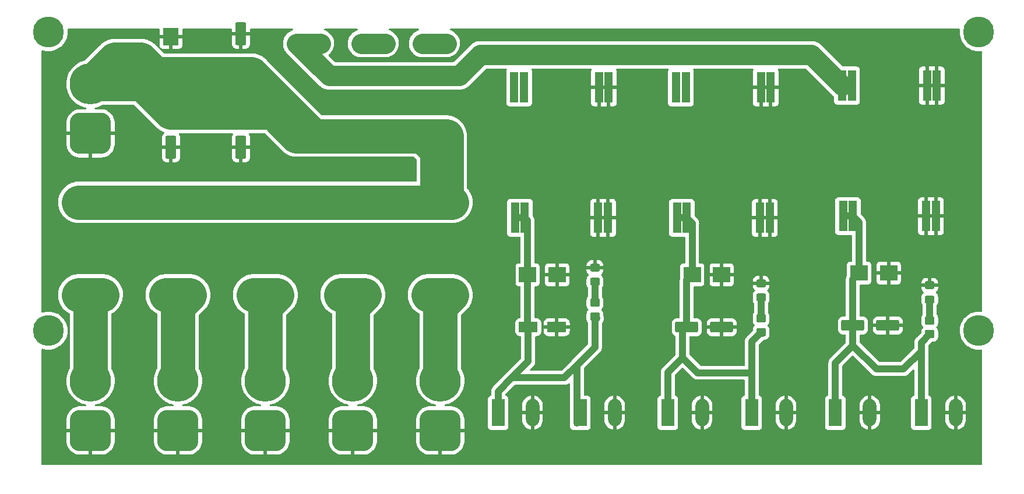
<source format=gbr>
G04 #@! TF.GenerationSoftware,KiCad,Pcbnew,6.0.2-378541a8eb~116~ubuntu18.04.1*
G04 #@! TF.CreationDate,2022-02-21T15:42:04+08:00*
G04 #@! TF.ProjectId,XT60_CAN,58543630-5f43-4414-9e2e-6b696361645f,rev?*
G04 #@! TF.SameCoordinates,Original*
G04 #@! TF.FileFunction,Copper,L1,Top*
G04 #@! TF.FilePolarity,Positive*
%FSLAX46Y46*%
G04 Gerber Fmt 4.6, Leading zero omitted, Abs format (unit mm)*
G04 Created by KiCad (PCBNEW 6.0.2-378541a8eb~116~ubuntu18.04.1) date 2022-02-21 15:42:04*
%MOMM*%
%LPD*%
G01*
G04 APERTURE LIST*
G04 Aperture macros list*
%AMRoundRect*
0 Rectangle with rounded corners*
0 $1 Rounding radius*
0 $2 $3 $4 $5 $6 $7 $8 $9 X,Y pos of 4 corners*
0 Add a 4 corners polygon primitive as box body*
4,1,4,$2,$3,$4,$5,$6,$7,$8,$9,$2,$3,0*
0 Add four circle primitives for the rounded corners*
1,1,$1+$1,$2,$3*
1,1,$1+$1,$4,$5*
1,1,$1+$1,$6,$7*
1,1,$1+$1,$8,$9*
0 Add four rect primitives between the rounded corners*
20,1,$1+$1,$2,$3,$4,$5,0*
20,1,$1+$1,$4,$5,$6,$7,0*
20,1,$1+$1,$6,$7,$8,$9,0*
20,1,$1+$1,$8,$9,$2,$3,0*%
G04 Aperture macros list end*
G04 #@! TA.AperFunction,SMDPad,CuDef*
%ADD10RoundRect,0.250000X-0.550000X1.412500X-0.550000X-1.412500X0.550000X-1.412500X0.550000X1.412500X0*%
G04 #@! TD*
G04 #@! TA.AperFunction,SMDPad,CuDef*
%ADD11RoundRect,0.250000X0.550000X-1.412500X0.550000X1.412500X-0.550000X1.412500X-0.550000X-1.412500X0*%
G04 #@! TD*
G04 #@! TA.AperFunction,SMDPad,CuDef*
%ADD12RoundRect,0.250000X-1.412500X-0.550000X1.412500X-0.550000X1.412500X0.550000X-1.412500X0.550000X0*%
G04 #@! TD*
G04 #@! TA.AperFunction,ComponentPad*
%ADD13R,1.308000X4.500000*%
G04 #@! TD*
G04 #@! TA.AperFunction,SMDPad,CuDef*
%ADD14R,2.500000X2.300000*%
G04 #@! TD*
G04 #@! TA.AperFunction,SMDPad,CuDef*
%ADD15R,2.300000X2.500000*%
G04 #@! TD*
G04 #@! TA.AperFunction,ComponentPad*
%ADD16R,1.980000X3.960000*%
G04 #@! TD*
G04 #@! TA.AperFunction,ComponentPad*
%ADD17O,1.980000X3.960000*%
G04 #@! TD*
G04 #@! TA.AperFunction,SMDPad,CuDef*
%ADD18RoundRect,0.250000X-0.450000X0.325000X-0.450000X-0.325000X0.450000X-0.325000X0.450000X0.325000X0*%
G04 #@! TD*
G04 #@! TA.AperFunction,ComponentPad*
%ADD19RoundRect,1.500000X1.500000X-1.500000X1.500000X1.500000X-1.500000X1.500000X-1.500000X-1.500000X0*%
G04 #@! TD*
G04 #@! TA.AperFunction,ComponentPad*
%ADD20C,6.000000*%
G04 #@! TD*
G04 #@! TA.AperFunction,ComponentPad*
%ADD21C,2.400000*%
G04 #@! TD*
G04 #@! TA.AperFunction,SMDPad,CuDef*
%ADD22RoundRect,0.250000X0.450000X-0.350000X0.450000X0.350000X-0.450000X0.350000X-0.450000X-0.350000X0*%
G04 #@! TD*
G04 #@! TA.AperFunction,SMDPad,CuDef*
%ADD23RoundRect,0.250000X-1.137500X-0.550000X1.137500X-0.550000X1.137500X0.550000X-1.137500X0.550000X0*%
G04 #@! TD*
G04 #@! TA.AperFunction,ViaPad*
%ADD24C,4.500000*%
G04 #@! TD*
G04 #@! TA.AperFunction,ViaPad*
%ADD25C,0.800000*%
G04 #@! TD*
G04 #@! TA.AperFunction,Conductor*
%ADD26C,5.000000*%
G04 #@! TD*
G04 #@! TA.AperFunction,Conductor*
%ADD27C,1.000000*%
G04 #@! TD*
G04 #@! TA.AperFunction,Conductor*
%ADD28C,3.000000*%
G04 #@! TD*
G04 APERTURE END LIST*
D10*
X87886500Y-37594500D03*
X87886500Y-42669500D03*
D11*
X87886500Y-31239500D03*
X87886500Y-26164500D03*
D12*
X152656500Y-68834000D03*
X157731500Y-68834000D03*
D13*
X175235250Y-33680000D03*
X187551250Y-33680000D03*
X176635250Y-33680000D03*
X188951250Y-33680000D03*
X175359250Y-52680000D03*
X187427250Y-52680000D03*
X176759250Y-52680000D03*
X188827250Y-52680000D03*
D14*
X181982000Y-60960000D03*
X177682000Y-60960000D03*
D13*
X151105250Y-33934000D03*
X163421250Y-33934000D03*
X152505250Y-33934000D03*
X164821250Y-33934000D03*
X151229250Y-52934000D03*
X163297250Y-52934000D03*
X152629250Y-52934000D03*
X164697250Y-52934000D03*
D15*
X77726500Y-26552000D03*
X77726500Y-30852000D03*
D14*
X157734000Y-61214000D03*
X153434000Y-61214000D03*
D16*
X125251000Y-81280000D03*
D17*
X130251000Y-81280000D03*
D18*
X139310000Y-60180250D03*
X139310000Y-62230250D03*
D14*
X133840000Y-61205250D03*
X129540000Y-61205250D03*
D16*
X162081000Y-81280000D03*
D17*
X167081000Y-81280000D03*
D12*
X176786500Y-68580000D03*
X181861500Y-68580000D03*
D19*
X104142500Y-83864000D03*
D20*
X104142500Y-76664000D03*
D10*
X77726500Y-37594500D03*
X77726500Y-42669500D03*
D18*
X187957500Y-62745000D03*
X187957500Y-64795000D03*
D19*
X91442500Y-83864000D03*
D20*
X91442500Y-76664000D03*
D18*
X163455500Y-62475000D03*
X163455500Y-64525000D03*
D21*
X99412000Y-27555000D03*
X96012000Y-27555000D03*
X96012000Y-41025000D03*
X99412000Y-41025000D03*
X115142500Y-64139000D03*
X118542500Y-64139000D03*
X115142500Y-50669000D03*
X118542500Y-50669000D03*
D22*
X187957500Y-69850000D03*
X187957500Y-67850000D03*
X139310000Y-67285250D03*
X139310000Y-65285250D03*
D16*
X174244000Y-81280000D03*
D17*
X179244000Y-81280000D03*
D22*
X163455500Y-69580000D03*
X163455500Y-67580000D03*
D13*
X127601250Y-33925250D03*
X139917250Y-33925250D03*
X129001250Y-33925250D03*
X141317250Y-33925250D03*
X127725250Y-52925250D03*
X139793250Y-52925250D03*
X129125250Y-52925250D03*
X141193250Y-52925250D03*
D16*
X186719000Y-81280000D03*
D17*
X191719000Y-81280000D03*
D21*
X108810000Y-27555000D03*
X105410000Y-27555000D03*
X108810000Y-41025000D03*
X105410000Y-41025000D03*
X105842500Y-64139000D03*
X102442500Y-64139000D03*
X105842500Y-50669000D03*
X102442500Y-50669000D03*
X77042500Y-64139000D03*
X80442500Y-64139000D03*
X80442500Y-50669000D03*
X77042500Y-50669000D03*
D23*
X129627500Y-68825250D03*
X133752500Y-68825250D03*
D19*
X66042500Y-40640000D03*
D20*
X66042500Y-33440000D03*
D21*
X64342500Y-64139000D03*
X67742500Y-64139000D03*
X64342500Y-50669000D03*
X67742500Y-50669000D03*
D19*
X116842500Y-83864000D03*
D20*
X116842500Y-76664000D03*
D19*
X66042500Y-83864000D03*
D20*
X66042500Y-76664000D03*
D16*
X149889000Y-81280000D03*
D17*
X154889000Y-81280000D03*
D16*
X137189000Y-81280000D03*
D17*
X142189000Y-81280000D03*
D19*
X78742500Y-83864000D03*
D20*
X78742500Y-76664000D03*
D21*
X89742500Y-64139000D03*
X93142500Y-64139000D03*
X89742500Y-50669000D03*
X93142500Y-50669000D03*
X114300000Y-27555000D03*
X117700000Y-27555000D03*
X114300000Y-41025000D03*
X117700000Y-41025000D03*
D24*
X195072000Y-25908000D03*
X59944000Y-69342000D03*
X195072000Y-69342000D03*
X59944000Y-25908000D03*
D25*
X71120000Y-66040000D03*
X99060000Y-55880000D03*
X167640000Y-63500000D03*
X73660000Y-66040000D03*
X99060000Y-60960000D03*
X71120000Y-60960000D03*
X93980000Y-45720000D03*
X73660000Y-60960000D03*
X124460000Y-71120000D03*
X144780000Y-63500000D03*
X134620000Y-55880000D03*
X109220000Y-60960000D03*
X60960000Y-60960000D03*
X83820000Y-66040000D03*
X144780000Y-71120000D03*
X167640000Y-48260000D03*
X190500000Y-48260000D03*
X144780000Y-55880000D03*
X111760000Y-45720000D03*
X167640000Y-35560000D03*
X86360000Y-60960000D03*
X83820000Y-55880000D03*
X71120000Y-45720000D03*
X96520000Y-71120000D03*
X86360000Y-66040000D03*
X71120000Y-55880000D03*
X73660000Y-55880000D03*
X190500000Y-63500000D03*
X96520000Y-55880000D03*
X167640000Y-71120000D03*
X109220000Y-66040000D03*
X109220000Y-55880000D03*
X190500000Y-55880000D03*
X71120000Y-38100000D03*
X104140000Y-45720000D03*
X99060000Y-71120000D03*
X167640000Y-55880000D03*
X109220000Y-71120000D03*
X134620000Y-48260000D03*
X60960000Y-55880000D03*
X99060000Y-66040000D03*
X96520000Y-60960000D03*
X96520000Y-66040000D03*
X124460000Y-55880000D03*
X83820000Y-71120000D03*
X73660000Y-71120000D03*
X83820000Y-45720000D03*
X86360000Y-55880000D03*
X124460000Y-48260000D03*
X124460000Y-35560000D03*
X144780000Y-35560000D03*
X83820000Y-60960000D03*
X86360000Y-71120000D03*
X124460000Y-63500000D03*
X71120000Y-71120000D03*
X144780000Y-48260000D03*
D26*
X89410500Y-32004000D02*
X98124500Y-40718000D01*
X66042500Y-33440000D02*
X73572000Y-33440000D01*
X85346500Y-32004000D02*
X89410500Y-32004000D01*
X116412500Y-41025000D02*
X116412500Y-49399000D01*
X73572000Y-33440000D02*
X77726500Y-37594500D01*
X77726500Y-34290000D02*
X75440500Y-32004000D01*
X66042500Y-33440000D02*
X76876500Y-33440000D01*
X75440500Y-32004000D02*
X72405140Y-32004000D01*
X116412500Y-49399000D02*
X115142500Y-50669000D01*
X73320500Y-29884000D02*
X75440500Y-32004000D01*
X118542500Y-50669000D02*
X69467500Y-50669000D01*
X92581500Y-37594500D02*
X96012000Y-41025000D01*
X96012000Y-41025000D02*
X117700000Y-41025000D01*
X87886500Y-37594500D02*
X87886500Y-36573500D01*
X69467500Y-50669000D02*
X64342500Y-50669000D01*
X117700000Y-49826500D02*
X118542500Y-50669000D01*
X117700000Y-44425000D02*
X117700000Y-45999000D01*
X117700000Y-41025000D02*
X117700000Y-49826500D01*
X67742500Y-50669000D02*
X69467500Y-50669000D01*
X85346500Y-32004000D02*
X83317000Y-32004000D01*
X76876500Y-33440000D02*
X77726500Y-34290000D01*
X83317000Y-32004000D02*
X77726500Y-37594500D01*
X72405140Y-32004000D02*
X85346500Y-32004000D01*
X114300000Y-41025000D02*
X117700000Y-44425000D01*
X73320500Y-29884000D02*
X69598500Y-29884000D01*
X77726500Y-37594500D02*
X77726500Y-34290000D01*
X96012000Y-40718000D02*
X96012000Y-41025000D01*
X87886500Y-37594500D02*
X77726500Y-37594500D01*
X69598500Y-29884000D02*
X66042500Y-33440000D01*
X117700000Y-41025000D02*
X117700000Y-45134000D01*
X87886500Y-37594500D02*
X94694000Y-37594500D01*
X87886500Y-36573500D02*
X83317000Y-32004000D01*
X117700000Y-45999000D02*
X117700000Y-45134000D01*
X117700000Y-44425000D02*
X117700000Y-45134000D01*
D27*
X136681000Y-74393000D02*
X136681000Y-82804000D01*
X129540000Y-53340000D02*
X129125250Y-52925250D01*
X129125250Y-52925250D02*
X127725250Y-52925250D01*
X134874000Y-76200000D02*
X136681000Y-74393000D01*
X129627500Y-73826500D02*
X127254000Y-76200000D01*
X129540000Y-61205250D02*
X129540000Y-68737750D01*
X127254000Y-76200000D02*
X134874000Y-76200000D01*
X136681000Y-74393000D02*
X139310000Y-71764000D01*
X129627500Y-68825250D02*
X129627500Y-73826500D01*
X127254000Y-76200000D02*
X125251000Y-78203000D01*
X139310000Y-71764000D02*
X139310000Y-67285250D01*
X139310000Y-67285250D02*
X139590500Y-67565750D01*
X125251000Y-78203000D02*
X125251000Y-81280000D01*
X129540000Y-68737750D02*
X129627500Y-68825250D01*
X129540000Y-61205250D02*
X129540000Y-53340000D01*
X152656500Y-68834000D02*
X152054500Y-69436000D01*
X162081000Y-70954500D02*
X162081000Y-75467000D01*
X149889000Y-75425500D02*
X149889000Y-81280000D01*
X152054500Y-69436000D02*
X152054500Y-73260000D01*
X152054500Y-73260000D02*
X154261500Y-75467000D01*
X153434000Y-53738750D02*
X152629250Y-52934000D01*
X163594000Y-69718500D02*
X163455500Y-69580000D01*
X153434000Y-61214000D02*
X153434000Y-53738750D01*
X163455500Y-69580000D02*
X162081000Y-70954500D01*
X152656500Y-68834000D02*
X152656500Y-61991500D01*
X162081000Y-75467000D02*
X162081000Y-81280000D01*
X152656500Y-61991500D02*
X153434000Y-61214000D01*
X154261500Y-75467000D02*
X162081000Y-75467000D01*
X152054500Y-73260000D02*
X149889000Y-75425500D01*
X152629250Y-52934000D02*
X151229250Y-52934000D01*
X176786500Y-61855500D02*
X177682000Y-60960000D01*
X184150000Y-74930000D02*
X186719000Y-72361000D01*
X177682000Y-53602750D02*
X176759250Y-52680000D01*
X187957500Y-69850000D02*
X186719000Y-71088500D01*
X186719000Y-72361000D02*
X186719000Y-71088500D01*
X176786500Y-71487000D02*
X176786500Y-68580000D01*
X176786500Y-71487000D02*
X174244000Y-74029500D01*
X186719000Y-71088500D02*
X186719000Y-81280000D01*
X180229500Y-74930000D02*
X184150000Y-74930000D01*
X174244000Y-74029500D02*
X174244000Y-81280000D01*
X176786500Y-68580000D02*
X176786500Y-71760000D01*
X176832000Y-68625500D02*
X176786500Y-68580000D01*
X176759250Y-52680000D02*
X175359250Y-52680000D01*
X177682000Y-60960000D02*
X177682000Y-53602750D01*
X176786500Y-68580000D02*
X176786500Y-61855500D01*
X176786500Y-71487000D02*
X180229500Y-74930000D01*
X139310000Y-65285250D02*
X139310000Y-62230250D01*
X163455500Y-64525000D02*
X163455500Y-67580000D01*
X187957500Y-64795000D02*
X187957500Y-67850000D01*
D28*
X114300000Y-27555000D02*
X117700000Y-27555000D01*
X105410000Y-27555000D02*
X108810000Y-27555000D01*
X96012000Y-27555000D02*
X99412000Y-27555000D01*
X164846000Y-29210000D02*
X122682000Y-29210000D01*
X170765250Y-29210000D02*
X165100000Y-29210000D01*
X122682000Y-29210000D02*
X119634000Y-32258000D01*
X175235250Y-33680000D02*
X170765250Y-29210000D01*
X100715000Y-32258000D02*
X96012000Y-27555000D01*
X119634000Y-32258000D02*
X100715000Y-32258000D01*
D26*
X66042500Y-65024000D02*
X66042500Y-76664000D01*
X67742500Y-64139000D02*
X64342500Y-64139000D01*
X78742500Y-65839000D02*
X80442500Y-64139000D01*
X77042500Y-64139000D02*
X80442500Y-64139000D01*
X78742500Y-76664000D02*
X78742500Y-65839000D01*
X91442500Y-65839000D02*
X93142500Y-64139000D01*
X93142500Y-64139000D02*
X89742500Y-64139000D01*
X91442500Y-76664000D02*
X91442500Y-65839000D01*
X104142500Y-65839000D02*
X105842500Y-64139000D01*
X104142500Y-76664000D02*
X104142500Y-65839000D01*
X102442500Y-64139000D02*
X105842500Y-64139000D01*
X116842500Y-65839000D02*
X118542500Y-64139000D01*
X116842500Y-76664000D02*
X116842500Y-65839000D01*
X115142500Y-64139000D02*
X118542500Y-64139000D01*
G04 #@! TA.AperFunction,Conductor*
G36*
X76010621Y-25420002D02*
G01*
X76057114Y-25473658D01*
X76068500Y-25526000D01*
X76068500Y-26279885D01*
X76072975Y-26295124D01*
X76074365Y-26296329D01*
X76082048Y-26298000D01*
X79366384Y-26298000D01*
X79381623Y-26293525D01*
X79382828Y-26292135D01*
X79384499Y-26284452D01*
X79384499Y-25526000D01*
X79404501Y-25457879D01*
X79458157Y-25411386D01*
X79510499Y-25400000D01*
X86452500Y-25400000D01*
X86520621Y-25420002D01*
X86567114Y-25473658D01*
X86578500Y-25526000D01*
X86578500Y-25892385D01*
X86582975Y-25907624D01*
X86584365Y-25908829D01*
X86592048Y-25910500D01*
X89176384Y-25910500D01*
X89191623Y-25906025D01*
X89192828Y-25904635D01*
X89194499Y-25896952D01*
X89194499Y-25526000D01*
X89214501Y-25457879D01*
X89268157Y-25411386D01*
X89320499Y-25400000D01*
X95337256Y-25400000D01*
X95405377Y-25420002D01*
X95451870Y-25473658D01*
X95461974Y-25543932D01*
X95432480Y-25608512D01*
X95369871Y-25647705D01*
X95356500Y-25651288D01*
X95331721Y-25661806D01*
X95278662Y-25684328D01*
X95272529Y-25686743D01*
X95193074Y-25715663D01*
X95151346Y-25737850D01*
X95141444Y-25742574D01*
X95097933Y-25761043D01*
X95041519Y-25794939D01*
X95025456Y-25804591D01*
X95019716Y-25807839D01*
X94948941Y-25845471D01*
X94948937Y-25845473D01*
X94945058Y-25847536D01*
X94906822Y-25875316D01*
X94897670Y-25881372D01*
X94857158Y-25905715D01*
X94853741Y-25908482D01*
X94853731Y-25908489D01*
X94791444Y-25958928D01*
X94786216Y-25962940D01*
X94717808Y-26012642D01*
X94683796Y-26045487D01*
X94675593Y-26052745D01*
X94638862Y-26082489D01*
X94581192Y-26144333D01*
X94576596Y-26149009D01*
X94515748Y-26207769D01*
X94513041Y-26211234D01*
X94513040Y-26211235D01*
X94486647Y-26245017D01*
X94479508Y-26253374D01*
X94447291Y-26287923D01*
X94428035Y-26315424D01*
X94398798Y-26357178D01*
X94394875Y-26362480D01*
X94348861Y-26421376D01*
X94342812Y-26429118D01*
X94340612Y-26432929D01*
X94340607Y-26432936D01*
X94319186Y-26470040D01*
X94313288Y-26479299D01*
X94286175Y-26518020D01*
X94247773Y-26593386D01*
X94244640Y-26599156D01*
X94204568Y-26668562D01*
X94204565Y-26668569D01*
X94202364Y-26672381D01*
X94184661Y-26716198D01*
X94180114Y-26726175D01*
X94158650Y-26768300D01*
X94157220Y-26772454D01*
X94157215Y-26772465D01*
X94131114Y-26848268D01*
X94128804Y-26854447D01*
X94098791Y-26928731D01*
X94098788Y-26928740D01*
X94097138Y-26932824D01*
X94096072Y-26937099D01*
X94096071Y-26937103D01*
X94092850Y-26950024D01*
X94085953Y-26977688D01*
X94085709Y-26978665D01*
X94082587Y-26989205D01*
X94067200Y-27033892D01*
X94062418Y-27058493D01*
X94051065Y-27116898D01*
X94049637Y-27123338D01*
X94030247Y-27201106D01*
X94030247Y-27201107D01*
X94029183Y-27205376D01*
X94028724Y-27209739D01*
X94028723Y-27209747D01*
X94026955Y-27226573D01*
X94024547Y-27249489D01*
X94024244Y-27252369D01*
X94022621Y-27263228D01*
X94013602Y-27309628D01*
X94011542Y-27348939D01*
X94009177Y-27394065D01*
X94008660Y-27400641D01*
X94001690Y-27466959D01*
X93999822Y-27484733D01*
X93999975Y-27489121D01*
X93999975Y-27489127D01*
X94001471Y-27531956D01*
X94001375Y-27542947D01*
X93999375Y-27581121D01*
X93998902Y-27590138D01*
X94006274Y-27674406D01*
X94006674Y-27680956D01*
X94009625Y-27765458D01*
X94010389Y-27769788D01*
X94010389Y-27769790D01*
X94017829Y-27811987D01*
X94019264Y-27822884D01*
X94019622Y-27826973D01*
X94023383Y-27869966D01*
X94024371Y-27874245D01*
X94024372Y-27874252D01*
X94042405Y-27952363D01*
X94043720Y-27958825D01*
X94058402Y-28042087D01*
X94073011Y-28087051D01*
X94075942Y-28097622D01*
X94086572Y-28143663D01*
X94088146Y-28147763D01*
X94088148Y-28147770D01*
X94116869Y-28222590D01*
X94119070Y-28228806D01*
X94145203Y-28309235D01*
X94147136Y-28313198D01*
X94165919Y-28351709D01*
X94170296Y-28361773D01*
X94187235Y-28405902D01*
X94189367Y-28409747D01*
X94189372Y-28409759D01*
X94228236Y-28479870D01*
X94231281Y-28485719D01*
X94268340Y-28561702D01*
X94294773Y-28600891D01*
X94300504Y-28610245D01*
X94323417Y-28651579D01*
X94326062Y-28655090D01*
X94326064Y-28655092D01*
X94374298Y-28719100D01*
X94378129Y-28724471D01*
X94425415Y-28794576D01*
X94428364Y-28797851D01*
X94428367Y-28797855D01*
X94457038Y-28829698D01*
X94464030Y-28838179D01*
X94492464Y-28875912D01*
X94552235Y-28935683D01*
X94556776Y-28940467D01*
X94613371Y-29003322D01*
X94637380Y-29023468D01*
X94649574Y-29033700D01*
X94657678Y-29041126D01*
X99255235Y-33638683D01*
X99259776Y-33643467D01*
X99316371Y-33706322D01*
X99409739Y-33784668D01*
X99411306Y-33786006D01*
X99503302Y-33865977D01*
X99509432Y-33869958D01*
X99511607Y-33871371D01*
X99523963Y-33880514D01*
X99528171Y-33884044D01*
X99531550Y-33886879D01*
X99535285Y-33889213D01*
X99535292Y-33889218D01*
X99634837Y-33951420D01*
X99636681Y-33952594D01*
X99738882Y-34018964D01*
X99742869Y-34020823D01*
X99742874Y-34020826D01*
X99747857Y-34023150D01*
X99761363Y-34030482D01*
X99765714Y-34033200D01*
X99769764Y-34035731D01*
X99773776Y-34037517D01*
X99773783Y-34037521D01*
X99881032Y-34085271D01*
X99883033Y-34086183D01*
X99906953Y-34097337D01*
X99993460Y-34137676D01*
X99997654Y-34138958D01*
X99997672Y-34138965D01*
X100002933Y-34140573D01*
X100017338Y-34145958D01*
X100026375Y-34149982D01*
X100030601Y-34151194D01*
X100030607Y-34151196D01*
X100143451Y-34183553D01*
X100145559Y-34184177D01*
X100257871Y-34218514D01*
X100257877Y-34218515D01*
X100262082Y-34219801D01*
X100266430Y-34220490D01*
X100266431Y-34220490D01*
X100268100Y-34220754D01*
X100271860Y-34221350D01*
X100286866Y-34224677D01*
X100292159Y-34226194D01*
X100296390Y-34227407D01*
X100300737Y-34228018D01*
X100300742Y-34228019D01*
X100368839Y-34237589D01*
X100417044Y-34244364D01*
X100419161Y-34244680D01*
X100539520Y-34263743D01*
X100543920Y-34263820D01*
X100543923Y-34263820D01*
X100549418Y-34263916D01*
X100564747Y-34265123D01*
X100570190Y-34265888D01*
X100570206Y-34265889D01*
X100574552Y-34266500D01*
X100696335Y-34266500D01*
X100698535Y-34266519D01*
X100820373Y-34268646D01*
X100824729Y-34268111D01*
X100824732Y-34268111D01*
X100827787Y-34267736D01*
X100830205Y-34267439D01*
X100845558Y-34266500D01*
X119578105Y-34266500D01*
X119584699Y-34266673D01*
X119664741Y-34270868D01*
X119664747Y-34270868D01*
X119669138Y-34271098D01*
X119673515Y-34270715D01*
X119673519Y-34270715D01*
X119790514Y-34260479D01*
X119792707Y-34260307D01*
X119909827Y-34252118D01*
X119909833Y-34252117D01*
X119914212Y-34251811D01*
X119923893Y-34249753D01*
X119939100Y-34247481D01*
X119944575Y-34247002D01*
X119944588Y-34247000D01*
X119948966Y-34246617D01*
X119953245Y-34245629D01*
X119953252Y-34245628D01*
X120067695Y-34219207D01*
X120069840Y-34218732D01*
X120184663Y-34194325D01*
X120184670Y-34194323D01*
X120188970Y-34193409D01*
X120198281Y-34190020D01*
X120213019Y-34185655D01*
X120222663Y-34183428D01*
X120229195Y-34180921D01*
X120270059Y-34165235D01*
X120336400Y-34139769D01*
X120338431Y-34139010D01*
X120448782Y-34098846D01*
X120448791Y-34098842D01*
X120452926Y-34097337D01*
X120461664Y-34092691D01*
X120475652Y-34086317D01*
X120480786Y-34084346D01*
X120480798Y-34084341D01*
X120484902Y-34082765D01*
X120591521Y-34023664D01*
X120593388Y-34022652D01*
X120697058Y-33967530D01*
X120697067Y-33967524D01*
X120700942Y-33965464D01*
X120704499Y-33962879D01*
X120704505Y-33962876D01*
X120708953Y-33959645D01*
X120721927Y-33951379D01*
X120730579Y-33946583D01*
X120827844Y-33873289D01*
X120829598Y-33871991D01*
X120830452Y-33871371D01*
X120914248Y-33810489D01*
X120924637Y-33802941D01*
X120924638Y-33802940D01*
X120928192Y-33800358D01*
X120935320Y-33793475D01*
X120947012Y-33783490D01*
X120951393Y-33780188D01*
X120951394Y-33780187D01*
X120954912Y-33777536D01*
X121040988Y-33691460D01*
X121042556Y-33689918D01*
X121071585Y-33661885D01*
X121130252Y-33605231D01*
X121136353Y-33597422D01*
X121146548Y-33585900D01*
X123477043Y-31255405D01*
X123539355Y-31221379D01*
X123566138Y-31218500D01*
X126402164Y-31218500D01*
X126470285Y-31238502D01*
X126516778Y-31292158D01*
X126526882Y-31362432D01*
X126505830Y-31413217D01*
X126506329Y-31413490D01*
X126503810Y-31418090D01*
X126502993Y-31420061D01*
X126496635Y-31428545D01*
X126445505Y-31564934D01*
X126438750Y-31627116D01*
X126438750Y-36223384D01*
X126445505Y-36285566D01*
X126496635Y-36421955D01*
X126583989Y-36538511D01*
X126700545Y-36625865D01*
X126836934Y-36676995D01*
X126899116Y-36683750D01*
X129703384Y-36683750D01*
X129765566Y-36676995D01*
X129901955Y-36625865D01*
X130018511Y-36538511D01*
X130105865Y-36421955D01*
X130156995Y-36285566D01*
X130163750Y-36223384D01*
X130163750Y-36219919D01*
X138755251Y-36219919D01*
X138755621Y-36226740D01*
X138761145Y-36277602D01*
X138764771Y-36292854D01*
X138809926Y-36413304D01*
X138818464Y-36428899D01*
X138894965Y-36530974D01*
X138907526Y-36543535D01*
X139009601Y-36620036D01*
X139025196Y-36628574D01*
X139145644Y-36673728D01*
X139160899Y-36677355D01*
X139211764Y-36682881D01*
X139218578Y-36683250D01*
X139645135Y-36683250D01*
X139660374Y-36678775D01*
X139661579Y-36677385D01*
X139663250Y-36669702D01*
X139663250Y-36665134D01*
X140171250Y-36665134D01*
X140175725Y-36680373D01*
X140177115Y-36681578D01*
X140184798Y-36683249D01*
X140615143Y-36683249D01*
X140615179Y-36683250D01*
X141045135Y-36683250D01*
X141060374Y-36678775D01*
X141061579Y-36677385D01*
X141063250Y-36669702D01*
X141063250Y-36665134D01*
X141571250Y-36665134D01*
X141575725Y-36680373D01*
X141577115Y-36681578D01*
X141584798Y-36683249D01*
X142015919Y-36683249D01*
X142022740Y-36682879D01*
X142073602Y-36677355D01*
X142088854Y-36673729D01*
X142209304Y-36628574D01*
X142224899Y-36620036D01*
X142326974Y-36543535D01*
X142339535Y-36530974D01*
X142416036Y-36428899D01*
X142424574Y-36413304D01*
X142469728Y-36292856D01*
X142473355Y-36277601D01*
X142478881Y-36226736D01*
X142479250Y-36219922D01*
X142479250Y-34197365D01*
X142474775Y-34182126D01*
X142473385Y-34180921D01*
X142465702Y-34179250D01*
X141589365Y-34179250D01*
X141574126Y-34183725D01*
X141572921Y-34185115D01*
X141571250Y-34192798D01*
X141571250Y-36665134D01*
X141063250Y-36665134D01*
X141063250Y-34197365D01*
X141058775Y-34182126D01*
X141057385Y-34180921D01*
X141049702Y-34179250D01*
X140189365Y-34179250D01*
X140174126Y-34183725D01*
X140172921Y-34185115D01*
X140171250Y-34192798D01*
X140171250Y-36665134D01*
X139663250Y-36665134D01*
X139663250Y-34197365D01*
X139658775Y-34182126D01*
X139657385Y-34180921D01*
X139649702Y-34179250D01*
X138773366Y-34179250D01*
X138758127Y-34183725D01*
X138756922Y-34185115D01*
X138755251Y-34192798D01*
X138755251Y-36219919D01*
X130163750Y-36219919D01*
X130163750Y-31627116D01*
X130156995Y-31564934D01*
X130105865Y-31428545D01*
X130099507Y-31420061D01*
X130098944Y-31418555D01*
X130096171Y-31413490D01*
X130096902Y-31413090D01*
X130074662Y-31353555D01*
X130089717Y-31284173D01*
X130139893Y-31233944D01*
X130200336Y-31218500D01*
X138718789Y-31218500D01*
X138786910Y-31238502D01*
X138833403Y-31292158D01*
X138843507Y-31362432D01*
X138822339Y-31413496D01*
X138822772Y-31413733D01*
X138820586Y-31417725D01*
X138819618Y-31420061D01*
X138818465Y-31421599D01*
X138809926Y-31437196D01*
X138764772Y-31557644D01*
X138761145Y-31572899D01*
X138755619Y-31623764D01*
X138755250Y-31630578D01*
X138755250Y-33653135D01*
X138759725Y-33668374D01*
X138761115Y-33669579D01*
X138768798Y-33671250D01*
X142461134Y-33671250D01*
X142476373Y-33666775D01*
X142477578Y-33665385D01*
X142479249Y-33657702D01*
X142479249Y-31630581D01*
X142478879Y-31623760D01*
X142473355Y-31572898D01*
X142469729Y-31557646D01*
X142424574Y-31437196D01*
X142416035Y-31421599D01*
X142414882Y-31420061D01*
X142414215Y-31418275D01*
X142411728Y-31413733D01*
X142412384Y-31413374D01*
X142390037Y-31353554D01*
X142405092Y-31284172D01*
X142455268Y-31233944D01*
X142515711Y-31218500D01*
X149912722Y-31218500D01*
X149980843Y-31238502D01*
X150027336Y-31292158D01*
X150037440Y-31362432D01*
X150013549Y-31420064D01*
X150006020Y-31430109D01*
X150006018Y-31430112D01*
X150000635Y-31437295D01*
X149949505Y-31573684D01*
X149942750Y-31635866D01*
X149942750Y-36232134D01*
X149949505Y-36294316D01*
X150000635Y-36430705D01*
X150087989Y-36547261D01*
X150204545Y-36634615D01*
X150340934Y-36685745D01*
X150403116Y-36692500D01*
X153207384Y-36692500D01*
X153269566Y-36685745D01*
X153405955Y-36634615D01*
X153522511Y-36547261D01*
X153609865Y-36430705D01*
X153660995Y-36294316D01*
X153667750Y-36232134D01*
X153667750Y-36228669D01*
X162259251Y-36228669D01*
X162259621Y-36235490D01*
X162265145Y-36286352D01*
X162268771Y-36301604D01*
X162313926Y-36422054D01*
X162322464Y-36437649D01*
X162398965Y-36539724D01*
X162411526Y-36552285D01*
X162513601Y-36628786D01*
X162529196Y-36637324D01*
X162649644Y-36682478D01*
X162664899Y-36686105D01*
X162715764Y-36691631D01*
X162722578Y-36692000D01*
X163149135Y-36692000D01*
X163164374Y-36687525D01*
X163165579Y-36686135D01*
X163167250Y-36678452D01*
X163167250Y-36673884D01*
X163675250Y-36673884D01*
X163679725Y-36689123D01*
X163681115Y-36690328D01*
X163688798Y-36691999D01*
X164119143Y-36691999D01*
X164119179Y-36692000D01*
X164549135Y-36692000D01*
X164564374Y-36687525D01*
X164565579Y-36686135D01*
X164567250Y-36678452D01*
X164567250Y-36673884D01*
X165075250Y-36673884D01*
X165079725Y-36689123D01*
X165081115Y-36690328D01*
X165088798Y-36691999D01*
X165519919Y-36691999D01*
X165526740Y-36691629D01*
X165577602Y-36686105D01*
X165592854Y-36682479D01*
X165713304Y-36637324D01*
X165728899Y-36628786D01*
X165830974Y-36552285D01*
X165843535Y-36539724D01*
X165920036Y-36437649D01*
X165928574Y-36422054D01*
X165973728Y-36301606D01*
X165977355Y-36286351D01*
X165982881Y-36235486D01*
X165983250Y-36228672D01*
X165983250Y-34206115D01*
X165978775Y-34190876D01*
X165977385Y-34189671D01*
X165969702Y-34188000D01*
X165093365Y-34188000D01*
X165078126Y-34192475D01*
X165076921Y-34193865D01*
X165075250Y-34201548D01*
X165075250Y-36673884D01*
X164567250Y-36673884D01*
X164567250Y-34206115D01*
X164562775Y-34190876D01*
X164561385Y-34189671D01*
X164553702Y-34188000D01*
X163693365Y-34188000D01*
X163678126Y-34192475D01*
X163676921Y-34193865D01*
X163675250Y-34201548D01*
X163675250Y-36673884D01*
X163167250Y-36673884D01*
X163167250Y-34206115D01*
X163162775Y-34190876D01*
X163161385Y-34189671D01*
X163153702Y-34188000D01*
X162277366Y-34188000D01*
X162262127Y-34192475D01*
X162260922Y-34193865D01*
X162259251Y-34201548D01*
X162259251Y-36228669D01*
X153667750Y-36228669D01*
X153667750Y-31635866D01*
X153660995Y-31573684D01*
X153609865Y-31437295D01*
X153604482Y-31430112D01*
X153604480Y-31430109D01*
X153596951Y-31420064D01*
X153572104Y-31353558D01*
X153587157Y-31284175D01*
X153637332Y-31233946D01*
X153697778Y-31218500D01*
X162229347Y-31218500D01*
X162297468Y-31238502D01*
X162343961Y-31292158D01*
X162354065Y-31362432D01*
X162330174Y-31420064D01*
X162322464Y-31430352D01*
X162313926Y-31445946D01*
X162268772Y-31566394D01*
X162265145Y-31581649D01*
X162259619Y-31632514D01*
X162259250Y-31639328D01*
X162259250Y-33661885D01*
X162263725Y-33677124D01*
X162265115Y-33678329D01*
X162272798Y-33680000D01*
X165965134Y-33680000D01*
X165980373Y-33675525D01*
X165981578Y-33674135D01*
X165983249Y-33666452D01*
X165983249Y-31639331D01*
X165982879Y-31632510D01*
X165977355Y-31581648D01*
X165973729Y-31566396D01*
X165928574Y-31445946D01*
X165920036Y-31430352D01*
X165912326Y-31420064D01*
X165887479Y-31353557D01*
X165902533Y-31284175D01*
X165952707Y-31233945D01*
X166013153Y-31218500D01*
X169881112Y-31218500D01*
X169949233Y-31238502D01*
X169970207Y-31255405D01*
X173864627Y-35149825D01*
X173866294Y-35151274D01*
X174020221Y-35285081D01*
X174020225Y-35285084D01*
X174023155Y-35287631D01*
X174023553Y-35287977D01*
X174023477Y-35288064D01*
X174064946Y-35343831D01*
X174072750Y-35387486D01*
X174072750Y-35978134D01*
X174079505Y-36040316D01*
X174130635Y-36176705D01*
X174217989Y-36293261D01*
X174334545Y-36380615D01*
X174470934Y-36431745D01*
X174533116Y-36438500D01*
X177337384Y-36438500D01*
X177399566Y-36431745D01*
X177535955Y-36380615D01*
X177652511Y-36293261D01*
X177739865Y-36176705D01*
X177790995Y-36040316D01*
X177797750Y-35978134D01*
X177797750Y-35974669D01*
X186389251Y-35974669D01*
X186389621Y-35981490D01*
X186395145Y-36032352D01*
X186398771Y-36047604D01*
X186443926Y-36168054D01*
X186452464Y-36183649D01*
X186528965Y-36285724D01*
X186541526Y-36298285D01*
X186643601Y-36374786D01*
X186659196Y-36383324D01*
X186779644Y-36428478D01*
X186794899Y-36432105D01*
X186845764Y-36437631D01*
X186852578Y-36438000D01*
X187279135Y-36438000D01*
X187294374Y-36433525D01*
X187295579Y-36432135D01*
X187297250Y-36424452D01*
X187297250Y-36419884D01*
X187805250Y-36419884D01*
X187809725Y-36435123D01*
X187811115Y-36436328D01*
X187818798Y-36437999D01*
X188249143Y-36437999D01*
X188249179Y-36438000D01*
X188679135Y-36438000D01*
X188694374Y-36433525D01*
X188695579Y-36432135D01*
X188697250Y-36424452D01*
X188697250Y-36419884D01*
X189205250Y-36419884D01*
X189209725Y-36435123D01*
X189211115Y-36436328D01*
X189218798Y-36437999D01*
X189649919Y-36437999D01*
X189656740Y-36437629D01*
X189707602Y-36432105D01*
X189722854Y-36428479D01*
X189843304Y-36383324D01*
X189858899Y-36374786D01*
X189960974Y-36298285D01*
X189973535Y-36285724D01*
X190050036Y-36183649D01*
X190058574Y-36168054D01*
X190103728Y-36047606D01*
X190107355Y-36032351D01*
X190112881Y-35981486D01*
X190113250Y-35974672D01*
X190113250Y-33952115D01*
X190108775Y-33936876D01*
X190107385Y-33935671D01*
X190099702Y-33934000D01*
X189223365Y-33934000D01*
X189208126Y-33938475D01*
X189206921Y-33939865D01*
X189205250Y-33947548D01*
X189205250Y-36419884D01*
X188697250Y-36419884D01*
X188697250Y-33952115D01*
X188692775Y-33936876D01*
X188691385Y-33935671D01*
X188683702Y-33934000D01*
X187823365Y-33934000D01*
X187808126Y-33938475D01*
X187806921Y-33939865D01*
X187805250Y-33947548D01*
X187805250Y-36419884D01*
X187297250Y-36419884D01*
X187297250Y-33952115D01*
X187292775Y-33936876D01*
X187291385Y-33935671D01*
X187283702Y-33934000D01*
X186407366Y-33934000D01*
X186392127Y-33938475D01*
X186390922Y-33939865D01*
X186389251Y-33947548D01*
X186389251Y-35974669D01*
X177797750Y-35974669D01*
X177797750Y-33407885D01*
X186389250Y-33407885D01*
X186393725Y-33423124D01*
X186395115Y-33424329D01*
X186402798Y-33426000D01*
X187279135Y-33426000D01*
X187294374Y-33421525D01*
X187295579Y-33420135D01*
X187297250Y-33412452D01*
X187297250Y-33407885D01*
X187805250Y-33407885D01*
X187809725Y-33423124D01*
X187811115Y-33424329D01*
X187818798Y-33426000D01*
X188679135Y-33426000D01*
X188694374Y-33421525D01*
X188695579Y-33420135D01*
X188697250Y-33412452D01*
X188697250Y-33407885D01*
X189205250Y-33407885D01*
X189209725Y-33423124D01*
X189211115Y-33424329D01*
X189218798Y-33426000D01*
X190095134Y-33426000D01*
X190110373Y-33421525D01*
X190111578Y-33420135D01*
X190113249Y-33412452D01*
X190113249Y-31385331D01*
X190112879Y-31378510D01*
X190107355Y-31327648D01*
X190103729Y-31312396D01*
X190058574Y-31191946D01*
X190050036Y-31176351D01*
X189973535Y-31074276D01*
X189960974Y-31061715D01*
X189858899Y-30985214D01*
X189843304Y-30976676D01*
X189722856Y-30931522D01*
X189707601Y-30927895D01*
X189656736Y-30922369D01*
X189649922Y-30922000D01*
X189223365Y-30922000D01*
X189208126Y-30926475D01*
X189206921Y-30927865D01*
X189205250Y-30935548D01*
X189205250Y-33407885D01*
X188697250Y-33407885D01*
X188697250Y-30940116D01*
X188692775Y-30924877D01*
X188691385Y-30923672D01*
X188683702Y-30922001D01*
X188253357Y-30922001D01*
X188253321Y-30922000D01*
X187823365Y-30922000D01*
X187808126Y-30926475D01*
X187806921Y-30927865D01*
X187805250Y-30935548D01*
X187805250Y-33407885D01*
X187297250Y-33407885D01*
X187297250Y-30940116D01*
X187292775Y-30924877D01*
X187291385Y-30923672D01*
X187283702Y-30922001D01*
X186852581Y-30922001D01*
X186845760Y-30922371D01*
X186794898Y-30927895D01*
X186779646Y-30931521D01*
X186659196Y-30976676D01*
X186643601Y-30985214D01*
X186541526Y-31061715D01*
X186528965Y-31074276D01*
X186452464Y-31176351D01*
X186443926Y-31191946D01*
X186398772Y-31312394D01*
X186395145Y-31327649D01*
X186389619Y-31378514D01*
X186389250Y-31385328D01*
X186389250Y-33407885D01*
X177797750Y-33407885D01*
X177797750Y-31381866D01*
X177790995Y-31319684D01*
X177739865Y-31183295D01*
X177652511Y-31066739D01*
X177535955Y-30979385D01*
X177399566Y-30928255D01*
X177337384Y-30921500D01*
X175369388Y-30921500D01*
X175301267Y-30901498D01*
X175280293Y-30884595D01*
X172225015Y-27829317D01*
X172220474Y-27824533D01*
X172214056Y-27817405D01*
X172163879Y-27761678D01*
X172070545Y-27683360D01*
X172068892Y-27681949D01*
X172066505Y-27679874D01*
X171976947Y-27602023D01*
X171973261Y-27599629D01*
X171973254Y-27599624D01*
X171968647Y-27596632D01*
X171956289Y-27587488D01*
X171952076Y-27583953D01*
X171952069Y-27583948D01*
X171948700Y-27581121D01*
X171845412Y-27516580D01*
X171843556Y-27515398D01*
X171745059Y-27451433D01*
X171741368Y-27449036D01*
X171737373Y-27447173D01*
X171732393Y-27444850D01*
X171718887Y-27437518D01*
X171714218Y-27434601D01*
X171710486Y-27432269D01*
X171706474Y-27430483D01*
X171706467Y-27430479D01*
X171599218Y-27382729D01*
X171597217Y-27381817D01*
X171490775Y-27332182D01*
X171490772Y-27332181D01*
X171486790Y-27330324D01*
X171482427Y-27328990D01*
X171479908Y-27328220D01*
X171477320Y-27327429D01*
X171462913Y-27322042D01*
X171457900Y-27319810D01*
X171457899Y-27319810D01*
X171453875Y-27318018D01*
X171336755Y-27284435D01*
X171334667Y-27283817D01*
X171218167Y-27248199D01*
X171208385Y-27246650D01*
X171193369Y-27243320D01*
X171188093Y-27241807D01*
X171188094Y-27241807D01*
X171183860Y-27240593D01*
X171179507Y-27239981D01*
X171179501Y-27239980D01*
X171063272Y-27223646D01*
X171061095Y-27223321D01*
X170945074Y-27204944D01*
X170945073Y-27204944D01*
X170940730Y-27204256D01*
X170936334Y-27204179D01*
X170936330Y-27204179D01*
X170930820Y-27204083D01*
X170915490Y-27202876D01*
X170905698Y-27201500D01*
X170783938Y-27201500D01*
X170781739Y-27201481D01*
X170659876Y-27199354D01*
X170655520Y-27199889D01*
X170655517Y-27199889D01*
X170650046Y-27200561D01*
X170634690Y-27201500D01*
X165029854Y-27201500D01*
X165027669Y-27201653D01*
X165027663Y-27201653D01*
X165014078Y-27202603D01*
X164995225Y-27201945D01*
X164995192Y-27202420D01*
X164990814Y-27202114D01*
X164986448Y-27201500D01*
X122737895Y-27201500D01*
X122731301Y-27201327D01*
X122651259Y-27197132D01*
X122651253Y-27197132D01*
X122646862Y-27196902D01*
X122642485Y-27197285D01*
X122642481Y-27197285D01*
X122525486Y-27207521D01*
X122523293Y-27207693D01*
X122406173Y-27215882D01*
X122406167Y-27215883D01*
X122401788Y-27216189D01*
X122392107Y-27218247D01*
X122376900Y-27220519D01*
X122371425Y-27220998D01*
X122371412Y-27221000D01*
X122367034Y-27221383D01*
X122362755Y-27222371D01*
X122362748Y-27222372D01*
X122248305Y-27248793D01*
X122246160Y-27249268D01*
X122131337Y-27273675D01*
X122131330Y-27273677D01*
X122127030Y-27274591D01*
X122117719Y-27277980D01*
X122102981Y-27282345D01*
X122093337Y-27284572D01*
X121979600Y-27328231D01*
X121977569Y-27328990D01*
X121867218Y-27369154D01*
X121867209Y-27369158D01*
X121863074Y-27370663D01*
X121854338Y-27375308D01*
X121840348Y-27381683D01*
X121835214Y-27383654D01*
X121835202Y-27383659D01*
X121831098Y-27385235D01*
X121724479Y-27444336D01*
X121722612Y-27445348D01*
X121618942Y-27500470D01*
X121618933Y-27500476D01*
X121615058Y-27502536D01*
X121611501Y-27505121D01*
X121611495Y-27505124D01*
X121607047Y-27508355D01*
X121594074Y-27516620D01*
X121585421Y-27521417D01*
X121509288Y-27578787D01*
X121488169Y-27594701D01*
X121486415Y-27595999D01*
X121387808Y-27667642D01*
X121381847Y-27673398D01*
X121380680Y-27674525D01*
X121368988Y-27684510D01*
X121364683Y-27687755D01*
X121361088Y-27690464D01*
X121275012Y-27776540D01*
X121273444Y-27778082D01*
X121185748Y-27862769D01*
X121182045Y-27867509D01*
X121179647Y-27870578D01*
X121169452Y-27882100D01*
X118838957Y-30212595D01*
X118776645Y-30246621D01*
X118749862Y-30249500D01*
X101599138Y-30249500D01*
X101531017Y-30229498D01*
X101510043Y-30212595D01*
X100630157Y-29332709D01*
X100596131Y-29270397D01*
X100601196Y-29199582D01*
X100645191Y-29141678D01*
X100702629Y-29099947D01*
X100702632Y-29099944D01*
X100706192Y-29097358D01*
X100709436Y-29094226D01*
X100812653Y-28994550D01*
X100908252Y-28902231D01*
X101051329Y-28719100D01*
X101078481Y-28684347D01*
X101078482Y-28684346D01*
X101081188Y-28680882D01*
X101083384Y-28677078D01*
X101083389Y-28677071D01*
X101219435Y-28441431D01*
X101221636Y-28437619D01*
X101326862Y-28177176D01*
X101348033Y-28092264D01*
X101393753Y-27908893D01*
X101393754Y-27908888D01*
X101394817Y-27904624D01*
X101395957Y-27893784D01*
X101423719Y-27629636D01*
X101423719Y-27629633D01*
X101424178Y-27625267D01*
X101423467Y-27604906D01*
X101414529Y-27348939D01*
X101414528Y-27348933D01*
X101414375Y-27344542D01*
X101411642Y-27329039D01*
X101381001Y-27155270D01*
X101365598Y-27067913D01*
X101278797Y-26800765D01*
X101155660Y-26548298D01*
X101153205Y-26544659D01*
X101153202Y-26544653D01*
X101070050Y-26421376D01*
X100998585Y-26315424D01*
X100982344Y-26297386D01*
X100813566Y-26109940D01*
X100810629Y-26106678D01*
X100595450Y-25926121D01*
X100357236Y-25777269D01*
X100100625Y-25663018D01*
X100045178Y-25647119D01*
X99985209Y-25609115D01*
X99955307Y-25544723D01*
X99964964Y-25474386D01*
X100011116Y-25420437D01*
X100079908Y-25400000D01*
X104743771Y-25400000D01*
X104811892Y-25420002D01*
X104858385Y-25473658D01*
X104868489Y-25543932D01*
X104838995Y-25608512D01*
X104786865Y-25644401D01*
X104595219Y-25714154D01*
X104595215Y-25714156D01*
X104591074Y-25715663D01*
X104343058Y-25847536D01*
X104339499Y-25850122D01*
X104339497Y-25850123D01*
X104180178Y-25965875D01*
X104115808Y-26012642D01*
X104112648Y-26015694D01*
X104112641Y-26015700D01*
X104046341Y-26079725D01*
X103913748Y-26207769D01*
X103740812Y-26429118D01*
X103738616Y-26432922D01*
X103738611Y-26432929D01*
X103642640Y-26599156D01*
X103600364Y-26672381D01*
X103495138Y-26932824D01*
X103494073Y-26937097D01*
X103494072Y-26937099D01*
X103428248Y-27201106D01*
X103427183Y-27205376D01*
X103426724Y-27209744D01*
X103426723Y-27209749D01*
X103399690Y-27466959D01*
X103397822Y-27484733D01*
X103397975Y-27489121D01*
X103397975Y-27489127D01*
X103405888Y-27715707D01*
X103407625Y-27765458D01*
X103408387Y-27769781D01*
X103408388Y-27769788D01*
X103432116Y-27904352D01*
X103456402Y-28042087D01*
X103543203Y-28309235D01*
X103545131Y-28313188D01*
X103545133Y-28313193D01*
X103588348Y-28401796D01*
X103666340Y-28561702D01*
X103668795Y-28565341D01*
X103668798Y-28565347D01*
X103730216Y-28656403D01*
X103823415Y-28794576D01*
X104011371Y-29003322D01*
X104014733Y-29006143D01*
X104014734Y-29006144D01*
X104057980Y-29042432D01*
X104226550Y-29183879D01*
X104464764Y-29332731D01*
X104644624Y-29412810D01*
X104716607Y-29444859D01*
X104721375Y-29446982D01*
X104991390Y-29524407D01*
X104995740Y-29525018D01*
X104995743Y-29525019D01*
X105098690Y-29539487D01*
X105269552Y-29563500D01*
X108880146Y-29563500D01*
X108882332Y-29563347D01*
X108882336Y-29563347D01*
X109085827Y-29549118D01*
X109085832Y-29549117D01*
X109090212Y-29548811D01*
X109364970Y-29490409D01*
X109369099Y-29488906D01*
X109369103Y-29488905D01*
X109624781Y-29395846D01*
X109624785Y-29395844D01*
X109628926Y-29394337D01*
X109876942Y-29262464D01*
X109905249Y-29241898D01*
X110100629Y-29099947D01*
X110100632Y-29099944D01*
X110104192Y-29097358D01*
X110107436Y-29094226D01*
X110210653Y-28994550D01*
X110306252Y-28902231D01*
X110449329Y-28719100D01*
X110476481Y-28684347D01*
X110476482Y-28684346D01*
X110479188Y-28680882D01*
X110481384Y-28677078D01*
X110481389Y-28677071D01*
X110617435Y-28441431D01*
X110619636Y-28437619D01*
X110724862Y-28177176D01*
X110746033Y-28092264D01*
X110791753Y-27908893D01*
X110791754Y-27908888D01*
X110792817Y-27904624D01*
X110793957Y-27893784D01*
X110821719Y-27629636D01*
X110821719Y-27629633D01*
X110822178Y-27625267D01*
X110821467Y-27604906D01*
X110812529Y-27348939D01*
X110812528Y-27348933D01*
X110812375Y-27344542D01*
X110809642Y-27329039D01*
X110779001Y-27155270D01*
X110763598Y-27067913D01*
X110676797Y-26800765D01*
X110553660Y-26548298D01*
X110551205Y-26544659D01*
X110551202Y-26544653D01*
X110468050Y-26421376D01*
X110396585Y-26315424D01*
X110380344Y-26297386D01*
X110211566Y-26109940D01*
X110208629Y-26106678D01*
X109993450Y-25926121D01*
X109755236Y-25777269D01*
X109498625Y-25663018D01*
X109443178Y-25647119D01*
X109383209Y-25609115D01*
X109353307Y-25544723D01*
X109362964Y-25474386D01*
X109409116Y-25420437D01*
X109477908Y-25400000D01*
X113633771Y-25400000D01*
X113701892Y-25420002D01*
X113748385Y-25473658D01*
X113758489Y-25543932D01*
X113728995Y-25608512D01*
X113676865Y-25644401D01*
X113485219Y-25714154D01*
X113485215Y-25714156D01*
X113481074Y-25715663D01*
X113233058Y-25847536D01*
X113229499Y-25850122D01*
X113229497Y-25850123D01*
X113070178Y-25965875D01*
X113005808Y-26012642D01*
X113002648Y-26015694D01*
X113002641Y-26015700D01*
X112936341Y-26079725D01*
X112803748Y-26207769D01*
X112630812Y-26429118D01*
X112628616Y-26432922D01*
X112628611Y-26432929D01*
X112532640Y-26599156D01*
X112490364Y-26672381D01*
X112385138Y-26932824D01*
X112384073Y-26937097D01*
X112384072Y-26937099D01*
X112318248Y-27201106D01*
X112317183Y-27205376D01*
X112316724Y-27209744D01*
X112316723Y-27209749D01*
X112289690Y-27466959D01*
X112287822Y-27484733D01*
X112287975Y-27489121D01*
X112287975Y-27489127D01*
X112295888Y-27715707D01*
X112297625Y-27765458D01*
X112298387Y-27769781D01*
X112298388Y-27769788D01*
X112322116Y-27904352D01*
X112346402Y-28042087D01*
X112433203Y-28309235D01*
X112435131Y-28313188D01*
X112435133Y-28313193D01*
X112478348Y-28401796D01*
X112556340Y-28561702D01*
X112558795Y-28565341D01*
X112558798Y-28565347D01*
X112620216Y-28656403D01*
X112713415Y-28794576D01*
X112901371Y-29003322D01*
X112904733Y-29006143D01*
X112904734Y-29006144D01*
X112947980Y-29042432D01*
X113116550Y-29183879D01*
X113354764Y-29332731D01*
X113534624Y-29412810D01*
X113606607Y-29444859D01*
X113611375Y-29446982D01*
X113881390Y-29524407D01*
X113885740Y-29525018D01*
X113885743Y-29525019D01*
X113988690Y-29539487D01*
X114159552Y-29563500D01*
X117770146Y-29563500D01*
X117772332Y-29563347D01*
X117772336Y-29563347D01*
X117975827Y-29549118D01*
X117975832Y-29549117D01*
X117980212Y-29548811D01*
X118254970Y-29490409D01*
X118259099Y-29488906D01*
X118259103Y-29488905D01*
X118514781Y-29395846D01*
X118514785Y-29395844D01*
X118518926Y-29394337D01*
X118766942Y-29262464D01*
X118795249Y-29241898D01*
X118990629Y-29099947D01*
X118990632Y-29099944D01*
X118994192Y-29097358D01*
X118997436Y-29094226D01*
X119100653Y-28994550D01*
X119196252Y-28902231D01*
X119339329Y-28719100D01*
X119366481Y-28684347D01*
X119366482Y-28684346D01*
X119369188Y-28680882D01*
X119371384Y-28677078D01*
X119371389Y-28677071D01*
X119507435Y-28441431D01*
X119509636Y-28437619D01*
X119614862Y-28177176D01*
X119636033Y-28092264D01*
X119681753Y-27908893D01*
X119681754Y-27908888D01*
X119682817Y-27904624D01*
X119683957Y-27893784D01*
X119711719Y-27629636D01*
X119711719Y-27629633D01*
X119712178Y-27625267D01*
X119711467Y-27604906D01*
X119702529Y-27348939D01*
X119702528Y-27348933D01*
X119702375Y-27344542D01*
X119699642Y-27329039D01*
X119669001Y-27155270D01*
X119653598Y-27067913D01*
X119566797Y-26800765D01*
X119443660Y-26548298D01*
X119441205Y-26544659D01*
X119441202Y-26544653D01*
X119358050Y-26421376D01*
X119286585Y-26315424D01*
X119270344Y-26297386D01*
X119101566Y-26109940D01*
X119098629Y-26106678D01*
X118883450Y-25926121D01*
X118645236Y-25777269D01*
X118388625Y-25663018D01*
X118333178Y-25647119D01*
X118273209Y-25609115D01*
X118243307Y-25544723D01*
X118252964Y-25474386D01*
X118299116Y-25420437D01*
X118367908Y-25400000D01*
X192208045Y-25400000D01*
X192276166Y-25420002D01*
X192322659Y-25473658D01*
X192332968Y-25542440D01*
X192332821Y-25543561D01*
X192332100Y-25547285D01*
X192322397Y-25684328D01*
X192313653Y-25807839D01*
X192308610Y-25879061D01*
X192312586Y-25958928D01*
X192322049Y-26149013D01*
X192325147Y-26211255D01*
X192325788Y-26214986D01*
X192325789Y-26214994D01*
X192378533Y-26521941D01*
X192381474Y-26539057D01*
X192382562Y-26542696D01*
X192382563Y-26542699D01*
X192466725Y-26824115D01*
X192476774Y-26857718D01*
X192478287Y-26861189D01*
X192478289Y-26861195D01*
X192566566Y-27063735D01*
X192609666Y-27162622D01*
X192611589Y-27165893D01*
X192611591Y-27165897D01*
X192665640Y-27257837D01*
X192778226Y-27449352D01*
X192780527Y-27452367D01*
X192977712Y-27710742D01*
X192977717Y-27710748D01*
X192980012Y-27713755D01*
X193026697Y-27761678D01*
X193155389Y-27893784D01*
X193212102Y-27952002D01*
X193471132Y-28160640D01*
X193553035Y-28211719D01*
X193748029Y-28333328D01*
X193753352Y-28336648D01*
X194054672Y-28477476D01*
X194058281Y-28478659D01*
X194322721Y-28565347D01*
X194370729Y-28581085D01*
X194696944Y-28645973D01*
X194700716Y-28646260D01*
X194700724Y-28646261D01*
X195024815Y-28670914D01*
X195024820Y-28670914D01*
X195028592Y-28671201D01*
X195360869Y-28656403D01*
X195433313Y-28644345D01*
X195503793Y-28652891D01*
X195558464Y-28698185D01*
X195580000Y-28768635D01*
X195580000Y-66478742D01*
X195559998Y-66546863D01*
X195506342Y-66593356D01*
X195430718Y-66602572D01*
X195422098Y-66600951D01*
X195422095Y-66600951D01*
X195418364Y-66600249D01*
X195086470Y-66578496D01*
X195082690Y-66578704D01*
X195082689Y-66578704D01*
X194984918Y-66584085D01*
X194754366Y-66596773D01*
X194750639Y-66597434D01*
X194750635Y-66597434D01*
X194626360Y-66619459D01*
X194426864Y-66654815D01*
X194423239Y-66655920D01*
X194423234Y-66655921D01*
X194226951Y-66715744D01*
X194108707Y-66751782D01*
X194105243Y-66753313D01*
X194105236Y-66753316D01*
X193954412Y-66819995D01*
X193804503Y-66886269D01*
X193801249Y-66888205D01*
X193801243Y-66888208D01*
X193588554Y-67014745D01*
X193518659Y-67056328D01*
X193515658Y-67058643D01*
X193515654Y-67058646D01*
X193485412Y-67081978D01*
X193255316Y-67259496D01*
X193252617Y-67262152D01*
X193252618Y-67262152D01*
X193058934Y-67452817D01*
X193018288Y-67492829D01*
X192811009Y-67752949D01*
X192636481Y-68036086D01*
X192497232Y-68338140D01*
X192496073Y-68341740D01*
X192496070Y-68341747D01*
X192402755Y-68631522D01*
X192395280Y-68654735D01*
X192394561Y-68658451D01*
X192394559Y-68658459D01*
X192340286Y-68938975D01*
X192332100Y-68981285D01*
X192331833Y-68985061D01*
X192331832Y-68985066D01*
X192310051Y-69292704D01*
X192308610Y-69313061D01*
X192311853Y-69378197D01*
X192323353Y-69609208D01*
X192325147Y-69645255D01*
X192325788Y-69648986D01*
X192325789Y-69648994D01*
X192380775Y-69968989D01*
X192381474Y-69973057D01*
X192382562Y-69976696D01*
X192382563Y-69976699D01*
X192467214Y-70259750D01*
X192476774Y-70291718D01*
X192478287Y-70295189D01*
X192478289Y-70295195D01*
X192529616Y-70412958D01*
X192609666Y-70596622D01*
X192611589Y-70599893D01*
X192611591Y-70599897D01*
X192667451Y-70694917D01*
X192778226Y-70883352D01*
X192780527Y-70886367D01*
X192977712Y-71144742D01*
X192977717Y-71144748D01*
X192980012Y-71147755D01*
X192982656Y-71150469D01*
X193198691Y-71372235D01*
X193212102Y-71386002D01*
X193471132Y-71594640D01*
X193553035Y-71645719D01*
X193738535Y-71761407D01*
X193753352Y-71770648D01*
X194054672Y-71911476D01*
X194058281Y-71912659D01*
X194264225Y-71980171D01*
X194370729Y-72015085D01*
X194696944Y-72079973D01*
X194700716Y-72080260D01*
X194700724Y-72080261D01*
X195024815Y-72104914D01*
X195024820Y-72104914D01*
X195028592Y-72105201D01*
X195360869Y-72090403D01*
X195433313Y-72078345D01*
X195503793Y-72086891D01*
X195558464Y-72132185D01*
X195580000Y-72202635D01*
X195580000Y-88774000D01*
X195559998Y-88842121D01*
X195506342Y-88888614D01*
X195454000Y-88900000D01*
X59054000Y-88900000D01*
X58985879Y-88879998D01*
X58939386Y-88826342D01*
X58928000Y-88774000D01*
X58928000Y-85474915D01*
X62534501Y-85474915D01*
X62534561Y-85477672D01*
X62537101Y-85535855D01*
X62537817Y-85542972D01*
X62580499Y-85812453D01*
X62582478Y-85821023D01*
X62662004Y-86081143D01*
X62665155Y-86089353D01*
X62780113Y-86335882D01*
X62784376Y-86343572D01*
X62932524Y-86571700D01*
X62937814Y-86578719D01*
X63116283Y-86784024D01*
X63122476Y-86790217D01*
X63327781Y-86968686D01*
X63334800Y-86973976D01*
X63562928Y-87122124D01*
X63570618Y-87126387D01*
X63817147Y-87241345D01*
X63825357Y-87244496D01*
X64085477Y-87324022D01*
X64094047Y-87326001D01*
X64363544Y-87368685D01*
X64370628Y-87369399D01*
X64428831Y-87371940D01*
X64431583Y-87372000D01*
X65770385Y-87372000D01*
X65785624Y-87367525D01*
X65786829Y-87366135D01*
X65788500Y-87358452D01*
X65788500Y-87353884D01*
X66296500Y-87353884D01*
X66300975Y-87369123D01*
X66302365Y-87370328D01*
X66310048Y-87371999D01*
X67653415Y-87371999D01*
X67656172Y-87371939D01*
X67714355Y-87369399D01*
X67721472Y-87368683D01*
X67990953Y-87326001D01*
X67999523Y-87324022D01*
X68259643Y-87244496D01*
X68267853Y-87241345D01*
X68514382Y-87126387D01*
X68522072Y-87122124D01*
X68750200Y-86973976D01*
X68757219Y-86968686D01*
X68962524Y-86790217D01*
X68968717Y-86784024D01*
X69147186Y-86578719D01*
X69152476Y-86571700D01*
X69300624Y-86343572D01*
X69304887Y-86335882D01*
X69419845Y-86089353D01*
X69422996Y-86081143D01*
X69502522Y-85821023D01*
X69504501Y-85812453D01*
X69547185Y-85542956D01*
X69547899Y-85535872D01*
X69550440Y-85477669D01*
X69550500Y-85474917D01*
X69550500Y-85474915D01*
X75234501Y-85474915D01*
X75234561Y-85477672D01*
X75237101Y-85535855D01*
X75237817Y-85542972D01*
X75280499Y-85812453D01*
X75282478Y-85821023D01*
X75362004Y-86081143D01*
X75365155Y-86089353D01*
X75480113Y-86335882D01*
X75484376Y-86343572D01*
X75632524Y-86571700D01*
X75637814Y-86578719D01*
X75816283Y-86784024D01*
X75822476Y-86790217D01*
X76027781Y-86968686D01*
X76034800Y-86973976D01*
X76262928Y-87122124D01*
X76270618Y-87126387D01*
X76517147Y-87241345D01*
X76525357Y-87244496D01*
X76785477Y-87324022D01*
X76794047Y-87326001D01*
X77063544Y-87368685D01*
X77070628Y-87369399D01*
X77128831Y-87371940D01*
X77131583Y-87372000D01*
X78470385Y-87372000D01*
X78485624Y-87367525D01*
X78486829Y-87366135D01*
X78488500Y-87358452D01*
X78488500Y-87353884D01*
X78996500Y-87353884D01*
X79000975Y-87369123D01*
X79002365Y-87370328D01*
X79010048Y-87371999D01*
X80353415Y-87371999D01*
X80356172Y-87371939D01*
X80414355Y-87369399D01*
X80421472Y-87368683D01*
X80690953Y-87326001D01*
X80699523Y-87324022D01*
X80959643Y-87244496D01*
X80967853Y-87241345D01*
X81214382Y-87126387D01*
X81222072Y-87122124D01*
X81450200Y-86973976D01*
X81457219Y-86968686D01*
X81662524Y-86790217D01*
X81668717Y-86784024D01*
X81847186Y-86578719D01*
X81852476Y-86571700D01*
X82000624Y-86343572D01*
X82004887Y-86335882D01*
X82119845Y-86089353D01*
X82122996Y-86081143D01*
X82202522Y-85821023D01*
X82204501Y-85812453D01*
X82247185Y-85542956D01*
X82247899Y-85535872D01*
X82250440Y-85477669D01*
X82250500Y-85474917D01*
X82250500Y-85474915D01*
X87934501Y-85474915D01*
X87934561Y-85477672D01*
X87937101Y-85535855D01*
X87937817Y-85542972D01*
X87980499Y-85812453D01*
X87982478Y-85821023D01*
X88062004Y-86081143D01*
X88065155Y-86089353D01*
X88180113Y-86335882D01*
X88184376Y-86343572D01*
X88332524Y-86571700D01*
X88337814Y-86578719D01*
X88516283Y-86784024D01*
X88522476Y-86790217D01*
X88727781Y-86968686D01*
X88734800Y-86973976D01*
X88962928Y-87122124D01*
X88970618Y-87126387D01*
X89217147Y-87241345D01*
X89225357Y-87244496D01*
X89485477Y-87324022D01*
X89494047Y-87326001D01*
X89763544Y-87368685D01*
X89770628Y-87369399D01*
X89828831Y-87371940D01*
X89831583Y-87372000D01*
X91170385Y-87372000D01*
X91185624Y-87367525D01*
X91186829Y-87366135D01*
X91188500Y-87358452D01*
X91188500Y-87353884D01*
X91696500Y-87353884D01*
X91700975Y-87369123D01*
X91702365Y-87370328D01*
X91710048Y-87371999D01*
X93053415Y-87371999D01*
X93056172Y-87371939D01*
X93114355Y-87369399D01*
X93121472Y-87368683D01*
X93390953Y-87326001D01*
X93399523Y-87324022D01*
X93659643Y-87244496D01*
X93667853Y-87241345D01*
X93914382Y-87126387D01*
X93922072Y-87122124D01*
X94150200Y-86973976D01*
X94157219Y-86968686D01*
X94362524Y-86790217D01*
X94368717Y-86784024D01*
X94547186Y-86578719D01*
X94552476Y-86571700D01*
X94700624Y-86343572D01*
X94704887Y-86335882D01*
X94819845Y-86089353D01*
X94822996Y-86081143D01*
X94902522Y-85821023D01*
X94904501Y-85812453D01*
X94947185Y-85542956D01*
X94947899Y-85535872D01*
X94950440Y-85477669D01*
X94950500Y-85474917D01*
X94950500Y-85474915D01*
X100634501Y-85474915D01*
X100634561Y-85477672D01*
X100637101Y-85535855D01*
X100637817Y-85542972D01*
X100680499Y-85812453D01*
X100682478Y-85821023D01*
X100762004Y-86081143D01*
X100765155Y-86089353D01*
X100880113Y-86335882D01*
X100884376Y-86343572D01*
X101032524Y-86571700D01*
X101037814Y-86578719D01*
X101216283Y-86784024D01*
X101222476Y-86790217D01*
X101427781Y-86968686D01*
X101434800Y-86973976D01*
X101662928Y-87122124D01*
X101670618Y-87126387D01*
X101917147Y-87241345D01*
X101925357Y-87244496D01*
X102185477Y-87324022D01*
X102194047Y-87326001D01*
X102463544Y-87368685D01*
X102470628Y-87369399D01*
X102528831Y-87371940D01*
X102531583Y-87372000D01*
X103870385Y-87372000D01*
X103885624Y-87367525D01*
X103886829Y-87366135D01*
X103888500Y-87358452D01*
X103888500Y-87353884D01*
X104396500Y-87353884D01*
X104400975Y-87369123D01*
X104402365Y-87370328D01*
X104410048Y-87371999D01*
X105753415Y-87371999D01*
X105756172Y-87371939D01*
X105814355Y-87369399D01*
X105821472Y-87368683D01*
X106090953Y-87326001D01*
X106099523Y-87324022D01*
X106359643Y-87244496D01*
X106367853Y-87241345D01*
X106614382Y-87126387D01*
X106622072Y-87122124D01*
X106850200Y-86973976D01*
X106857219Y-86968686D01*
X107062524Y-86790217D01*
X107068717Y-86784024D01*
X107247186Y-86578719D01*
X107252476Y-86571700D01*
X107400624Y-86343572D01*
X107404887Y-86335882D01*
X107519845Y-86089353D01*
X107522996Y-86081143D01*
X107602522Y-85821023D01*
X107604501Y-85812453D01*
X107647185Y-85542956D01*
X107647899Y-85535872D01*
X107650440Y-85477669D01*
X107650500Y-85474917D01*
X107650500Y-85474915D01*
X113334501Y-85474915D01*
X113334561Y-85477672D01*
X113337101Y-85535855D01*
X113337817Y-85542972D01*
X113380499Y-85812453D01*
X113382478Y-85821023D01*
X113462004Y-86081143D01*
X113465155Y-86089353D01*
X113580113Y-86335882D01*
X113584376Y-86343572D01*
X113732524Y-86571700D01*
X113737814Y-86578719D01*
X113916283Y-86784024D01*
X113922476Y-86790217D01*
X114127781Y-86968686D01*
X114134800Y-86973976D01*
X114362928Y-87122124D01*
X114370618Y-87126387D01*
X114617147Y-87241345D01*
X114625357Y-87244496D01*
X114885477Y-87324022D01*
X114894047Y-87326001D01*
X115163544Y-87368685D01*
X115170628Y-87369399D01*
X115228831Y-87371940D01*
X115231583Y-87372000D01*
X116570385Y-87372000D01*
X116585624Y-87367525D01*
X116586829Y-87366135D01*
X116588500Y-87358452D01*
X116588500Y-87353884D01*
X117096500Y-87353884D01*
X117100975Y-87369123D01*
X117102365Y-87370328D01*
X117110048Y-87371999D01*
X118453415Y-87371999D01*
X118456172Y-87371939D01*
X118514355Y-87369399D01*
X118521472Y-87368683D01*
X118790953Y-87326001D01*
X118799523Y-87324022D01*
X119059643Y-87244496D01*
X119067853Y-87241345D01*
X119314382Y-87126387D01*
X119322072Y-87122124D01*
X119550200Y-86973976D01*
X119557219Y-86968686D01*
X119762524Y-86790217D01*
X119768717Y-86784024D01*
X119947186Y-86578719D01*
X119952476Y-86571700D01*
X120100624Y-86343572D01*
X120104887Y-86335882D01*
X120219845Y-86089353D01*
X120222996Y-86081143D01*
X120302522Y-85821023D01*
X120304501Y-85812453D01*
X120347185Y-85542956D01*
X120347899Y-85535872D01*
X120350440Y-85477669D01*
X120350500Y-85474917D01*
X120350500Y-84136115D01*
X120346025Y-84120876D01*
X120344635Y-84119671D01*
X120336952Y-84118000D01*
X117114615Y-84118000D01*
X117099376Y-84122475D01*
X117098171Y-84123865D01*
X117096500Y-84131548D01*
X117096500Y-87353884D01*
X116588500Y-87353884D01*
X116588500Y-84136115D01*
X116584025Y-84120876D01*
X116582635Y-84119671D01*
X116574952Y-84118000D01*
X113352616Y-84118000D01*
X113337377Y-84122475D01*
X113336172Y-84123865D01*
X113334501Y-84131548D01*
X113334501Y-85474915D01*
X107650500Y-85474915D01*
X107650500Y-84136115D01*
X107646025Y-84120876D01*
X107644635Y-84119671D01*
X107636952Y-84118000D01*
X104414615Y-84118000D01*
X104399376Y-84122475D01*
X104398171Y-84123865D01*
X104396500Y-84131548D01*
X104396500Y-87353884D01*
X103888500Y-87353884D01*
X103888500Y-84136115D01*
X103884025Y-84120876D01*
X103882635Y-84119671D01*
X103874952Y-84118000D01*
X100652616Y-84118000D01*
X100637377Y-84122475D01*
X100636172Y-84123865D01*
X100634501Y-84131548D01*
X100634501Y-85474915D01*
X94950500Y-85474915D01*
X94950500Y-84136115D01*
X94946025Y-84120876D01*
X94944635Y-84119671D01*
X94936952Y-84118000D01*
X91714615Y-84118000D01*
X91699376Y-84122475D01*
X91698171Y-84123865D01*
X91696500Y-84131548D01*
X91696500Y-87353884D01*
X91188500Y-87353884D01*
X91188500Y-84136115D01*
X91184025Y-84120876D01*
X91182635Y-84119671D01*
X91174952Y-84118000D01*
X87952616Y-84118000D01*
X87937377Y-84122475D01*
X87936172Y-84123865D01*
X87934501Y-84131548D01*
X87934501Y-85474915D01*
X82250500Y-85474915D01*
X82250500Y-84136115D01*
X82246025Y-84120876D01*
X82244635Y-84119671D01*
X82236952Y-84118000D01*
X79014615Y-84118000D01*
X78999376Y-84122475D01*
X78998171Y-84123865D01*
X78996500Y-84131548D01*
X78996500Y-87353884D01*
X78488500Y-87353884D01*
X78488500Y-84136115D01*
X78484025Y-84120876D01*
X78482635Y-84119671D01*
X78474952Y-84118000D01*
X75252616Y-84118000D01*
X75237377Y-84122475D01*
X75236172Y-84123865D01*
X75234501Y-84131548D01*
X75234501Y-85474915D01*
X69550500Y-85474915D01*
X69550500Y-84136115D01*
X69546025Y-84120876D01*
X69544635Y-84119671D01*
X69536952Y-84118000D01*
X66314615Y-84118000D01*
X66299376Y-84122475D01*
X66298171Y-84123865D01*
X66296500Y-84131548D01*
X66296500Y-87353884D01*
X65788500Y-87353884D01*
X65788500Y-84136115D01*
X65784025Y-84120876D01*
X65782635Y-84119671D01*
X65774952Y-84118000D01*
X62552616Y-84118000D01*
X62537377Y-84122475D01*
X62536172Y-84123865D01*
X62534501Y-84131548D01*
X62534501Y-85474915D01*
X58928000Y-85474915D01*
X58928000Y-72085814D01*
X58948002Y-72017693D01*
X59001658Y-71971200D01*
X59071932Y-71961096D01*
X59093248Y-71966083D01*
X59242729Y-72015085D01*
X59568944Y-72079973D01*
X59572716Y-72080260D01*
X59572724Y-72080261D01*
X59896815Y-72104914D01*
X59896820Y-72104914D01*
X59900592Y-72105201D01*
X60232869Y-72090403D01*
X60260440Y-72085814D01*
X60557220Y-72036417D01*
X60557225Y-72036416D01*
X60560961Y-72035794D01*
X60880116Y-71942164D01*
X60883583Y-71940674D01*
X60883587Y-71940673D01*
X61182228Y-71812366D01*
X61182230Y-71812365D01*
X61185712Y-71810869D01*
X61473321Y-71643813D01*
X61476343Y-71641532D01*
X61476347Y-71641529D01*
X61735753Y-71445697D01*
X61735754Y-71445696D01*
X61738777Y-71443414D01*
X61978235Y-71212575D01*
X62188227Y-70954641D01*
X62337964Y-70717322D01*
X62363683Y-70676560D01*
X62363685Y-70676557D01*
X62365710Y-70673347D01*
X62389152Y-70623868D01*
X62496599Y-70397072D01*
X62508114Y-70372767D01*
X62512173Y-70360603D01*
X62581139Y-70153886D01*
X62613377Y-70057257D01*
X62679972Y-69731386D01*
X62706936Y-69399875D01*
X62707542Y-69342000D01*
X62707338Y-69338611D01*
X62687755Y-69013772D01*
X62687754Y-69013765D01*
X62687527Y-69009997D01*
X62627770Y-68682803D01*
X62624821Y-68673303D01*
X62541308Y-68404348D01*
X62529139Y-68365157D01*
X62393061Y-68061662D01*
X62276894Y-67868710D01*
X62223466Y-67779966D01*
X62223462Y-67779960D01*
X62221507Y-67776713D01*
X62219180Y-67773729D01*
X62219175Y-67773722D01*
X62019294Y-67517425D01*
X62019288Y-67517418D01*
X62016963Y-67514437D01*
X61782392Y-67278634D01*
X61531303Y-67080692D01*
X61524172Y-67075070D01*
X61521191Y-67072720D01*
X61237144Y-66899677D01*
X61102188Y-66838316D01*
X60937817Y-66763580D01*
X60937809Y-66763577D01*
X60934365Y-66762011D01*
X60617240Y-66661718D01*
X60361436Y-66613614D01*
X60294087Y-66600949D01*
X60294085Y-66600949D01*
X60290364Y-66600249D01*
X59958470Y-66578496D01*
X59954690Y-66578704D01*
X59954689Y-66578704D01*
X59856918Y-66584085D01*
X59626366Y-66596773D01*
X59622639Y-66597434D01*
X59622635Y-66597434D01*
X59498360Y-66619459D01*
X59298864Y-66654815D01*
X59090732Y-66718249D01*
X59019741Y-66718975D01*
X58959625Y-66681205D01*
X58929473Y-66616929D01*
X58928000Y-66597722D01*
X58928000Y-64265196D01*
X61331544Y-64265196D01*
X61331905Y-64268810D01*
X61331905Y-64268816D01*
X61347614Y-64426197D01*
X61366003Y-64610431D01*
X61385554Y-64700099D01*
X61426538Y-64888067D01*
X61439914Y-64949417D01*
X61441087Y-64952844D01*
X61441089Y-64952850D01*
X61514455Y-65167134D01*
X61552297Y-65277661D01*
X61701663Y-65590812D01*
X61886032Y-65884721D01*
X61888304Y-65887557D01*
X61888309Y-65887564D01*
X61987113Y-66010891D01*
X62102959Y-66155491D01*
X62105537Y-66158042D01*
X62323996Y-66374225D01*
X62349571Y-66399534D01*
X62352429Y-66401775D01*
X62611707Y-66605074D01*
X62622598Y-66613614D01*
X62625687Y-66615507D01*
X62625690Y-66615509D01*
X62905910Y-66787228D01*
X62918421Y-66794895D01*
X62921696Y-66796415D01*
X62921705Y-66796420D01*
X62961050Y-66814683D01*
X63014417Y-66861507D01*
X63034000Y-66928971D01*
X63034000Y-74817480D01*
X63013673Y-74886103D01*
X62999880Y-74907343D01*
X62998386Y-74910275D01*
X62998382Y-74910282D01*
X62865286Y-75171498D01*
X62832927Y-75235006D01*
X62761161Y-75421962D01*
X62721589Y-75525053D01*
X62701139Y-75578326D01*
X62605959Y-75933541D01*
X62604410Y-75943324D01*
X62556884Y-76243391D01*
X62548431Y-76296759D01*
X62529185Y-76664000D01*
X62548431Y-77031241D01*
X62548944Y-77034481D01*
X62548945Y-77034489D01*
X62574451Y-77195528D01*
X62605959Y-77394459D01*
X62701139Y-77749674D01*
X62702324Y-77752762D01*
X62702325Y-77752764D01*
X62721911Y-77803787D01*
X62832927Y-78092994D01*
X62834425Y-78095934D01*
X62916476Y-78256967D01*
X62999880Y-78420657D01*
X63200168Y-78729075D01*
X63431598Y-79014867D01*
X63691633Y-79274902D01*
X63977425Y-79506332D01*
X64285842Y-79706620D01*
X64288776Y-79708115D01*
X64288783Y-79708119D01*
X64402941Y-79766285D01*
X64613506Y-79873573D01*
X64823282Y-79954098D01*
X64951637Y-80003369D01*
X64956826Y-80005361D01*
X65312041Y-80100541D01*
X65315293Y-80101056D01*
X65315302Y-80101058D01*
X65343678Y-80105552D01*
X65407831Y-80135965D01*
X65445358Y-80196233D01*
X65444344Y-80267223D01*
X65405111Y-80326394D01*
X65340115Y-80354962D01*
X65323967Y-80356001D01*
X64431586Y-80356001D01*
X64428828Y-80356061D01*
X64370645Y-80358601D01*
X64363528Y-80359317D01*
X64094047Y-80401999D01*
X64085477Y-80403978D01*
X63825357Y-80483504D01*
X63817147Y-80486655D01*
X63570618Y-80601613D01*
X63562928Y-80605876D01*
X63334800Y-80754024D01*
X63327781Y-80759314D01*
X63122476Y-80937783D01*
X63116283Y-80943976D01*
X62937814Y-81149281D01*
X62932524Y-81156300D01*
X62784376Y-81384428D01*
X62780113Y-81392118D01*
X62665155Y-81638647D01*
X62662004Y-81646857D01*
X62582478Y-81906977D01*
X62580499Y-81915547D01*
X62537815Y-82185044D01*
X62537101Y-82192128D01*
X62534560Y-82250331D01*
X62534500Y-82253083D01*
X62534500Y-83591885D01*
X62538975Y-83607124D01*
X62540365Y-83608329D01*
X62548048Y-83610000D01*
X69532384Y-83610000D01*
X69547623Y-83605525D01*
X69548828Y-83604135D01*
X69550499Y-83596452D01*
X69550499Y-82253086D01*
X69550439Y-82250328D01*
X69547899Y-82192145D01*
X69547183Y-82185028D01*
X69504501Y-81915547D01*
X69502522Y-81906977D01*
X69422996Y-81646857D01*
X69419845Y-81638647D01*
X69304887Y-81392118D01*
X69300624Y-81384428D01*
X69152476Y-81156300D01*
X69147186Y-81149281D01*
X68968717Y-80943976D01*
X68962524Y-80937783D01*
X68757219Y-80759314D01*
X68750200Y-80754024D01*
X68522072Y-80605876D01*
X68514382Y-80601613D01*
X68267853Y-80486655D01*
X68259643Y-80483504D01*
X67999523Y-80403978D01*
X67990953Y-80401999D01*
X67721456Y-80359315D01*
X67714372Y-80358601D01*
X67656169Y-80356060D01*
X67653417Y-80356000D01*
X66761036Y-80356000D01*
X66692915Y-80335998D01*
X66646422Y-80282342D01*
X66636318Y-80212068D01*
X66665812Y-80147488D01*
X66725538Y-80109104D01*
X66741327Y-80105551D01*
X66769693Y-80101059D01*
X66769706Y-80101056D01*
X66772959Y-80100541D01*
X67128174Y-80005361D01*
X67133364Y-80003369D01*
X67261718Y-79954098D01*
X67471494Y-79873573D01*
X67682059Y-79766285D01*
X67796217Y-79708119D01*
X67796224Y-79708115D01*
X67799158Y-79706620D01*
X68107575Y-79506332D01*
X68393367Y-79274902D01*
X68653402Y-79014867D01*
X68884832Y-78729075D01*
X69085120Y-78420657D01*
X69168525Y-78256967D01*
X69250575Y-78095934D01*
X69252073Y-78092994D01*
X69363089Y-77803787D01*
X69382675Y-77752764D01*
X69382676Y-77752762D01*
X69383861Y-77749674D01*
X69479041Y-77394459D01*
X69510549Y-77195528D01*
X69536055Y-77034489D01*
X69536056Y-77034481D01*
X69536569Y-77031241D01*
X69555815Y-76664000D01*
X69536569Y-76296759D01*
X69528117Y-76243391D01*
X69480590Y-75943324D01*
X69479041Y-75933541D01*
X69383861Y-75578326D01*
X69363412Y-75525053D01*
X69323839Y-75421962D01*
X69252073Y-75235006D01*
X69219714Y-75171498D01*
X69086618Y-74910282D01*
X69086614Y-74910275D01*
X69085120Y-74907343D01*
X69071327Y-74886103D01*
X69051000Y-74817480D01*
X69051000Y-66929443D01*
X69071002Y-66861322D01*
X69114572Y-66819995D01*
X69213479Y-66763580D01*
X69383824Y-66666417D01*
X69391176Y-66661017D01*
X69503514Y-66578496D01*
X69663440Y-66461018D01*
X69917596Y-66224842D01*
X70142922Y-65961019D01*
X70336431Y-65673047D01*
X70364748Y-65618185D01*
X70493898Y-65367961D01*
X70493900Y-65367957D01*
X70495560Y-65364741D01*
X70618198Y-65040189D01*
X70653311Y-64900400D01*
X70687179Y-64765562D01*
X70702720Y-64703692D01*
X70705645Y-64681476D01*
X70747532Y-64363315D01*
X70747533Y-64363307D01*
X70748006Y-64359711D01*
X70749491Y-64265196D01*
X74031544Y-64265196D01*
X74031905Y-64268810D01*
X74031905Y-64268816D01*
X74047614Y-64426197D01*
X74066003Y-64610431D01*
X74085554Y-64700099D01*
X74126538Y-64888067D01*
X74139914Y-64949417D01*
X74141087Y-64952844D01*
X74141089Y-64952850D01*
X74214455Y-65167134D01*
X74252297Y-65277661D01*
X74401663Y-65590812D01*
X74586032Y-65884721D01*
X74588304Y-65887557D01*
X74588309Y-65887564D01*
X74687113Y-66010891D01*
X74802959Y-66155491D01*
X74805537Y-66158042D01*
X75023996Y-66374225D01*
X75049571Y-66399534D01*
X75052429Y-66401775D01*
X75311707Y-66605074D01*
X75322598Y-66613614D01*
X75325687Y-66615507D01*
X75325690Y-66615509D01*
X75605910Y-66787228D01*
X75618421Y-66794895D01*
X75621696Y-66796415D01*
X75621705Y-66796420D01*
X75661050Y-66814683D01*
X75714417Y-66861507D01*
X75734000Y-66928971D01*
X75734000Y-74817480D01*
X75713673Y-74886103D01*
X75699880Y-74907343D01*
X75698386Y-74910275D01*
X75698382Y-74910282D01*
X75565286Y-75171498D01*
X75532927Y-75235006D01*
X75461161Y-75421962D01*
X75421589Y-75525053D01*
X75401139Y-75578326D01*
X75305959Y-75933541D01*
X75304410Y-75943324D01*
X75256884Y-76243391D01*
X75248431Y-76296759D01*
X75229185Y-76664000D01*
X75248431Y-77031241D01*
X75248944Y-77034481D01*
X75248945Y-77034489D01*
X75274451Y-77195528D01*
X75305959Y-77394459D01*
X75401139Y-77749674D01*
X75402324Y-77752762D01*
X75402325Y-77752764D01*
X75421911Y-77803787D01*
X75532927Y-78092994D01*
X75534425Y-78095934D01*
X75616476Y-78256967D01*
X75699880Y-78420657D01*
X75900168Y-78729075D01*
X76131598Y-79014867D01*
X76391633Y-79274902D01*
X76677425Y-79506332D01*
X76985842Y-79706620D01*
X76988776Y-79708115D01*
X76988783Y-79708119D01*
X77102941Y-79766285D01*
X77313506Y-79873573D01*
X77523282Y-79954098D01*
X77651637Y-80003369D01*
X77656826Y-80005361D01*
X78012041Y-80100541D01*
X78015293Y-80101056D01*
X78015302Y-80101058D01*
X78043678Y-80105552D01*
X78107831Y-80135965D01*
X78145358Y-80196233D01*
X78144344Y-80267223D01*
X78105111Y-80326394D01*
X78040115Y-80354962D01*
X78023967Y-80356001D01*
X77131586Y-80356001D01*
X77128828Y-80356061D01*
X77070645Y-80358601D01*
X77063528Y-80359317D01*
X76794047Y-80401999D01*
X76785477Y-80403978D01*
X76525357Y-80483504D01*
X76517147Y-80486655D01*
X76270618Y-80601613D01*
X76262928Y-80605876D01*
X76034800Y-80754024D01*
X76027781Y-80759314D01*
X75822476Y-80937783D01*
X75816283Y-80943976D01*
X75637814Y-81149281D01*
X75632524Y-81156300D01*
X75484376Y-81384428D01*
X75480113Y-81392118D01*
X75365155Y-81638647D01*
X75362004Y-81646857D01*
X75282478Y-81906977D01*
X75280499Y-81915547D01*
X75237815Y-82185044D01*
X75237101Y-82192128D01*
X75234560Y-82250331D01*
X75234500Y-82253083D01*
X75234500Y-83591885D01*
X75238975Y-83607124D01*
X75240365Y-83608329D01*
X75248048Y-83610000D01*
X82232384Y-83610000D01*
X82247623Y-83605525D01*
X82248828Y-83604135D01*
X82250499Y-83596452D01*
X82250499Y-82253086D01*
X82250439Y-82250328D01*
X82247899Y-82192145D01*
X82247183Y-82185028D01*
X82204501Y-81915547D01*
X82202522Y-81906977D01*
X82122996Y-81646857D01*
X82119845Y-81638647D01*
X82004887Y-81392118D01*
X82000624Y-81384428D01*
X81852476Y-81156300D01*
X81847186Y-81149281D01*
X81668717Y-80943976D01*
X81662524Y-80937783D01*
X81457219Y-80759314D01*
X81450200Y-80754024D01*
X81222072Y-80605876D01*
X81214382Y-80601613D01*
X80967853Y-80486655D01*
X80959643Y-80483504D01*
X80699523Y-80403978D01*
X80690953Y-80401999D01*
X80421456Y-80359315D01*
X80414372Y-80358601D01*
X80356169Y-80356060D01*
X80353417Y-80356000D01*
X79461036Y-80356000D01*
X79392915Y-80335998D01*
X79346422Y-80282342D01*
X79336318Y-80212068D01*
X79365812Y-80147488D01*
X79425538Y-80109104D01*
X79441327Y-80105551D01*
X79469693Y-80101059D01*
X79469706Y-80101056D01*
X79472959Y-80100541D01*
X79828174Y-80005361D01*
X79833364Y-80003369D01*
X79961718Y-79954098D01*
X80171494Y-79873573D01*
X80382059Y-79766285D01*
X80496217Y-79708119D01*
X80496224Y-79708115D01*
X80499158Y-79706620D01*
X80807575Y-79506332D01*
X81093367Y-79274902D01*
X81353402Y-79014867D01*
X81584832Y-78729075D01*
X81785120Y-78420657D01*
X81868525Y-78256967D01*
X81950575Y-78095934D01*
X81952073Y-78092994D01*
X82063089Y-77803787D01*
X82082675Y-77752764D01*
X82082676Y-77752762D01*
X82083861Y-77749674D01*
X82179041Y-77394459D01*
X82210549Y-77195528D01*
X82236055Y-77034489D01*
X82236056Y-77034481D01*
X82236569Y-77031241D01*
X82255815Y-76664000D01*
X82236569Y-76296759D01*
X82228117Y-76243391D01*
X82180590Y-75943324D01*
X82179041Y-75933541D01*
X82083861Y-75578326D01*
X82063412Y-75525053D01*
X82023839Y-75421962D01*
X81952073Y-75235006D01*
X81919714Y-75171498D01*
X81786618Y-74910282D01*
X81786614Y-74910275D01*
X81785120Y-74907343D01*
X81771327Y-74886103D01*
X81751000Y-74817480D01*
X81751000Y-67137352D01*
X81771002Y-67069231D01*
X81787905Y-67048257D01*
X82527240Y-66308922D01*
X82530564Y-66305717D01*
X82614936Y-66227314D01*
X82614941Y-66227309D01*
X82617596Y-66224842D01*
X82641995Y-66196275D01*
X82708933Y-66117901D01*
X82710667Y-66115914D01*
X82801819Y-66013606D01*
X82801827Y-66013596D01*
X82804237Y-66010891D01*
X82806319Y-66007928D01*
X82806325Y-66007921D01*
X82818991Y-65989899D01*
X82826257Y-65980532D01*
X82842922Y-65961019D01*
X82921377Y-65844265D01*
X82922867Y-65842096D01*
X83001656Y-65729991D01*
X83003735Y-65727033D01*
X83005456Y-65723864D01*
X83005460Y-65723857D01*
X83015973Y-65704493D01*
X83022116Y-65694350D01*
X83036431Y-65673047D01*
X83056453Y-65634256D01*
X83100942Y-65548058D01*
X83102177Y-65545724D01*
X83157439Y-65443946D01*
X83169285Y-65422128D01*
X83170635Y-65418771D01*
X83170642Y-65418755D01*
X83178852Y-65398331D01*
X83183793Y-65387538D01*
X83193900Y-65367957D01*
X83195560Y-65364741D01*
X83213573Y-65317072D01*
X83245288Y-65233141D01*
X83246247Y-65230683D01*
X83297338Y-65103590D01*
X83297340Y-65103585D01*
X83298694Y-65100216D01*
X83305467Y-65075456D01*
X83309129Y-65064188D01*
X83318198Y-65040189D01*
X83352464Y-64903770D01*
X83353134Y-64901217D01*
X83384318Y-64787228D01*
X83390245Y-64765562D01*
X83394126Y-64740203D01*
X83396471Y-64728571D01*
X83401837Y-64707206D01*
X83402720Y-64703692D01*
X83421086Y-64564185D01*
X83421452Y-64561615D01*
X83436704Y-64461947D01*
X83442724Y-64422605D01*
X83443663Y-64396987D01*
X83444656Y-64385154D01*
X83447532Y-64363310D01*
X83448006Y-64359711D01*
X83449490Y-64265196D01*
X86731544Y-64265196D01*
X86731905Y-64268810D01*
X86731905Y-64268816D01*
X86747614Y-64426197D01*
X86766003Y-64610431D01*
X86785554Y-64700099D01*
X86826538Y-64888067D01*
X86839914Y-64949417D01*
X86841087Y-64952844D01*
X86841089Y-64952850D01*
X86914455Y-65167134D01*
X86952297Y-65277661D01*
X87101663Y-65590812D01*
X87286032Y-65884721D01*
X87288304Y-65887557D01*
X87288309Y-65887564D01*
X87387113Y-66010891D01*
X87502959Y-66155491D01*
X87505537Y-66158042D01*
X87723996Y-66374225D01*
X87749571Y-66399534D01*
X87752429Y-66401775D01*
X88011707Y-66605074D01*
X88022598Y-66613614D01*
X88025687Y-66615507D01*
X88025690Y-66615509D01*
X88305910Y-66787228D01*
X88318421Y-66794895D01*
X88321696Y-66796415D01*
X88321705Y-66796420D01*
X88361050Y-66814683D01*
X88414417Y-66861507D01*
X88434000Y-66928971D01*
X88434000Y-74817480D01*
X88413673Y-74886103D01*
X88399880Y-74907343D01*
X88398386Y-74910275D01*
X88398382Y-74910282D01*
X88265286Y-75171498D01*
X88232927Y-75235006D01*
X88161161Y-75421962D01*
X88121589Y-75525053D01*
X88101139Y-75578326D01*
X88005959Y-75933541D01*
X88004410Y-75943324D01*
X87956884Y-76243391D01*
X87948431Y-76296759D01*
X87929185Y-76664000D01*
X87948431Y-77031241D01*
X87948944Y-77034481D01*
X87948945Y-77034489D01*
X87974451Y-77195528D01*
X88005959Y-77394459D01*
X88101139Y-77749674D01*
X88102324Y-77752762D01*
X88102325Y-77752764D01*
X88121911Y-77803787D01*
X88232927Y-78092994D01*
X88234425Y-78095934D01*
X88316476Y-78256967D01*
X88399880Y-78420657D01*
X88600168Y-78729075D01*
X88831598Y-79014867D01*
X89091633Y-79274902D01*
X89377425Y-79506332D01*
X89685842Y-79706620D01*
X89688776Y-79708115D01*
X89688783Y-79708119D01*
X89802941Y-79766285D01*
X90013506Y-79873573D01*
X90223282Y-79954098D01*
X90351637Y-80003369D01*
X90356826Y-80005361D01*
X90712041Y-80100541D01*
X90715293Y-80101056D01*
X90715302Y-80101058D01*
X90743678Y-80105552D01*
X90807831Y-80135965D01*
X90845358Y-80196233D01*
X90844344Y-80267223D01*
X90805111Y-80326394D01*
X90740115Y-80354962D01*
X90723967Y-80356001D01*
X89831586Y-80356001D01*
X89828828Y-80356061D01*
X89770645Y-80358601D01*
X89763528Y-80359317D01*
X89494047Y-80401999D01*
X89485477Y-80403978D01*
X89225357Y-80483504D01*
X89217147Y-80486655D01*
X88970618Y-80601613D01*
X88962928Y-80605876D01*
X88734800Y-80754024D01*
X88727781Y-80759314D01*
X88522476Y-80937783D01*
X88516283Y-80943976D01*
X88337814Y-81149281D01*
X88332524Y-81156300D01*
X88184376Y-81384428D01*
X88180113Y-81392118D01*
X88065155Y-81638647D01*
X88062004Y-81646857D01*
X87982478Y-81906977D01*
X87980499Y-81915547D01*
X87937815Y-82185044D01*
X87937101Y-82192128D01*
X87934560Y-82250331D01*
X87934500Y-82253083D01*
X87934500Y-83591885D01*
X87938975Y-83607124D01*
X87940365Y-83608329D01*
X87948048Y-83610000D01*
X94932384Y-83610000D01*
X94947623Y-83605525D01*
X94948828Y-83604135D01*
X94950499Y-83596452D01*
X94950499Y-82253086D01*
X94950439Y-82250328D01*
X94947899Y-82192145D01*
X94947183Y-82185028D01*
X94904501Y-81915547D01*
X94902522Y-81906977D01*
X94822996Y-81646857D01*
X94819845Y-81638647D01*
X94704887Y-81392118D01*
X94700624Y-81384428D01*
X94552476Y-81156300D01*
X94547186Y-81149281D01*
X94368717Y-80943976D01*
X94362524Y-80937783D01*
X94157219Y-80759314D01*
X94150200Y-80754024D01*
X93922072Y-80605876D01*
X93914382Y-80601613D01*
X93667853Y-80486655D01*
X93659643Y-80483504D01*
X93399523Y-80403978D01*
X93390953Y-80401999D01*
X93121456Y-80359315D01*
X93114372Y-80358601D01*
X93056169Y-80356060D01*
X93053417Y-80356000D01*
X92161036Y-80356000D01*
X92092915Y-80335998D01*
X92046422Y-80282342D01*
X92036318Y-80212068D01*
X92065812Y-80147488D01*
X92125538Y-80109104D01*
X92141327Y-80105551D01*
X92169693Y-80101059D01*
X92169706Y-80101056D01*
X92172959Y-80100541D01*
X92528174Y-80005361D01*
X92533364Y-80003369D01*
X92661718Y-79954098D01*
X92871494Y-79873573D01*
X93082059Y-79766285D01*
X93196217Y-79708119D01*
X93196224Y-79708115D01*
X93199158Y-79706620D01*
X93507575Y-79506332D01*
X93793367Y-79274902D01*
X94053402Y-79014867D01*
X94284832Y-78729075D01*
X94485120Y-78420657D01*
X94568525Y-78256967D01*
X94650575Y-78095934D01*
X94652073Y-78092994D01*
X94763089Y-77803787D01*
X94782675Y-77752764D01*
X94782676Y-77752762D01*
X94783861Y-77749674D01*
X94879041Y-77394459D01*
X94910549Y-77195528D01*
X94936055Y-77034489D01*
X94936056Y-77034481D01*
X94936569Y-77031241D01*
X94955815Y-76664000D01*
X94936569Y-76296759D01*
X94928117Y-76243391D01*
X94880590Y-75943324D01*
X94879041Y-75933541D01*
X94783861Y-75578326D01*
X94763412Y-75525053D01*
X94723839Y-75421962D01*
X94652073Y-75235006D01*
X94619714Y-75171498D01*
X94486618Y-74910282D01*
X94486614Y-74910275D01*
X94485120Y-74907343D01*
X94471327Y-74886103D01*
X94451000Y-74817480D01*
X94451000Y-67137352D01*
X94471002Y-67069231D01*
X94487905Y-67048257D01*
X95227240Y-66308922D01*
X95230564Y-66305717D01*
X95314936Y-66227314D01*
X95314941Y-66227309D01*
X95317596Y-66224842D01*
X95341995Y-66196275D01*
X95408933Y-66117901D01*
X95410667Y-66115914D01*
X95501819Y-66013606D01*
X95501827Y-66013596D01*
X95504237Y-66010891D01*
X95506319Y-66007928D01*
X95506325Y-66007921D01*
X95518991Y-65989899D01*
X95526257Y-65980532D01*
X95542922Y-65961019D01*
X95621377Y-65844265D01*
X95622867Y-65842096D01*
X95701656Y-65729991D01*
X95703735Y-65727033D01*
X95705456Y-65723864D01*
X95705460Y-65723857D01*
X95715973Y-65704493D01*
X95722116Y-65694350D01*
X95736431Y-65673047D01*
X95756453Y-65634256D01*
X95800942Y-65548058D01*
X95802177Y-65545724D01*
X95857439Y-65443946D01*
X95869285Y-65422128D01*
X95870635Y-65418771D01*
X95870642Y-65418755D01*
X95878852Y-65398331D01*
X95883793Y-65387538D01*
X95893900Y-65367957D01*
X95895560Y-65364741D01*
X95913573Y-65317072D01*
X95945288Y-65233141D01*
X95946247Y-65230683D01*
X95997338Y-65103590D01*
X95997340Y-65103585D01*
X95998694Y-65100216D01*
X96005467Y-65075456D01*
X96009129Y-65064188D01*
X96018198Y-65040189D01*
X96052464Y-64903770D01*
X96053134Y-64901217D01*
X96084318Y-64787228D01*
X96090245Y-64765562D01*
X96094126Y-64740203D01*
X96096471Y-64728571D01*
X96101837Y-64707206D01*
X96102720Y-64703692D01*
X96121086Y-64564185D01*
X96121452Y-64561615D01*
X96136704Y-64461947D01*
X96142724Y-64422605D01*
X96143663Y-64396987D01*
X96144656Y-64385154D01*
X96147532Y-64363310D01*
X96148006Y-64359711D01*
X96149490Y-64265196D01*
X99431544Y-64265196D01*
X99431905Y-64268810D01*
X99431905Y-64268816D01*
X99447614Y-64426197D01*
X99466003Y-64610431D01*
X99485554Y-64700099D01*
X99526538Y-64888067D01*
X99539914Y-64949417D01*
X99541087Y-64952844D01*
X99541089Y-64952850D01*
X99614455Y-65167134D01*
X99652297Y-65277661D01*
X99801663Y-65590812D01*
X99986032Y-65884721D01*
X99988304Y-65887557D01*
X99988309Y-65887564D01*
X100087113Y-66010891D01*
X100202959Y-66155491D01*
X100205537Y-66158042D01*
X100423996Y-66374225D01*
X100449571Y-66399534D01*
X100452429Y-66401775D01*
X100711707Y-66605074D01*
X100722598Y-66613614D01*
X100725687Y-66615507D01*
X100725690Y-66615509D01*
X101005910Y-66787228D01*
X101018421Y-66794895D01*
X101021696Y-66796415D01*
X101021705Y-66796420D01*
X101061050Y-66814683D01*
X101114417Y-66861507D01*
X101134000Y-66928971D01*
X101134000Y-74817480D01*
X101113673Y-74886103D01*
X101099880Y-74907343D01*
X101098386Y-74910275D01*
X101098382Y-74910282D01*
X100965286Y-75171498D01*
X100932927Y-75235006D01*
X100861161Y-75421962D01*
X100821589Y-75525053D01*
X100801139Y-75578326D01*
X100705959Y-75933541D01*
X100704410Y-75943324D01*
X100656884Y-76243391D01*
X100648431Y-76296759D01*
X100629185Y-76664000D01*
X100648431Y-77031241D01*
X100648944Y-77034481D01*
X100648945Y-77034489D01*
X100674451Y-77195528D01*
X100705959Y-77394459D01*
X100801139Y-77749674D01*
X100802324Y-77752762D01*
X100802325Y-77752764D01*
X100821911Y-77803787D01*
X100932927Y-78092994D01*
X100934425Y-78095934D01*
X101016476Y-78256967D01*
X101099880Y-78420657D01*
X101300168Y-78729075D01*
X101531598Y-79014867D01*
X101791633Y-79274902D01*
X102077425Y-79506332D01*
X102385842Y-79706620D01*
X102388776Y-79708115D01*
X102388783Y-79708119D01*
X102502941Y-79766285D01*
X102713506Y-79873573D01*
X102923282Y-79954098D01*
X103051637Y-80003369D01*
X103056826Y-80005361D01*
X103412041Y-80100541D01*
X103415293Y-80101056D01*
X103415302Y-80101058D01*
X103443678Y-80105552D01*
X103507831Y-80135965D01*
X103545358Y-80196233D01*
X103544344Y-80267223D01*
X103505111Y-80326394D01*
X103440115Y-80354962D01*
X103423967Y-80356001D01*
X102531586Y-80356001D01*
X102528828Y-80356061D01*
X102470645Y-80358601D01*
X102463528Y-80359317D01*
X102194047Y-80401999D01*
X102185477Y-80403978D01*
X101925357Y-80483504D01*
X101917147Y-80486655D01*
X101670618Y-80601613D01*
X101662928Y-80605876D01*
X101434800Y-80754024D01*
X101427781Y-80759314D01*
X101222476Y-80937783D01*
X101216283Y-80943976D01*
X101037814Y-81149281D01*
X101032524Y-81156300D01*
X100884376Y-81384428D01*
X100880113Y-81392118D01*
X100765155Y-81638647D01*
X100762004Y-81646857D01*
X100682478Y-81906977D01*
X100680499Y-81915547D01*
X100637815Y-82185044D01*
X100637101Y-82192128D01*
X100634560Y-82250331D01*
X100634500Y-82253083D01*
X100634500Y-83591885D01*
X100638975Y-83607124D01*
X100640365Y-83608329D01*
X100648048Y-83610000D01*
X107632384Y-83610000D01*
X107647623Y-83605525D01*
X107648828Y-83604135D01*
X107650499Y-83596452D01*
X107650499Y-82253086D01*
X107650439Y-82250328D01*
X107647899Y-82192145D01*
X107647183Y-82185028D01*
X107604501Y-81915547D01*
X107602522Y-81906977D01*
X107522996Y-81646857D01*
X107519845Y-81638647D01*
X107404887Y-81392118D01*
X107400624Y-81384428D01*
X107252476Y-81156300D01*
X107247186Y-81149281D01*
X107068717Y-80943976D01*
X107062524Y-80937783D01*
X106857219Y-80759314D01*
X106850200Y-80754024D01*
X106622072Y-80605876D01*
X106614382Y-80601613D01*
X106367853Y-80486655D01*
X106359643Y-80483504D01*
X106099523Y-80403978D01*
X106090953Y-80401999D01*
X105821456Y-80359315D01*
X105814372Y-80358601D01*
X105756169Y-80356060D01*
X105753417Y-80356000D01*
X104861036Y-80356000D01*
X104792915Y-80335998D01*
X104746422Y-80282342D01*
X104736318Y-80212068D01*
X104765812Y-80147488D01*
X104825538Y-80109104D01*
X104841327Y-80105551D01*
X104869693Y-80101059D01*
X104869706Y-80101056D01*
X104872959Y-80100541D01*
X105228174Y-80005361D01*
X105233364Y-80003369D01*
X105361718Y-79954098D01*
X105571494Y-79873573D01*
X105782059Y-79766285D01*
X105896217Y-79708119D01*
X105896224Y-79708115D01*
X105899158Y-79706620D01*
X106207575Y-79506332D01*
X106493367Y-79274902D01*
X106753402Y-79014867D01*
X106984832Y-78729075D01*
X107185120Y-78420657D01*
X107268525Y-78256967D01*
X107350575Y-78095934D01*
X107352073Y-78092994D01*
X107463089Y-77803787D01*
X107482675Y-77752764D01*
X107482676Y-77752762D01*
X107483861Y-77749674D01*
X107579041Y-77394459D01*
X107610549Y-77195528D01*
X107636055Y-77034489D01*
X107636056Y-77034481D01*
X107636569Y-77031241D01*
X107655815Y-76664000D01*
X107636569Y-76296759D01*
X107628117Y-76243391D01*
X107580590Y-75943324D01*
X107579041Y-75933541D01*
X107483861Y-75578326D01*
X107463412Y-75525053D01*
X107423839Y-75421962D01*
X107352073Y-75235006D01*
X107319714Y-75171498D01*
X107186618Y-74910282D01*
X107186614Y-74910275D01*
X107185120Y-74907343D01*
X107171327Y-74886103D01*
X107151000Y-74817480D01*
X107151000Y-67137352D01*
X107171002Y-67069231D01*
X107187905Y-67048257D01*
X107927240Y-66308922D01*
X107930564Y-66305717D01*
X108014936Y-66227314D01*
X108014941Y-66227309D01*
X108017596Y-66224842D01*
X108041995Y-66196275D01*
X108108933Y-66117901D01*
X108110667Y-66115914D01*
X108201819Y-66013606D01*
X108201827Y-66013596D01*
X108204237Y-66010891D01*
X108206319Y-66007928D01*
X108206325Y-66007921D01*
X108218991Y-65989899D01*
X108226257Y-65980532D01*
X108242922Y-65961019D01*
X108321377Y-65844265D01*
X108322867Y-65842096D01*
X108401656Y-65729991D01*
X108403735Y-65727033D01*
X108405456Y-65723864D01*
X108405460Y-65723857D01*
X108415973Y-65704493D01*
X108422116Y-65694350D01*
X108436431Y-65673047D01*
X108456453Y-65634256D01*
X108500942Y-65548058D01*
X108502177Y-65545724D01*
X108557439Y-65443946D01*
X108569285Y-65422128D01*
X108570635Y-65418771D01*
X108570642Y-65418755D01*
X108578852Y-65398331D01*
X108583793Y-65387538D01*
X108593900Y-65367957D01*
X108595560Y-65364741D01*
X108613573Y-65317072D01*
X108645288Y-65233141D01*
X108646247Y-65230683D01*
X108697338Y-65103590D01*
X108697340Y-65103585D01*
X108698694Y-65100216D01*
X108705467Y-65075456D01*
X108709129Y-65064188D01*
X108718198Y-65040189D01*
X108752464Y-64903770D01*
X108753134Y-64901217D01*
X108784318Y-64787228D01*
X108790245Y-64765562D01*
X108794126Y-64740203D01*
X108796471Y-64728571D01*
X108801837Y-64707206D01*
X108802720Y-64703692D01*
X108821086Y-64564185D01*
X108821452Y-64561615D01*
X108836704Y-64461947D01*
X108842724Y-64422605D01*
X108843663Y-64396987D01*
X108844656Y-64385154D01*
X108847532Y-64363310D01*
X108848006Y-64359711D01*
X108849490Y-64265196D01*
X112131544Y-64265196D01*
X112131905Y-64268810D01*
X112131905Y-64268816D01*
X112147614Y-64426197D01*
X112166003Y-64610431D01*
X112185554Y-64700099D01*
X112226538Y-64888067D01*
X112239914Y-64949417D01*
X112241087Y-64952844D01*
X112241089Y-64952850D01*
X112314455Y-65167134D01*
X112352297Y-65277661D01*
X112501663Y-65590812D01*
X112686032Y-65884721D01*
X112688304Y-65887557D01*
X112688309Y-65887564D01*
X112787113Y-66010891D01*
X112902959Y-66155491D01*
X112905537Y-66158042D01*
X113123996Y-66374225D01*
X113149571Y-66399534D01*
X113152429Y-66401775D01*
X113411707Y-66605074D01*
X113422598Y-66613614D01*
X113425687Y-66615507D01*
X113425690Y-66615509D01*
X113705910Y-66787228D01*
X113718421Y-66794895D01*
X113721696Y-66796415D01*
X113721705Y-66796420D01*
X113761050Y-66814683D01*
X113814417Y-66861507D01*
X113834000Y-66928971D01*
X113834000Y-74817480D01*
X113813673Y-74886103D01*
X113799880Y-74907343D01*
X113798386Y-74910275D01*
X113798382Y-74910282D01*
X113665286Y-75171498D01*
X113632927Y-75235006D01*
X113561161Y-75421962D01*
X113521589Y-75525053D01*
X113501139Y-75578326D01*
X113405959Y-75933541D01*
X113404410Y-75943324D01*
X113356884Y-76243391D01*
X113348431Y-76296759D01*
X113329185Y-76664000D01*
X113348431Y-77031241D01*
X113348944Y-77034481D01*
X113348945Y-77034489D01*
X113374451Y-77195528D01*
X113405959Y-77394459D01*
X113501139Y-77749674D01*
X113502324Y-77752762D01*
X113502325Y-77752764D01*
X113521911Y-77803787D01*
X113632927Y-78092994D01*
X113634425Y-78095934D01*
X113716476Y-78256967D01*
X113799880Y-78420657D01*
X114000168Y-78729075D01*
X114231598Y-79014867D01*
X114491633Y-79274902D01*
X114777425Y-79506332D01*
X115085842Y-79706620D01*
X115088776Y-79708115D01*
X115088783Y-79708119D01*
X115202941Y-79766285D01*
X115413506Y-79873573D01*
X115623282Y-79954098D01*
X115751637Y-80003369D01*
X115756826Y-80005361D01*
X116112041Y-80100541D01*
X116115293Y-80101056D01*
X116115302Y-80101058D01*
X116143678Y-80105552D01*
X116207831Y-80135965D01*
X116245358Y-80196233D01*
X116244344Y-80267223D01*
X116205111Y-80326394D01*
X116140115Y-80354962D01*
X116123967Y-80356001D01*
X115231586Y-80356001D01*
X115228828Y-80356061D01*
X115170645Y-80358601D01*
X115163528Y-80359317D01*
X114894047Y-80401999D01*
X114885477Y-80403978D01*
X114625357Y-80483504D01*
X114617147Y-80486655D01*
X114370618Y-80601613D01*
X114362928Y-80605876D01*
X114134800Y-80754024D01*
X114127781Y-80759314D01*
X113922476Y-80937783D01*
X113916283Y-80943976D01*
X113737814Y-81149281D01*
X113732524Y-81156300D01*
X113584376Y-81384428D01*
X113580113Y-81392118D01*
X113465155Y-81638647D01*
X113462004Y-81646857D01*
X113382478Y-81906977D01*
X113380499Y-81915547D01*
X113337815Y-82185044D01*
X113337101Y-82192128D01*
X113334560Y-82250331D01*
X113334500Y-82253083D01*
X113334500Y-83591885D01*
X113338975Y-83607124D01*
X113340365Y-83608329D01*
X113348048Y-83610000D01*
X120332384Y-83610000D01*
X120347623Y-83605525D01*
X120348828Y-83604135D01*
X120350499Y-83596452D01*
X120350499Y-83308134D01*
X123752500Y-83308134D01*
X123759255Y-83370316D01*
X123810385Y-83506705D01*
X123897739Y-83623261D01*
X124014295Y-83710615D01*
X124150684Y-83761745D01*
X124212866Y-83768500D01*
X126289134Y-83768500D01*
X126351316Y-83761745D01*
X126487705Y-83710615D01*
X126604261Y-83623261D01*
X126691615Y-83506705D01*
X126742745Y-83370316D01*
X126749500Y-83308134D01*
X126749500Y-82329857D01*
X128753000Y-82329857D01*
X128753212Y-82335030D01*
X128767626Y-82510350D01*
X128769309Y-82520512D01*
X128826800Y-82749396D01*
X128830121Y-82759151D01*
X128924218Y-82975557D01*
X128929096Y-82984655D01*
X129057273Y-83182787D01*
X129063563Y-83190956D01*
X129222387Y-83365501D01*
X129229920Y-83372526D01*
X129415120Y-83518787D01*
X129423707Y-83524492D01*
X129630297Y-83638536D01*
X129639709Y-83642766D01*
X129862156Y-83721539D01*
X129872127Y-83724173D01*
X129979163Y-83743239D01*
X129992460Y-83741779D01*
X129996591Y-83728534D01*
X130505000Y-83728534D01*
X130508918Y-83741878D01*
X130523194Y-83743865D01*
X130594236Y-83732994D01*
X130604263Y-83730605D01*
X130828570Y-83657291D01*
X130838079Y-83653294D01*
X131047395Y-83544331D01*
X131056120Y-83538837D01*
X131244835Y-83397146D01*
X131252542Y-83390303D01*
X131415584Y-83219690D01*
X131422067Y-83211684D01*
X131555057Y-83016726D01*
X131560143Y-83007774D01*
X131659506Y-82793715D01*
X131663060Y-82784055D01*
X131726130Y-82556631D01*
X131728057Y-82546527D01*
X131748644Y-82353898D01*
X131749000Y-82347206D01*
X131749000Y-81552115D01*
X131744525Y-81536876D01*
X131743135Y-81535671D01*
X131735452Y-81534000D01*
X130523115Y-81534000D01*
X130507876Y-81538475D01*
X130506671Y-81539865D01*
X130505000Y-81547548D01*
X130505000Y-83728534D01*
X129996591Y-83728534D01*
X129997000Y-83727222D01*
X129997000Y-81552115D01*
X129992525Y-81536876D01*
X129991135Y-81535671D01*
X129983452Y-81534000D01*
X128771115Y-81534000D01*
X128755876Y-81538475D01*
X128754671Y-81539865D01*
X128753000Y-81547548D01*
X128753000Y-82329857D01*
X126749500Y-82329857D01*
X126749500Y-81007885D01*
X128753000Y-81007885D01*
X128757475Y-81023124D01*
X128758865Y-81024329D01*
X128766548Y-81026000D01*
X129978885Y-81026000D01*
X129994124Y-81021525D01*
X129995329Y-81020135D01*
X129997000Y-81012452D01*
X129997000Y-81007885D01*
X130505000Y-81007885D01*
X130509475Y-81023124D01*
X130510865Y-81024329D01*
X130518548Y-81026000D01*
X131730885Y-81026000D01*
X131746124Y-81021525D01*
X131747329Y-81020135D01*
X131749000Y-81012452D01*
X131749000Y-80230143D01*
X131748788Y-80224970D01*
X131734374Y-80049650D01*
X131732691Y-80039488D01*
X131675200Y-79810604D01*
X131671879Y-79800849D01*
X131577782Y-79584443D01*
X131572904Y-79575345D01*
X131444727Y-79377213D01*
X131438437Y-79369044D01*
X131279613Y-79194499D01*
X131272080Y-79187474D01*
X131086880Y-79041213D01*
X131078293Y-79035508D01*
X130871703Y-78921464D01*
X130862291Y-78917234D01*
X130639844Y-78838461D01*
X130629873Y-78835827D01*
X130522837Y-78816761D01*
X130509540Y-78818221D01*
X130505000Y-78832778D01*
X130505000Y-81007885D01*
X129997000Y-81007885D01*
X129997000Y-78831466D01*
X129993082Y-78818122D01*
X129978806Y-78816135D01*
X129907764Y-78827006D01*
X129897737Y-78829395D01*
X129673430Y-78902709D01*
X129663921Y-78906706D01*
X129454605Y-79015669D01*
X129445880Y-79021163D01*
X129257165Y-79162854D01*
X129249458Y-79169697D01*
X129086416Y-79340310D01*
X129079933Y-79348316D01*
X128946943Y-79543274D01*
X128941857Y-79552226D01*
X128842494Y-79766285D01*
X128838940Y-79775945D01*
X128775870Y-80003369D01*
X128773943Y-80013473D01*
X128753356Y-80206102D01*
X128753000Y-80212794D01*
X128753000Y-81007885D01*
X126749500Y-81007885D01*
X126749500Y-79251866D01*
X126742745Y-79189684D01*
X126691615Y-79053295D01*
X126604261Y-78936739D01*
X126487705Y-78849385D01*
X126434382Y-78829395D01*
X126358714Y-78801028D01*
X126358711Y-78801027D01*
X126354700Y-78799524D01*
X126354699Y-78799523D01*
X126351316Y-78798255D01*
X126351521Y-78797708D01*
X126294704Y-78765246D01*
X126261886Y-78702290D01*
X126259500Y-78677884D01*
X126259500Y-78672925D01*
X126279502Y-78604804D01*
X126296405Y-78583830D01*
X127634829Y-77245405D01*
X127697141Y-77211380D01*
X127723924Y-77208500D01*
X134812157Y-77208500D01*
X134825764Y-77209237D01*
X134857262Y-77212659D01*
X134857267Y-77212659D01*
X134863388Y-77213324D01*
X134889638Y-77211027D01*
X134913388Y-77208950D01*
X134918214Y-77208621D01*
X134920686Y-77208500D01*
X134923769Y-77208500D01*
X134935738Y-77207326D01*
X134966506Y-77204310D01*
X134967819Y-77204188D01*
X135012084Y-77200315D01*
X135060413Y-77196087D01*
X135065532Y-77194600D01*
X135070833Y-77194080D01*
X135159834Y-77167209D01*
X135160967Y-77166874D01*
X135244414Y-77142630D01*
X135244418Y-77142628D01*
X135250336Y-77140909D01*
X135255068Y-77138456D01*
X135260169Y-77136916D01*
X135265612Y-77134022D01*
X135342260Y-77093269D01*
X135343426Y-77092657D01*
X135420453Y-77052729D01*
X135425926Y-77049892D01*
X135430089Y-77046569D01*
X135434796Y-77044066D01*
X135446539Y-77034489D01*
X135466864Y-77017912D01*
X135532296Y-76990358D01*
X135602237Y-77002553D01*
X135654483Y-77050626D01*
X135672500Y-77115555D01*
X135672500Y-82853769D01*
X135672800Y-82856825D01*
X135672800Y-82856832D01*
X135686319Y-82994707D01*
X135686920Y-83000833D01*
X135688251Y-83005243D01*
X135690500Y-83028174D01*
X135690500Y-83308134D01*
X135697255Y-83370316D01*
X135748385Y-83506705D01*
X135835739Y-83623261D01*
X135952295Y-83710615D01*
X136088684Y-83761745D01*
X136150866Y-83768500D01*
X136367135Y-83768500D01*
X136404394Y-83774135D01*
X136477232Y-83796682D01*
X136483357Y-83797326D01*
X136483358Y-83797326D01*
X136667796Y-83816711D01*
X136667798Y-83816711D01*
X136673925Y-83817355D01*
X136870888Y-83799430D01*
X136876798Y-83797690D01*
X136876801Y-83797690D01*
X136958564Y-83773626D01*
X136994138Y-83768500D01*
X138227134Y-83768500D01*
X138289316Y-83761745D01*
X138425705Y-83710615D01*
X138542261Y-83623261D01*
X138629615Y-83506705D01*
X138680745Y-83370316D01*
X138687500Y-83308134D01*
X138687500Y-82329857D01*
X140691000Y-82329857D01*
X140691212Y-82335030D01*
X140705626Y-82510350D01*
X140707309Y-82520512D01*
X140764800Y-82749396D01*
X140768121Y-82759151D01*
X140862218Y-82975557D01*
X140867096Y-82984655D01*
X140995273Y-83182787D01*
X141001563Y-83190956D01*
X141160387Y-83365501D01*
X141167920Y-83372526D01*
X141353120Y-83518787D01*
X141361707Y-83524492D01*
X141568297Y-83638536D01*
X141577709Y-83642766D01*
X141800156Y-83721539D01*
X141810127Y-83724173D01*
X141917163Y-83743239D01*
X141930460Y-83741779D01*
X141934591Y-83728534D01*
X142443000Y-83728534D01*
X142446918Y-83741878D01*
X142461194Y-83743865D01*
X142532236Y-83732994D01*
X142542263Y-83730605D01*
X142766570Y-83657291D01*
X142776079Y-83653294D01*
X142985395Y-83544331D01*
X142994120Y-83538837D01*
X143182835Y-83397146D01*
X143190542Y-83390303D01*
X143269065Y-83308134D01*
X148390500Y-83308134D01*
X148397255Y-83370316D01*
X148448385Y-83506705D01*
X148535739Y-83623261D01*
X148652295Y-83710615D01*
X148788684Y-83761745D01*
X148850866Y-83768500D01*
X150927134Y-83768500D01*
X150989316Y-83761745D01*
X151125705Y-83710615D01*
X151242261Y-83623261D01*
X151329615Y-83506705D01*
X151380745Y-83370316D01*
X151387500Y-83308134D01*
X151387500Y-82329857D01*
X153391000Y-82329857D01*
X153391212Y-82335030D01*
X153405626Y-82510350D01*
X153407309Y-82520512D01*
X153464800Y-82749396D01*
X153468121Y-82759151D01*
X153562218Y-82975557D01*
X153567096Y-82984655D01*
X153695273Y-83182787D01*
X153701563Y-83190956D01*
X153860387Y-83365501D01*
X153867920Y-83372526D01*
X154053120Y-83518787D01*
X154061707Y-83524492D01*
X154268297Y-83638536D01*
X154277709Y-83642766D01*
X154500156Y-83721539D01*
X154510127Y-83724173D01*
X154617163Y-83743239D01*
X154630460Y-83741779D01*
X154634591Y-83728534D01*
X155143000Y-83728534D01*
X155146918Y-83741878D01*
X155161194Y-83743865D01*
X155232236Y-83732994D01*
X155242263Y-83730605D01*
X155466570Y-83657291D01*
X155476079Y-83653294D01*
X155685395Y-83544331D01*
X155694120Y-83538837D01*
X155882835Y-83397146D01*
X155890542Y-83390303D01*
X156053584Y-83219690D01*
X156060067Y-83211684D01*
X156193057Y-83016726D01*
X156198143Y-83007774D01*
X156297506Y-82793715D01*
X156301060Y-82784055D01*
X156364130Y-82556631D01*
X156366057Y-82546527D01*
X156386644Y-82353898D01*
X156387000Y-82347206D01*
X156387000Y-81552115D01*
X156382525Y-81536876D01*
X156381135Y-81535671D01*
X156373452Y-81534000D01*
X155161115Y-81534000D01*
X155145876Y-81538475D01*
X155144671Y-81539865D01*
X155143000Y-81547548D01*
X155143000Y-83728534D01*
X154634591Y-83728534D01*
X154635000Y-83727222D01*
X154635000Y-81552115D01*
X154630525Y-81536876D01*
X154629135Y-81535671D01*
X154621452Y-81534000D01*
X153409115Y-81534000D01*
X153393876Y-81538475D01*
X153392671Y-81539865D01*
X153391000Y-81547548D01*
X153391000Y-82329857D01*
X151387500Y-82329857D01*
X151387500Y-81007885D01*
X153391000Y-81007885D01*
X153395475Y-81023124D01*
X153396865Y-81024329D01*
X153404548Y-81026000D01*
X154616885Y-81026000D01*
X154632124Y-81021525D01*
X154633329Y-81020135D01*
X154635000Y-81012452D01*
X154635000Y-81007885D01*
X155143000Y-81007885D01*
X155147475Y-81023124D01*
X155148865Y-81024329D01*
X155156548Y-81026000D01*
X156368885Y-81026000D01*
X156384124Y-81021525D01*
X156385329Y-81020135D01*
X156387000Y-81012452D01*
X156387000Y-80230143D01*
X156386788Y-80224970D01*
X156372374Y-80049650D01*
X156370691Y-80039488D01*
X156313200Y-79810604D01*
X156309879Y-79800849D01*
X156215782Y-79584443D01*
X156210904Y-79575345D01*
X156082727Y-79377213D01*
X156076437Y-79369044D01*
X155917613Y-79194499D01*
X155910080Y-79187474D01*
X155724880Y-79041213D01*
X155716293Y-79035508D01*
X155509703Y-78921464D01*
X155500291Y-78917234D01*
X155277844Y-78838461D01*
X155267873Y-78835827D01*
X155160837Y-78816761D01*
X155147540Y-78818221D01*
X155143000Y-78832778D01*
X155143000Y-81007885D01*
X154635000Y-81007885D01*
X154635000Y-78831466D01*
X154631082Y-78818122D01*
X154616806Y-78816135D01*
X154545764Y-78827006D01*
X154535737Y-78829395D01*
X154311430Y-78902709D01*
X154301921Y-78906706D01*
X154092605Y-79015669D01*
X154083880Y-79021163D01*
X153895165Y-79162854D01*
X153887458Y-79169697D01*
X153724416Y-79340310D01*
X153717933Y-79348316D01*
X153584943Y-79543274D01*
X153579857Y-79552226D01*
X153480494Y-79766285D01*
X153476940Y-79775945D01*
X153413870Y-80003369D01*
X153411943Y-80013473D01*
X153391356Y-80206102D01*
X153391000Y-80212794D01*
X153391000Y-81007885D01*
X151387500Y-81007885D01*
X151387500Y-79251866D01*
X151380745Y-79189684D01*
X151329615Y-79053295D01*
X151242261Y-78936739D01*
X151125705Y-78849385D01*
X151072382Y-78829395D01*
X150996714Y-78801028D01*
X150996711Y-78801027D01*
X150992700Y-78799524D01*
X150992699Y-78799523D01*
X150989316Y-78798255D01*
X150989521Y-78797708D01*
X150932704Y-78765246D01*
X150899886Y-78702290D01*
X150897500Y-78677884D01*
X150897500Y-75895425D01*
X150917502Y-75827304D01*
X150934405Y-75806330D01*
X151965405Y-74775330D01*
X152027717Y-74741304D01*
X152098532Y-74746369D01*
X152143595Y-74775330D01*
X153504645Y-76136379D01*
X153513747Y-76146522D01*
X153537468Y-76176025D01*
X153575956Y-76208320D01*
X153579575Y-76211478D01*
X153581390Y-76213124D01*
X153583575Y-76215309D01*
X153585955Y-76217264D01*
X153585965Y-76217273D01*
X153616736Y-76242549D01*
X153617751Y-76243391D01*
X153688974Y-76303154D01*
X153693648Y-76305723D01*
X153697761Y-76309102D01*
X153703198Y-76312017D01*
X153703199Y-76312018D01*
X153779547Y-76352955D01*
X153780677Y-76353568D01*
X153862287Y-76398433D01*
X153867369Y-76400045D01*
X153872063Y-76402562D01*
X153961031Y-76429762D01*
X153962059Y-76430082D01*
X154050806Y-76458235D01*
X154056102Y-76458829D01*
X154061198Y-76460387D01*
X154153757Y-76469790D01*
X154154893Y-76469911D01*
X154188508Y-76473681D01*
X154201230Y-76475108D01*
X154201234Y-76475108D01*
X154204727Y-76475500D01*
X154208254Y-76475500D01*
X154209239Y-76475555D01*
X154214919Y-76476002D01*
X154244325Y-76478989D01*
X154251837Y-76479752D01*
X154251839Y-76479752D01*
X154257962Y-76480374D01*
X154303608Y-76476059D01*
X154315467Y-76475500D01*
X160946500Y-76475500D01*
X161014621Y-76495502D01*
X161061114Y-76549158D01*
X161072500Y-76601500D01*
X161072500Y-78677884D01*
X161052498Y-78746005D01*
X160998842Y-78792498D01*
X160982734Y-78798032D01*
X160980684Y-78798255D01*
X160973289Y-78801027D01*
X160973286Y-78801028D01*
X160897618Y-78829395D01*
X160844295Y-78849385D01*
X160727739Y-78936739D01*
X160640385Y-79053295D01*
X160589255Y-79189684D01*
X160582500Y-79251866D01*
X160582500Y-83308134D01*
X160589255Y-83370316D01*
X160640385Y-83506705D01*
X160727739Y-83623261D01*
X160844295Y-83710615D01*
X160980684Y-83761745D01*
X161042866Y-83768500D01*
X163119134Y-83768500D01*
X163181316Y-83761745D01*
X163317705Y-83710615D01*
X163434261Y-83623261D01*
X163521615Y-83506705D01*
X163572745Y-83370316D01*
X163579500Y-83308134D01*
X163579500Y-82329857D01*
X165583000Y-82329857D01*
X165583212Y-82335030D01*
X165597626Y-82510350D01*
X165599309Y-82520512D01*
X165656800Y-82749396D01*
X165660121Y-82759151D01*
X165754218Y-82975557D01*
X165759096Y-82984655D01*
X165887273Y-83182787D01*
X165893563Y-83190956D01*
X166052387Y-83365501D01*
X166059920Y-83372526D01*
X166245120Y-83518787D01*
X166253707Y-83524492D01*
X166460297Y-83638536D01*
X166469709Y-83642766D01*
X166692156Y-83721539D01*
X166702127Y-83724173D01*
X166809163Y-83743239D01*
X166822460Y-83741779D01*
X166826591Y-83728534D01*
X167335000Y-83728534D01*
X167338918Y-83741878D01*
X167353194Y-83743865D01*
X167424236Y-83732994D01*
X167434263Y-83730605D01*
X167658570Y-83657291D01*
X167668079Y-83653294D01*
X167877395Y-83544331D01*
X167886120Y-83538837D01*
X168074835Y-83397146D01*
X168082542Y-83390303D01*
X168161065Y-83308134D01*
X172745500Y-83308134D01*
X172752255Y-83370316D01*
X172803385Y-83506705D01*
X172890739Y-83623261D01*
X173007295Y-83710615D01*
X173143684Y-83761745D01*
X173205866Y-83768500D01*
X175282134Y-83768500D01*
X175344316Y-83761745D01*
X175480705Y-83710615D01*
X175597261Y-83623261D01*
X175684615Y-83506705D01*
X175735745Y-83370316D01*
X175742500Y-83308134D01*
X175742500Y-82329857D01*
X177746000Y-82329857D01*
X177746212Y-82335030D01*
X177760626Y-82510350D01*
X177762309Y-82520512D01*
X177819800Y-82749396D01*
X177823121Y-82759151D01*
X177917218Y-82975557D01*
X177922096Y-82984655D01*
X178050273Y-83182787D01*
X178056563Y-83190956D01*
X178215387Y-83365501D01*
X178222920Y-83372526D01*
X178408120Y-83518787D01*
X178416707Y-83524492D01*
X178623297Y-83638536D01*
X178632709Y-83642766D01*
X178855156Y-83721539D01*
X178865127Y-83724173D01*
X178972163Y-83743239D01*
X178985460Y-83741779D01*
X178989591Y-83728534D01*
X179498000Y-83728534D01*
X179501918Y-83741878D01*
X179516194Y-83743865D01*
X179587236Y-83732994D01*
X179597263Y-83730605D01*
X179821570Y-83657291D01*
X179831079Y-83653294D01*
X180040395Y-83544331D01*
X180049120Y-83538837D01*
X180237835Y-83397146D01*
X180245542Y-83390303D01*
X180408584Y-83219690D01*
X180415067Y-83211684D01*
X180548057Y-83016726D01*
X180553143Y-83007774D01*
X180652506Y-82793715D01*
X180656060Y-82784055D01*
X180719130Y-82556631D01*
X180721057Y-82546527D01*
X180741644Y-82353898D01*
X180742000Y-82347206D01*
X180742000Y-81552115D01*
X180737525Y-81536876D01*
X180736135Y-81535671D01*
X180728452Y-81534000D01*
X179516115Y-81534000D01*
X179500876Y-81538475D01*
X179499671Y-81539865D01*
X179498000Y-81547548D01*
X179498000Y-83728534D01*
X178989591Y-83728534D01*
X178990000Y-83727222D01*
X178990000Y-81552115D01*
X178985525Y-81536876D01*
X178984135Y-81535671D01*
X178976452Y-81534000D01*
X177764115Y-81534000D01*
X177748876Y-81538475D01*
X177747671Y-81539865D01*
X177746000Y-81547548D01*
X177746000Y-82329857D01*
X175742500Y-82329857D01*
X175742500Y-81007885D01*
X177746000Y-81007885D01*
X177750475Y-81023124D01*
X177751865Y-81024329D01*
X177759548Y-81026000D01*
X178971885Y-81026000D01*
X178987124Y-81021525D01*
X178988329Y-81020135D01*
X178990000Y-81012452D01*
X178990000Y-81007885D01*
X179498000Y-81007885D01*
X179502475Y-81023124D01*
X179503865Y-81024329D01*
X179511548Y-81026000D01*
X180723885Y-81026000D01*
X180739124Y-81021525D01*
X180740329Y-81020135D01*
X180742000Y-81012452D01*
X180742000Y-80230143D01*
X180741788Y-80224970D01*
X180727374Y-80049650D01*
X180725691Y-80039488D01*
X180668200Y-79810604D01*
X180664879Y-79800849D01*
X180570782Y-79584443D01*
X180565904Y-79575345D01*
X180437727Y-79377213D01*
X180431437Y-79369044D01*
X180272613Y-79194499D01*
X180265080Y-79187474D01*
X180079880Y-79041213D01*
X180071293Y-79035508D01*
X179864703Y-78921464D01*
X179855291Y-78917234D01*
X179632844Y-78838461D01*
X179622873Y-78835827D01*
X179515837Y-78816761D01*
X179502540Y-78818221D01*
X179498000Y-78832778D01*
X179498000Y-81007885D01*
X178990000Y-81007885D01*
X178990000Y-78831466D01*
X178986082Y-78818122D01*
X178971806Y-78816135D01*
X178900764Y-78827006D01*
X178890737Y-78829395D01*
X178666430Y-78902709D01*
X178656921Y-78906706D01*
X178447605Y-79015669D01*
X178438880Y-79021163D01*
X178250165Y-79162854D01*
X178242458Y-79169697D01*
X178079416Y-79340310D01*
X178072933Y-79348316D01*
X177939943Y-79543274D01*
X177934857Y-79552226D01*
X177835494Y-79766285D01*
X177831940Y-79775945D01*
X177768870Y-80003369D01*
X177766943Y-80013473D01*
X177746356Y-80206102D01*
X177746000Y-80212794D01*
X177746000Y-81007885D01*
X175742500Y-81007885D01*
X175742500Y-79251866D01*
X175735745Y-79189684D01*
X175684615Y-79053295D01*
X175597261Y-78936739D01*
X175480705Y-78849385D01*
X175427382Y-78829395D01*
X175351714Y-78801028D01*
X175351711Y-78801027D01*
X175347700Y-78799524D01*
X175347699Y-78799523D01*
X175344316Y-78798255D01*
X175344521Y-78797708D01*
X175287704Y-78765246D01*
X175254886Y-78702290D01*
X175252500Y-78677884D01*
X175252500Y-74499425D01*
X175272502Y-74431304D01*
X175289405Y-74410330D01*
X176697405Y-73002330D01*
X176759717Y-72968304D01*
X176830532Y-72973369D01*
X176875595Y-73002330D01*
X179472645Y-75599379D01*
X179481747Y-75609522D01*
X179505468Y-75639025D01*
X179543956Y-75671320D01*
X179547575Y-75674478D01*
X179549390Y-75676124D01*
X179551575Y-75678309D01*
X179553955Y-75680264D01*
X179553965Y-75680273D01*
X179584736Y-75705549D01*
X179585751Y-75706391D01*
X179595893Y-75714901D01*
X179656974Y-75766154D01*
X179661648Y-75768723D01*
X179665761Y-75772102D01*
X179671198Y-75775017D01*
X179671199Y-75775018D01*
X179747547Y-75815955D01*
X179748677Y-75816568D01*
X179830287Y-75861433D01*
X179835369Y-75863045D01*
X179840063Y-75865562D01*
X179929031Y-75892762D01*
X179930059Y-75893082D01*
X180018806Y-75921235D01*
X180024102Y-75921829D01*
X180029198Y-75923387D01*
X180121757Y-75932790D01*
X180122893Y-75932911D01*
X180156508Y-75936681D01*
X180169230Y-75938108D01*
X180169234Y-75938108D01*
X180172727Y-75938500D01*
X180176254Y-75938500D01*
X180177239Y-75938555D01*
X180182919Y-75939002D01*
X180212325Y-75941989D01*
X180219837Y-75942752D01*
X180219839Y-75942752D01*
X180225962Y-75943374D01*
X180271608Y-75939059D01*
X180283467Y-75938500D01*
X184088157Y-75938500D01*
X184101764Y-75939237D01*
X184133262Y-75942659D01*
X184133267Y-75942659D01*
X184139388Y-75943324D01*
X184165638Y-75941027D01*
X184189388Y-75938950D01*
X184194214Y-75938621D01*
X184196686Y-75938500D01*
X184199769Y-75938500D01*
X184211738Y-75937326D01*
X184242506Y-75934310D01*
X184243819Y-75934188D01*
X184288084Y-75930315D01*
X184336413Y-75926087D01*
X184341532Y-75924600D01*
X184346833Y-75924080D01*
X184435834Y-75897209D01*
X184436967Y-75896874D01*
X184520414Y-75872630D01*
X184520418Y-75872628D01*
X184526336Y-75870909D01*
X184531068Y-75868456D01*
X184536169Y-75866916D01*
X184543173Y-75863192D01*
X184618260Y-75823269D01*
X184619426Y-75822657D01*
X184696453Y-75782729D01*
X184701926Y-75779892D01*
X184706089Y-75776569D01*
X184710796Y-75774066D01*
X184782918Y-75715245D01*
X184783774Y-75714554D01*
X184822973Y-75683262D01*
X184825477Y-75680758D01*
X184826195Y-75680116D01*
X184830528Y-75676415D01*
X184864062Y-75649065D01*
X184893288Y-75613737D01*
X184901277Y-75604958D01*
X185495405Y-75010830D01*
X185557717Y-74976804D01*
X185628532Y-74981869D01*
X185685368Y-75024416D01*
X185710179Y-75090936D01*
X185710500Y-75099925D01*
X185710500Y-78677884D01*
X185690498Y-78746005D01*
X185636842Y-78792498D01*
X185620734Y-78798032D01*
X185618684Y-78798255D01*
X185611289Y-78801027D01*
X185611286Y-78801028D01*
X185535618Y-78829395D01*
X185482295Y-78849385D01*
X185365739Y-78936739D01*
X185278385Y-79053295D01*
X185227255Y-79189684D01*
X185220500Y-79251866D01*
X185220500Y-83308134D01*
X185227255Y-83370316D01*
X185278385Y-83506705D01*
X185365739Y-83623261D01*
X185482295Y-83710615D01*
X185618684Y-83761745D01*
X185680866Y-83768500D01*
X187757134Y-83768500D01*
X187819316Y-83761745D01*
X187955705Y-83710615D01*
X188072261Y-83623261D01*
X188159615Y-83506705D01*
X188210745Y-83370316D01*
X188217500Y-83308134D01*
X188217500Y-82329857D01*
X190221000Y-82329857D01*
X190221212Y-82335030D01*
X190235626Y-82510350D01*
X190237309Y-82520512D01*
X190294800Y-82749396D01*
X190298121Y-82759151D01*
X190392218Y-82975557D01*
X190397096Y-82984655D01*
X190525273Y-83182787D01*
X190531563Y-83190956D01*
X190690387Y-83365501D01*
X190697920Y-83372526D01*
X190883120Y-83518787D01*
X190891707Y-83524492D01*
X191098297Y-83638536D01*
X191107709Y-83642766D01*
X191330156Y-83721539D01*
X191340127Y-83724173D01*
X191447163Y-83743239D01*
X191460460Y-83741779D01*
X191464591Y-83728534D01*
X191973000Y-83728534D01*
X191976918Y-83741878D01*
X191991194Y-83743865D01*
X192062236Y-83732994D01*
X192072263Y-83730605D01*
X192296570Y-83657291D01*
X192306079Y-83653294D01*
X192515395Y-83544331D01*
X192524120Y-83538837D01*
X192712835Y-83397146D01*
X192720542Y-83390303D01*
X192883584Y-83219690D01*
X192890067Y-83211684D01*
X193023057Y-83016726D01*
X193028143Y-83007774D01*
X193127506Y-82793715D01*
X193131060Y-82784055D01*
X193194130Y-82556631D01*
X193196057Y-82546527D01*
X193216644Y-82353898D01*
X193217000Y-82347206D01*
X193217000Y-81552115D01*
X193212525Y-81536876D01*
X193211135Y-81535671D01*
X193203452Y-81534000D01*
X191991115Y-81534000D01*
X191975876Y-81538475D01*
X191974671Y-81539865D01*
X191973000Y-81547548D01*
X191973000Y-83728534D01*
X191464591Y-83728534D01*
X191465000Y-83727222D01*
X191465000Y-81552115D01*
X191460525Y-81536876D01*
X191459135Y-81535671D01*
X191451452Y-81534000D01*
X190239115Y-81534000D01*
X190223876Y-81538475D01*
X190222671Y-81539865D01*
X190221000Y-81547548D01*
X190221000Y-82329857D01*
X188217500Y-82329857D01*
X188217500Y-81007885D01*
X190221000Y-81007885D01*
X190225475Y-81023124D01*
X190226865Y-81024329D01*
X190234548Y-81026000D01*
X191446885Y-81026000D01*
X191462124Y-81021525D01*
X191463329Y-81020135D01*
X191465000Y-81012452D01*
X191465000Y-81007885D01*
X191973000Y-81007885D01*
X191977475Y-81023124D01*
X191978865Y-81024329D01*
X191986548Y-81026000D01*
X193198885Y-81026000D01*
X193214124Y-81021525D01*
X193215329Y-81020135D01*
X193217000Y-81012452D01*
X193217000Y-80230143D01*
X193216788Y-80224970D01*
X193202374Y-80049650D01*
X193200691Y-80039488D01*
X193143200Y-79810604D01*
X193139879Y-79800849D01*
X193045782Y-79584443D01*
X193040904Y-79575345D01*
X192912727Y-79377213D01*
X192906437Y-79369044D01*
X192747613Y-79194499D01*
X192740080Y-79187474D01*
X192554880Y-79041213D01*
X192546293Y-79035508D01*
X192339703Y-78921464D01*
X192330291Y-78917234D01*
X192107844Y-78838461D01*
X192097873Y-78835827D01*
X191990837Y-78816761D01*
X191977540Y-78818221D01*
X191973000Y-78832778D01*
X191973000Y-81007885D01*
X191465000Y-81007885D01*
X191465000Y-78831466D01*
X191461082Y-78818122D01*
X191446806Y-78816135D01*
X191375764Y-78827006D01*
X191365737Y-78829395D01*
X191141430Y-78902709D01*
X191131921Y-78906706D01*
X190922605Y-79015669D01*
X190913880Y-79021163D01*
X190725165Y-79162854D01*
X190717458Y-79169697D01*
X190554416Y-79340310D01*
X190547933Y-79348316D01*
X190414943Y-79543274D01*
X190409857Y-79552226D01*
X190310494Y-79766285D01*
X190306940Y-79775945D01*
X190243870Y-80003369D01*
X190241943Y-80013473D01*
X190221356Y-80206102D01*
X190221000Y-80212794D01*
X190221000Y-81007885D01*
X188217500Y-81007885D01*
X188217500Y-79251866D01*
X188210745Y-79189684D01*
X188159615Y-79053295D01*
X188072261Y-78936739D01*
X187955705Y-78849385D01*
X187902382Y-78829395D01*
X187826714Y-78801028D01*
X187826711Y-78801027D01*
X187822700Y-78799524D01*
X187822699Y-78799523D01*
X187819316Y-78798255D01*
X187819521Y-78797708D01*
X187762704Y-78765246D01*
X187729886Y-78702290D01*
X187727500Y-78677884D01*
X187727500Y-72418905D01*
X187728145Y-72406172D01*
X187731752Y-72370665D01*
X187731752Y-72370660D01*
X187732374Y-72364537D01*
X187728059Y-72318888D01*
X187727500Y-72307031D01*
X187727500Y-71558425D01*
X187747502Y-71490304D01*
X187764405Y-71469330D01*
X188238330Y-70995405D01*
X188300642Y-70961379D01*
X188327425Y-70958500D01*
X188457900Y-70958500D01*
X188461146Y-70958163D01*
X188461150Y-70958163D01*
X188556808Y-70948238D01*
X188556812Y-70948237D01*
X188563666Y-70947526D01*
X188570202Y-70945345D01*
X188570204Y-70945345D01*
X188724498Y-70893868D01*
X188731446Y-70891550D01*
X188881848Y-70798478D01*
X189006805Y-70673303D01*
X189047216Y-70607745D01*
X189095775Y-70528968D01*
X189095776Y-70528966D01*
X189099615Y-70522738D01*
X189136818Y-70410575D01*
X189153132Y-70361389D01*
X189153132Y-70361387D01*
X189155297Y-70354861D01*
X189166000Y-70250400D01*
X189166000Y-69449600D01*
X189165605Y-69445791D01*
X189155738Y-69350692D01*
X189155737Y-69350688D01*
X189155026Y-69343834D01*
X189146025Y-69316853D01*
X189101368Y-69183002D01*
X189099050Y-69176054D01*
X189005978Y-69025652D01*
X188919391Y-68939216D01*
X188885312Y-68876934D01*
X188890315Y-68806114D01*
X188919236Y-68761025D01*
X189001634Y-68678483D01*
X189006805Y-68673303D01*
X189047716Y-68606934D01*
X189095775Y-68528968D01*
X189095776Y-68528966D01*
X189099615Y-68522738D01*
X189137167Y-68409521D01*
X189153132Y-68361389D01*
X189153132Y-68361387D01*
X189155297Y-68354861D01*
X189166000Y-68250400D01*
X189166000Y-67449600D01*
X189164575Y-67435866D01*
X189155738Y-67350692D01*
X189155737Y-67350688D01*
X189155026Y-67343834D01*
X189152457Y-67336132D01*
X189101368Y-67183002D01*
X189099050Y-67176054D01*
X189023761Y-67054389D01*
X189009831Y-67031878D01*
X189009830Y-67031877D01*
X189005978Y-67025652D01*
X189000796Y-67020479D01*
X188996251Y-67014745D01*
X188997924Y-67013419D01*
X188968902Y-66960375D01*
X188966000Y-66933489D01*
X188966000Y-65686306D01*
X188986002Y-65618185D01*
X188997183Y-65604298D01*
X188997096Y-65604229D01*
X189001634Y-65598483D01*
X189006805Y-65593303D01*
X189099615Y-65442738D01*
X189155297Y-65274861D01*
X189166000Y-65170400D01*
X189166000Y-64419600D01*
X189163654Y-64396987D01*
X189155738Y-64320692D01*
X189155737Y-64320688D01*
X189155026Y-64313834D01*
X189123408Y-64219062D01*
X189101368Y-64153002D01*
X189099050Y-64146054D01*
X189005978Y-63995652D01*
X188880803Y-63870695D01*
X188876265Y-63867898D01*
X188835676Y-63810647D01*
X188832446Y-63739724D01*
X188868072Y-63678313D01*
X188876568Y-63670938D01*
X188886707Y-63662902D01*
X189001239Y-63548171D01*
X189010251Y-63536760D01*
X189095316Y-63398757D01*
X189101463Y-63385576D01*
X189152638Y-63231290D01*
X189155505Y-63217914D01*
X189165172Y-63123562D01*
X189165500Y-63117146D01*
X189165500Y-63017115D01*
X189161025Y-63001876D01*
X189159635Y-63000671D01*
X189151952Y-62999000D01*
X186767616Y-62999000D01*
X186752377Y-63003475D01*
X186751172Y-63004865D01*
X186749501Y-63012548D01*
X186749501Y-63117095D01*
X186749838Y-63123614D01*
X186759757Y-63219206D01*
X186762649Y-63232600D01*
X186814088Y-63386784D01*
X186820261Y-63399962D01*
X186905563Y-63537807D01*
X186914599Y-63549208D01*
X187029328Y-63663738D01*
X187038262Y-63670794D01*
X187079323Y-63728712D01*
X187082553Y-63799635D01*
X187046926Y-63861046D01*
X187039093Y-63867846D01*
X187033152Y-63871522D01*
X186908195Y-63996697D01*
X186904355Y-64002927D01*
X186904354Y-64002928D01*
X186857138Y-64079527D01*
X186815385Y-64147262D01*
X186813081Y-64154209D01*
X186775068Y-64268816D01*
X186759703Y-64315139D01*
X186749000Y-64419600D01*
X186749000Y-65170400D01*
X186749337Y-65173646D01*
X186749337Y-65173650D01*
X186755510Y-65233141D01*
X186759974Y-65276166D01*
X186762155Y-65282702D01*
X186762155Y-65282704D01*
X186789363Y-65364256D01*
X186815950Y-65443946D01*
X186909022Y-65594348D01*
X186914204Y-65599521D01*
X186918749Y-65605255D01*
X186917076Y-65606581D01*
X186946098Y-65659625D01*
X186949000Y-65686511D01*
X186949000Y-66933694D01*
X186928998Y-67001815D01*
X186917817Y-67015702D01*
X186917904Y-67015771D01*
X186913366Y-67021517D01*
X186908195Y-67026697D01*
X186904355Y-67032927D01*
X186904354Y-67032928D01*
X186841748Y-67134494D01*
X186815385Y-67177262D01*
X186809391Y-67195333D01*
X186761922Y-67338450D01*
X186759703Y-67345139D01*
X186749000Y-67449600D01*
X186749000Y-68250400D01*
X186749337Y-68253646D01*
X186749337Y-68253650D01*
X186758104Y-68338140D01*
X186759974Y-68356166D01*
X186762155Y-68362702D01*
X186762155Y-68362704D01*
X186764179Y-68368771D01*
X186815950Y-68523946D01*
X186909022Y-68674348D01*
X186914204Y-68679521D01*
X186995609Y-68760784D01*
X187029688Y-68823066D01*
X187024685Y-68893886D01*
X186995764Y-68938975D01*
X186957239Y-68977567D01*
X186908195Y-69026697D01*
X186904355Y-69032927D01*
X186904354Y-69032928D01*
X186867450Y-69092798D01*
X186815385Y-69177262D01*
X186759703Y-69345139D01*
X186749000Y-69449600D01*
X186749000Y-69580076D01*
X186728998Y-69648197D01*
X186712095Y-69669171D01*
X186049621Y-70331645D01*
X186039478Y-70340747D01*
X186009975Y-70364468D01*
X185987755Y-70390949D01*
X185977709Y-70402921D01*
X185974528Y-70406569D01*
X185972885Y-70408381D01*
X185970691Y-70410575D01*
X185943358Y-70443849D01*
X185942696Y-70444647D01*
X185882846Y-70515974D01*
X185880278Y-70520644D01*
X185876897Y-70524761D01*
X185855240Y-70565152D01*
X185833023Y-70606586D01*
X185832394Y-70607745D01*
X185790538Y-70683881D01*
X185790535Y-70683889D01*
X185787567Y-70689287D01*
X185785955Y-70694369D01*
X185783438Y-70699063D01*
X185756238Y-70788031D01*
X185755918Y-70789059D01*
X185727765Y-70877806D01*
X185727171Y-70883102D01*
X185725613Y-70888198D01*
X185718472Y-70958500D01*
X185716218Y-70980687D01*
X185716089Y-70981893D01*
X185710500Y-71031727D01*
X185710500Y-71035254D01*
X185710445Y-71036239D01*
X185709998Y-71041919D01*
X185705626Y-71084962D01*
X185706206Y-71091093D01*
X185709941Y-71130609D01*
X185710500Y-71142467D01*
X185710500Y-71891076D01*
X185690498Y-71959197D01*
X185673595Y-71980171D01*
X183769171Y-73884595D01*
X183706859Y-73918621D01*
X183680076Y-73921500D01*
X180699425Y-73921500D01*
X180631304Y-73901498D01*
X180610330Y-73884595D01*
X177831905Y-71106171D01*
X177797879Y-71043859D01*
X177795000Y-71017076D01*
X177795000Y-70014500D01*
X177815002Y-69946379D01*
X177868658Y-69899886D01*
X177921000Y-69888500D01*
X178249400Y-69888500D01*
X178252646Y-69888163D01*
X178252650Y-69888163D01*
X178348308Y-69878238D01*
X178348312Y-69878237D01*
X178355166Y-69877526D01*
X178361702Y-69875345D01*
X178361704Y-69875345D01*
X178493806Y-69831272D01*
X178522946Y-69821550D01*
X178673348Y-69728478D01*
X178798305Y-69603303D01*
X178802338Y-69596760D01*
X178887275Y-69458968D01*
X178887276Y-69458966D01*
X178891115Y-69452738D01*
X178946797Y-69284861D01*
X178957500Y-69180400D01*
X178957500Y-69177095D01*
X179691001Y-69177095D01*
X179691338Y-69183614D01*
X179701257Y-69279206D01*
X179704149Y-69292600D01*
X179755588Y-69446784D01*
X179761761Y-69459962D01*
X179847063Y-69597807D01*
X179856099Y-69609208D01*
X179970829Y-69723739D01*
X179982240Y-69732751D01*
X180120243Y-69817816D01*
X180133424Y-69823963D01*
X180287710Y-69875138D01*
X180301086Y-69878005D01*
X180395438Y-69887672D01*
X180401854Y-69888000D01*
X181589385Y-69888000D01*
X181604624Y-69883525D01*
X181605829Y-69882135D01*
X181607500Y-69874452D01*
X181607500Y-69869884D01*
X182115500Y-69869884D01*
X182119975Y-69885123D01*
X182121365Y-69886328D01*
X182129048Y-69887999D01*
X183321095Y-69887999D01*
X183327614Y-69887662D01*
X183423206Y-69877743D01*
X183436600Y-69874851D01*
X183590784Y-69823412D01*
X183603962Y-69817239D01*
X183741807Y-69731937D01*
X183753208Y-69722901D01*
X183867739Y-69608171D01*
X183876751Y-69596760D01*
X183961816Y-69458757D01*
X183967963Y-69445576D01*
X184019138Y-69291290D01*
X184022005Y-69277914D01*
X184031672Y-69183562D01*
X184032000Y-69177146D01*
X184032000Y-68852115D01*
X184027525Y-68836876D01*
X184026135Y-68835671D01*
X184018452Y-68834000D01*
X182133615Y-68834000D01*
X182118376Y-68838475D01*
X182117171Y-68839865D01*
X182115500Y-68847548D01*
X182115500Y-69869884D01*
X181607500Y-69869884D01*
X181607500Y-68852115D01*
X181603025Y-68836876D01*
X181601635Y-68835671D01*
X181593952Y-68834000D01*
X179709116Y-68834000D01*
X179693877Y-68838475D01*
X179692672Y-68839865D01*
X179691001Y-68847548D01*
X179691001Y-69177095D01*
X178957500Y-69177095D01*
X178957500Y-68307885D01*
X179691000Y-68307885D01*
X179695475Y-68323124D01*
X179696865Y-68324329D01*
X179704548Y-68326000D01*
X181589385Y-68326000D01*
X181604624Y-68321525D01*
X181605829Y-68320135D01*
X181607500Y-68312452D01*
X181607500Y-68307885D01*
X182115500Y-68307885D01*
X182119975Y-68323124D01*
X182121365Y-68324329D01*
X182129048Y-68326000D01*
X184013884Y-68326000D01*
X184029123Y-68321525D01*
X184030328Y-68320135D01*
X184031999Y-68312452D01*
X184031999Y-67982905D01*
X184031662Y-67976386D01*
X184021743Y-67880794D01*
X184018851Y-67867400D01*
X183967412Y-67713216D01*
X183961239Y-67700038D01*
X183875937Y-67562193D01*
X183866901Y-67550792D01*
X183752171Y-67436261D01*
X183740760Y-67427249D01*
X183602757Y-67342184D01*
X183589576Y-67336037D01*
X183435290Y-67284862D01*
X183421914Y-67281995D01*
X183327562Y-67272328D01*
X183321145Y-67272000D01*
X182133615Y-67272000D01*
X182118376Y-67276475D01*
X182117171Y-67277865D01*
X182115500Y-67285548D01*
X182115500Y-68307885D01*
X181607500Y-68307885D01*
X181607500Y-67290116D01*
X181603025Y-67274877D01*
X181601635Y-67273672D01*
X181593952Y-67272001D01*
X180401905Y-67272001D01*
X180395386Y-67272338D01*
X180299794Y-67282257D01*
X180286400Y-67285149D01*
X180132216Y-67336588D01*
X180119038Y-67342761D01*
X179981193Y-67428063D01*
X179969792Y-67437099D01*
X179855261Y-67551829D01*
X179846249Y-67563240D01*
X179761184Y-67701243D01*
X179755037Y-67714424D01*
X179703862Y-67868710D01*
X179700995Y-67882086D01*
X179691328Y-67976438D01*
X179691000Y-67982855D01*
X179691000Y-68307885D01*
X178957500Y-68307885D01*
X178957500Y-67979600D01*
X178957163Y-67976350D01*
X178947238Y-67880692D01*
X178947237Y-67880688D01*
X178946526Y-67873834D01*
X178927296Y-67816193D01*
X178892868Y-67713002D01*
X178890550Y-67706054D01*
X178797478Y-67555652D01*
X178672303Y-67430695D01*
X178607501Y-67390750D01*
X178527968Y-67341725D01*
X178527966Y-67341724D01*
X178521738Y-67337885D01*
X178441995Y-67311436D01*
X178360389Y-67284368D01*
X178360387Y-67284368D01*
X178353861Y-67282203D01*
X178347025Y-67281503D01*
X178347022Y-67281502D01*
X178303969Y-67277091D01*
X178249400Y-67271500D01*
X177921000Y-67271500D01*
X177852879Y-67251498D01*
X177806386Y-67197842D01*
X177795000Y-67145500D01*
X177795000Y-62744500D01*
X177815002Y-62676379D01*
X177868658Y-62629886D01*
X177921000Y-62618500D01*
X178980134Y-62618500D01*
X179042316Y-62611745D01*
X179178705Y-62560615D01*
X179295261Y-62473261D01*
X179382615Y-62356705D01*
X179433745Y-62220316D01*
X179440500Y-62158134D01*
X179440500Y-62154669D01*
X180224001Y-62154669D01*
X180224371Y-62161490D01*
X180229895Y-62212352D01*
X180233521Y-62227604D01*
X180278676Y-62348054D01*
X180287214Y-62363649D01*
X180363715Y-62465724D01*
X180376276Y-62478285D01*
X180478351Y-62554786D01*
X180493946Y-62563324D01*
X180614394Y-62608478D01*
X180629649Y-62612105D01*
X180680514Y-62617631D01*
X180687328Y-62618000D01*
X181709885Y-62618000D01*
X181725124Y-62613525D01*
X181726329Y-62612135D01*
X181728000Y-62604452D01*
X181728000Y-62599884D01*
X182236000Y-62599884D01*
X182240475Y-62615123D01*
X182241865Y-62616328D01*
X182249548Y-62617999D01*
X183276669Y-62617999D01*
X183283490Y-62617629D01*
X183334352Y-62612105D01*
X183349604Y-62608479D01*
X183470054Y-62563324D01*
X183485649Y-62554786D01*
X183587724Y-62478285D01*
X183593124Y-62472885D01*
X186749500Y-62472885D01*
X186753975Y-62488124D01*
X186755365Y-62489329D01*
X186763048Y-62491000D01*
X187685385Y-62491000D01*
X187700624Y-62486525D01*
X187701829Y-62485135D01*
X187703500Y-62477452D01*
X187703500Y-62472885D01*
X188211500Y-62472885D01*
X188215975Y-62488124D01*
X188217365Y-62489329D01*
X188225048Y-62491000D01*
X189147384Y-62491000D01*
X189162623Y-62486525D01*
X189163828Y-62485135D01*
X189165499Y-62477452D01*
X189165499Y-62372905D01*
X189165162Y-62366386D01*
X189155243Y-62270794D01*
X189152351Y-62257400D01*
X189100912Y-62103216D01*
X189094739Y-62090038D01*
X189009437Y-61952193D01*
X189000401Y-61940792D01*
X188885671Y-61826261D01*
X188874260Y-61817249D01*
X188736257Y-61732184D01*
X188723076Y-61726037D01*
X188568790Y-61674862D01*
X188555414Y-61671995D01*
X188461062Y-61662328D01*
X188454645Y-61662000D01*
X188229615Y-61662000D01*
X188214376Y-61666475D01*
X188213171Y-61667865D01*
X188211500Y-61675548D01*
X188211500Y-62472885D01*
X187703500Y-62472885D01*
X187703500Y-61680116D01*
X187699025Y-61664877D01*
X187697635Y-61663672D01*
X187689952Y-61662001D01*
X187460405Y-61662001D01*
X187453886Y-61662338D01*
X187358294Y-61672257D01*
X187344900Y-61675149D01*
X187190716Y-61726588D01*
X187177538Y-61732761D01*
X187039693Y-61818063D01*
X187028292Y-61827099D01*
X186913761Y-61941829D01*
X186904749Y-61953240D01*
X186819684Y-62091243D01*
X186813537Y-62104424D01*
X186762362Y-62258710D01*
X186759495Y-62272086D01*
X186749828Y-62366438D01*
X186749500Y-62372855D01*
X186749500Y-62472885D01*
X183593124Y-62472885D01*
X183600285Y-62465724D01*
X183676786Y-62363649D01*
X183685324Y-62348054D01*
X183730478Y-62227606D01*
X183734105Y-62212351D01*
X183739631Y-62161486D01*
X183740000Y-62154672D01*
X183740000Y-61232115D01*
X183735525Y-61216876D01*
X183734135Y-61215671D01*
X183726452Y-61214000D01*
X182254115Y-61214000D01*
X182238876Y-61218475D01*
X182237671Y-61219865D01*
X182236000Y-61227548D01*
X182236000Y-62599884D01*
X181728000Y-62599884D01*
X181728000Y-61232115D01*
X181723525Y-61216876D01*
X181722135Y-61215671D01*
X181714452Y-61214000D01*
X180242116Y-61214000D01*
X180226877Y-61218475D01*
X180225672Y-61219865D01*
X180224001Y-61227548D01*
X180224001Y-62154669D01*
X179440500Y-62154669D01*
X179440500Y-60687885D01*
X180224000Y-60687885D01*
X180228475Y-60703124D01*
X180229865Y-60704329D01*
X180237548Y-60706000D01*
X181709885Y-60706000D01*
X181725124Y-60701525D01*
X181726329Y-60700135D01*
X181728000Y-60692452D01*
X181728000Y-60687885D01*
X182236000Y-60687885D01*
X182240475Y-60703124D01*
X182241865Y-60704329D01*
X182249548Y-60706000D01*
X183721884Y-60706000D01*
X183737123Y-60701525D01*
X183738328Y-60700135D01*
X183739999Y-60692452D01*
X183739999Y-59765331D01*
X183739629Y-59758510D01*
X183734105Y-59707648D01*
X183730479Y-59692396D01*
X183685324Y-59571946D01*
X183676786Y-59556351D01*
X183600285Y-59454276D01*
X183587724Y-59441715D01*
X183485649Y-59365214D01*
X183470054Y-59356676D01*
X183349606Y-59311522D01*
X183334351Y-59307895D01*
X183283486Y-59302369D01*
X183276672Y-59302000D01*
X182254115Y-59302000D01*
X182238876Y-59306475D01*
X182237671Y-59307865D01*
X182236000Y-59315548D01*
X182236000Y-60687885D01*
X181728000Y-60687885D01*
X181728000Y-59320116D01*
X181723525Y-59304877D01*
X181722135Y-59303672D01*
X181714452Y-59302001D01*
X180687331Y-59302001D01*
X180680510Y-59302371D01*
X180629648Y-59307895D01*
X180614396Y-59311521D01*
X180493946Y-59356676D01*
X180478351Y-59365214D01*
X180376276Y-59441715D01*
X180363715Y-59454276D01*
X180287214Y-59556351D01*
X180278676Y-59571946D01*
X180233522Y-59692394D01*
X180229895Y-59707649D01*
X180224369Y-59758514D01*
X180224000Y-59765328D01*
X180224000Y-60687885D01*
X179440500Y-60687885D01*
X179440500Y-59761866D01*
X179433745Y-59699684D01*
X179382615Y-59563295D01*
X179295261Y-59446739D01*
X179178705Y-59359385D01*
X179042316Y-59308255D01*
X178980134Y-59301500D01*
X178816500Y-59301500D01*
X178748379Y-59281498D01*
X178701886Y-59227842D01*
X178690500Y-59175500D01*
X178690500Y-54974669D01*
X186265251Y-54974669D01*
X186265621Y-54981490D01*
X186271145Y-55032352D01*
X186274771Y-55047604D01*
X186319926Y-55168054D01*
X186328464Y-55183649D01*
X186404965Y-55285724D01*
X186417526Y-55298285D01*
X186519601Y-55374786D01*
X186535196Y-55383324D01*
X186655644Y-55428478D01*
X186670899Y-55432105D01*
X186721764Y-55437631D01*
X186728578Y-55438000D01*
X187155135Y-55438000D01*
X187170374Y-55433525D01*
X187171579Y-55432135D01*
X187173250Y-55424452D01*
X187173250Y-55419884D01*
X187681250Y-55419884D01*
X187685725Y-55435123D01*
X187687115Y-55436328D01*
X187694798Y-55437999D01*
X188125143Y-55437999D01*
X188125179Y-55438000D01*
X188555135Y-55438000D01*
X188570374Y-55433525D01*
X188571579Y-55432135D01*
X188573250Y-55424452D01*
X188573250Y-55419884D01*
X189081250Y-55419884D01*
X189085725Y-55435123D01*
X189087115Y-55436328D01*
X189094798Y-55437999D01*
X189525919Y-55437999D01*
X189532740Y-55437629D01*
X189583602Y-55432105D01*
X189598854Y-55428479D01*
X189719304Y-55383324D01*
X189734899Y-55374786D01*
X189836974Y-55298285D01*
X189849535Y-55285724D01*
X189926036Y-55183649D01*
X189934574Y-55168054D01*
X189979728Y-55047606D01*
X189983355Y-55032351D01*
X189988881Y-54981486D01*
X189989250Y-54974672D01*
X189989250Y-52952115D01*
X189984775Y-52936876D01*
X189983385Y-52935671D01*
X189975702Y-52934000D01*
X189099365Y-52934000D01*
X189084126Y-52938475D01*
X189082921Y-52939865D01*
X189081250Y-52947548D01*
X189081250Y-55419884D01*
X188573250Y-55419884D01*
X188573250Y-52952115D01*
X188568775Y-52936876D01*
X188567385Y-52935671D01*
X188559702Y-52934000D01*
X187699365Y-52934000D01*
X187684126Y-52938475D01*
X187682921Y-52939865D01*
X187681250Y-52947548D01*
X187681250Y-55419884D01*
X187173250Y-55419884D01*
X187173250Y-52952115D01*
X187168775Y-52936876D01*
X187167385Y-52935671D01*
X187159702Y-52934000D01*
X186283366Y-52934000D01*
X186268127Y-52938475D01*
X186266922Y-52939865D01*
X186265251Y-52947548D01*
X186265251Y-54974669D01*
X178690500Y-54974669D01*
X178690500Y-53664600D01*
X178691237Y-53650992D01*
X178693802Y-53627381D01*
X178695325Y-53613362D01*
X178690947Y-53563320D01*
X178690621Y-53558538D01*
X178690500Y-53556060D01*
X178690500Y-53552981D01*
X178690201Y-53549927D01*
X178690200Y-53549916D01*
X178686313Y-53510279D01*
X178686191Y-53508965D01*
X178681238Y-53452352D01*
X178678087Y-53416337D01*
X178676600Y-53411218D01*
X178676080Y-53405917D01*
X178649209Y-53316916D01*
X178648874Y-53315783D01*
X178624630Y-53232336D01*
X178624628Y-53232332D01*
X178622909Y-53226414D01*
X178620456Y-53221682D01*
X178618916Y-53216581D01*
X178600881Y-53182661D01*
X178575269Y-53134490D01*
X178574657Y-53133324D01*
X178534729Y-53056297D01*
X178531892Y-53050824D01*
X178528569Y-53046661D01*
X178526066Y-53041954D01*
X178486276Y-52993166D01*
X178467261Y-52969852D01*
X178466433Y-52968825D01*
X178437469Y-52932542D01*
X178437464Y-52932537D01*
X178435262Y-52929778D01*
X178432761Y-52927277D01*
X178432119Y-52926559D01*
X178428406Y-52922211D01*
X178420642Y-52912691D01*
X178401065Y-52888688D01*
X178396323Y-52884765D01*
X178396321Y-52884763D01*
X178365727Y-52859453D01*
X178356947Y-52851463D01*
X177958655Y-52453171D01*
X177933926Y-52407885D01*
X186265250Y-52407885D01*
X186269725Y-52423124D01*
X186271115Y-52424329D01*
X186278798Y-52426000D01*
X187155135Y-52426000D01*
X187170374Y-52421525D01*
X187171579Y-52420135D01*
X187173250Y-52412452D01*
X187173250Y-52407885D01*
X187681250Y-52407885D01*
X187685725Y-52423124D01*
X187687115Y-52424329D01*
X187694798Y-52426000D01*
X188555135Y-52426000D01*
X188570374Y-52421525D01*
X188571579Y-52420135D01*
X188573250Y-52412452D01*
X188573250Y-52407885D01*
X189081250Y-52407885D01*
X189085725Y-52423124D01*
X189087115Y-52424329D01*
X189094798Y-52426000D01*
X189971134Y-52426000D01*
X189986373Y-52421525D01*
X189987578Y-52420135D01*
X189989249Y-52412452D01*
X189989249Y-50385331D01*
X189988879Y-50378510D01*
X189983355Y-50327648D01*
X189979729Y-50312396D01*
X189934574Y-50191946D01*
X189926036Y-50176351D01*
X189849535Y-50074276D01*
X189836974Y-50061715D01*
X189734899Y-49985214D01*
X189719304Y-49976676D01*
X189598856Y-49931522D01*
X189583601Y-49927895D01*
X189532736Y-49922369D01*
X189525922Y-49922000D01*
X189099365Y-49922000D01*
X189084126Y-49926475D01*
X189082921Y-49927865D01*
X189081250Y-49935548D01*
X189081250Y-52407885D01*
X188573250Y-52407885D01*
X188573250Y-49940116D01*
X188568775Y-49924877D01*
X188567385Y-49923672D01*
X188559702Y-49922001D01*
X188129357Y-49922001D01*
X188129321Y-49922000D01*
X187699365Y-49922000D01*
X187684126Y-49926475D01*
X187682921Y-49927865D01*
X187681250Y-49935548D01*
X187681250Y-52407885D01*
X187173250Y-52407885D01*
X187173250Y-49940116D01*
X187168775Y-49924877D01*
X187167385Y-49923672D01*
X187159702Y-49922001D01*
X186728581Y-49922001D01*
X186721760Y-49922371D01*
X186670898Y-49927895D01*
X186655646Y-49931521D01*
X186535196Y-49976676D01*
X186519601Y-49985214D01*
X186417526Y-50061715D01*
X186404965Y-50074276D01*
X186328464Y-50176351D01*
X186319926Y-50191946D01*
X186274772Y-50312394D01*
X186271145Y-50327649D01*
X186265619Y-50378514D01*
X186265250Y-50385328D01*
X186265250Y-52407885D01*
X177933926Y-52407885D01*
X177924629Y-52390859D01*
X177921750Y-52364076D01*
X177921750Y-50381866D01*
X177914995Y-50319684D01*
X177863865Y-50183295D01*
X177776511Y-50066739D01*
X177659955Y-49979385D01*
X177523566Y-49928255D01*
X177461384Y-49921500D01*
X174657116Y-49921500D01*
X174594934Y-49928255D01*
X174458545Y-49979385D01*
X174341989Y-50066739D01*
X174254635Y-50183295D01*
X174203505Y-50319684D01*
X174196750Y-50381866D01*
X174196750Y-54978134D01*
X174203505Y-55040316D01*
X174254635Y-55176705D01*
X174341989Y-55293261D01*
X174458545Y-55380615D01*
X174594934Y-55431745D01*
X174657116Y-55438500D01*
X176547500Y-55438500D01*
X176615621Y-55458502D01*
X176662114Y-55512158D01*
X176673500Y-55564500D01*
X176673500Y-59175500D01*
X176653498Y-59243621D01*
X176599842Y-59290114D01*
X176547500Y-59301500D01*
X176383866Y-59301500D01*
X176321684Y-59308255D01*
X176185295Y-59359385D01*
X176068739Y-59446739D01*
X175981385Y-59563295D01*
X175930255Y-59699684D01*
X175923500Y-59761866D01*
X175923500Y-61299084D01*
X175908545Y-61358624D01*
X175900484Y-61373658D01*
X175899854Y-61374819D01*
X175863207Y-61441481D01*
X175855067Y-61456287D01*
X175853455Y-61461369D01*
X175850938Y-61466063D01*
X175823738Y-61555031D01*
X175823418Y-61556059D01*
X175795265Y-61644806D01*
X175794671Y-61650102D01*
X175793113Y-61655198D01*
X175784107Y-61743861D01*
X175783718Y-61747687D01*
X175783589Y-61748893D01*
X175780669Y-61774930D01*
X175778882Y-61790867D01*
X175778000Y-61798727D01*
X175778000Y-61802254D01*
X175777945Y-61803239D01*
X175777498Y-61808919D01*
X175773126Y-61851962D01*
X175775873Y-61881017D01*
X175777441Y-61897609D01*
X175778000Y-61909467D01*
X175778000Y-67145500D01*
X175757998Y-67213621D01*
X175704342Y-67260114D01*
X175652000Y-67271500D01*
X175323600Y-67271500D01*
X175320354Y-67271837D01*
X175320350Y-67271837D01*
X175224692Y-67281762D01*
X175224688Y-67281763D01*
X175217834Y-67282474D01*
X175211298Y-67284655D01*
X175211296Y-67284655D01*
X175194928Y-67290116D01*
X175050054Y-67338450D01*
X174899652Y-67431522D01*
X174774695Y-67556697D01*
X174770855Y-67562927D01*
X174770854Y-67562928D01*
X174692092Y-67690704D01*
X174681885Y-67707262D01*
X174626203Y-67875139D01*
X174615500Y-67979600D01*
X174615500Y-69180400D01*
X174615837Y-69183646D01*
X174615837Y-69183650D01*
X174625752Y-69279206D01*
X174626474Y-69286166D01*
X174628655Y-69292702D01*
X174628655Y-69292704D01*
X174648431Y-69351978D01*
X174682450Y-69453946D01*
X174775522Y-69604348D01*
X174900697Y-69729305D01*
X174906927Y-69733145D01*
X174906928Y-69733146D01*
X175044288Y-69817816D01*
X175051262Y-69822115D01*
X175111244Y-69842010D01*
X175212611Y-69875632D01*
X175212613Y-69875632D01*
X175219139Y-69877797D01*
X175225975Y-69878497D01*
X175225978Y-69878498D01*
X175269031Y-69882909D01*
X175323600Y-69888500D01*
X175652000Y-69888500D01*
X175720121Y-69908502D01*
X175766614Y-69962158D01*
X175778000Y-70014500D01*
X175778000Y-71017075D01*
X175757998Y-71085196D01*
X175741095Y-71106170D01*
X173574621Y-73272645D01*
X173564478Y-73281747D01*
X173534975Y-73305468D01*
X173531008Y-73310196D01*
X173502709Y-73343921D01*
X173499528Y-73347569D01*
X173497885Y-73349381D01*
X173495691Y-73351575D01*
X173468358Y-73384849D01*
X173467696Y-73385647D01*
X173407846Y-73456974D01*
X173405278Y-73461644D01*
X173401897Y-73465761D01*
X173370860Y-73523645D01*
X173358023Y-73547586D01*
X173357394Y-73548745D01*
X173315538Y-73624881D01*
X173315535Y-73624889D01*
X173312567Y-73630287D01*
X173310955Y-73635369D01*
X173308438Y-73640063D01*
X173281238Y-73729031D01*
X173280918Y-73730059D01*
X173252765Y-73818806D01*
X173252171Y-73824102D01*
X173250613Y-73829198D01*
X173245654Y-73878023D01*
X173241218Y-73921687D01*
X173241089Y-73922893D01*
X173235500Y-73972727D01*
X173235500Y-73976254D01*
X173235445Y-73977239D01*
X173234998Y-73982919D01*
X173230626Y-74025962D01*
X173231206Y-74032093D01*
X173234941Y-74071609D01*
X173235500Y-74083467D01*
X173235500Y-78677884D01*
X173215498Y-78746005D01*
X173161842Y-78792498D01*
X173145734Y-78798032D01*
X173143684Y-78798255D01*
X173136289Y-78801027D01*
X173136286Y-78801028D01*
X173060618Y-78829395D01*
X173007295Y-78849385D01*
X172890739Y-78936739D01*
X172803385Y-79053295D01*
X172752255Y-79189684D01*
X172745500Y-79251866D01*
X172745500Y-83308134D01*
X168161065Y-83308134D01*
X168245584Y-83219690D01*
X168252067Y-83211684D01*
X168385057Y-83016726D01*
X168390143Y-83007774D01*
X168489506Y-82793715D01*
X168493060Y-82784055D01*
X168556130Y-82556631D01*
X168558057Y-82546527D01*
X168578644Y-82353898D01*
X168579000Y-82347206D01*
X168579000Y-81552115D01*
X168574525Y-81536876D01*
X168573135Y-81535671D01*
X168565452Y-81534000D01*
X167353115Y-81534000D01*
X167337876Y-81538475D01*
X167336671Y-81539865D01*
X167335000Y-81547548D01*
X167335000Y-83728534D01*
X166826591Y-83728534D01*
X166827000Y-83727222D01*
X166827000Y-81552115D01*
X166822525Y-81536876D01*
X166821135Y-81535671D01*
X166813452Y-81534000D01*
X165601115Y-81534000D01*
X165585876Y-81538475D01*
X165584671Y-81539865D01*
X165583000Y-81547548D01*
X165583000Y-82329857D01*
X163579500Y-82329857D01*
X163579500Y-81007885D01*
X165583000Y-81007885D01*
X165587475Y-81023124D01*
X165588865Y-81024329D01*
X165596548Y-81026000D01*
X166808885Y-81026000D01*
X166824124Y-81021525D01*
X166825329Y-81020135D01*
X166827000Y-81012452D01*
X166827000Y-81007885D01*
X167335000Y-81007885D01*
X167339475Y-81023124D01*
X167340865Y-81024329D01*
X167348548Y-81026000D01*
X168560885Y-81026000D01*
X168576124Y-81021525D01*
X168577329Y-81020135D01*
X168579000Y-81012452D01*
X168579000Y-80230143D01*
X168578788Y-80224970D01*
X168564374Y-80049650D01*
X168562691Y-80039488D01*
X168505200Y-79810604D01*
X168501879Y-79800849D01*
X168407782Y-79584443D01*
X168402904Y-79575345D01*
X168274727Y-79377213D01*
X168268437Y-79369044D01*
X168109613Y-79194499D01*
X168102080Y-79187474D01*
X167916880Y-79041213D01*
X167908293Y-79035508D01*
X167701703Y-78921464D01*
X167692291Y-78917234D01*
X167469844Y-78838461D01*
X167459873Y-78835827D01*
X167352837Y-78816761D01*
X167339540Y-78818221D01*
X167335000Y-78832778D01*
X167335000Y-81007885D01*
X166827000Y-81007885D01*
X166827000Y-78831466D01*
X166823082Y-78818122D01*
X166808806Y-78816135D01*
X166737764Y-78827006D01*
X166727737Y-78829395D01*
X166503430Y-78902709D01*
X166493921Y-78906706D01*
X166284605Y-79015669D01*
X166275880Y-79021163D01*
X166087165Y-79162854D01*
X166079458Y-79169697D01*
X165916416Y-79340310D01*
X165909933Y-79348316D01*
X165776943Y-79543274D01*
X165771857Y-79552226D01*
X165672494Y-79766285D01*
X165668940Y-79775945D01*
X165605870Y-80003369D01*
X165603943Y-80013473D01*
X165583356Y-80206102D01*
X165583000Y-80212794D01*
X165583000Y-81007885D01*
X163579500Y-81007885D01*
X163579500Y-79251866D01*
X163572745Y-79189684D01*
X163521615Y-79053295D01*
X163434261Y-78936739D01*
X163317705Y-78849385D01*
X163264382Y-78829395D01*
X163188714Y-78801028D01*
X163188711Y-78801027D01*
X163184700Y-78799524D01*
X163184699Y-78799523D01*
X163181316Y-78798255D01*
X163181521Y-78797708D01*
X163124704Y-78765246D01*
X163091886Y-78702290D01*
X163089500Y-78677884D01*
X163089500Y-75526873D01*
X163090190Y-75513703D01*
X163093711Y-75480204D01*
X163093711Y-75480202D01*
X163094355Y-75474075D01*
X163090019Y-75426430D01*
X163089500Y-75415010D01*
X163089500Y-71424425D01*
X163109502Y-71356304D01*
X163126405Y-71335330D01*
X163712610Y-70749125D01*
X163777664Y-70714535D01*
X163781233Y-70713841D01*
X163787362Y-70713262D01*
X163793258Y-70711504D01*
X163793265Y-70711503D01*
X163852812Y-70693751D01*
X163888808Y-70688500D01*
X163955900Y-70688500D01*
X163959146Y-70688163D01*
X163959150Y-70688163D01*
X164054808Y-70678238D01*
X164054812Y-70678237D01*
X164061666Y-70677526D01*
X164068202Y-70675345D01*
X164068204Y-70675345D01*
X164222498Y-70623868D01*
X164229446Y-70621550D01*
X164379848Y-70528478D01*
X164504805Y-70403303D01*
X164517694Y-70382393D01*
X164593775Y-70258968D01*
X164593776Y-70258966D01*
X164597615Y-70252738D01*
X164637819Y-70131526D01*
X164651132Y-70091389D01*
X164651132Y-70091387D01*
X164653297Y-70084861D01*
X164654014Y-70077868D01*
X164660506Y-70014500D01*
X164664000Y-69980400D01*
X164664000Y-69179600D01*
X164662986Y-69169824D01*
X164653738Y-69080692D01*
X164653737Y-69080688D01*
X164653026Y-69073834D01*
X164597050Y-68906054D01*
X164503978Y-68755652D01*
X164417391Y-68669216D01*
X164383312Y-68606934D01*
X164388315Y-68536114D01*
X164417236Y-68491025D01*
X164499634Y-68408483D01*
X164504805Y-68403303D01*
X164547095Y-68334696D01*
X164593775Y-68258968D01*
X164593776Y-68258966D01*
X164597615Y-68252738D01*
X164641212Y-68121296D01*
X164651132Y-68091389D01*
X164651132Y-68091387D01*
X164653297Y-68084861D01*
X164664000Y-67980400D01*
X164664000Y-67179600D01*
X164662986Y-67169824D01*
X164653738Y-67080692D01*
X164653737Y-67080688D01*
X164653026Y-67073834D01*
X164639029Y-67031878D01*
X164599368Y-66913002D01*
X164597050Y-66906054D01*
X164515246Y-66773861D01*
X164507831Y-66761878D01*
X164507830Y-66761877D01*
X164503978Y-66755652D01*
X164498796Y-66750479D01*
X164494251Y-66744745D01*
X164495924Y-66743419D01*
X164466902Y-66690375D01*
X164464000Y-66663489D01*
X164464000Y-65416306D01*
X164484002Y-65348185D01*
X164495183Y-65334298D01*
X164495096Y-65334229D01*
X164499634Y-65328483D01*
X164504805Y-65323303D01*
X164597615Y-65172738D01*
X164653297Y-65004861D01*
X164664000Y-64900400D01*
X164664000Y-64149600D01*
X164662986Y-64139824D01*
X164653738Y-64050692D01*
X164653737Y-64050688D01*
X164653026Y-64043834D01*
X164612355Y-63921927D01*
X164599368Y-63883002D01*
X164597050Y-63876054D01*
X164503978Y-63725652D01*
X164378803Y-63600695D01*
X164374265Y-63597898D01*
X164333676Y-63540647D01*
X164330446Y-63469724D01*
X164366072Y-63408313D01*
X164374568Y-63400938D01*
X164384707Y-63392902D01*
X164499239Y-63278171D01*
X164508251Y-63266760D01*
X164593316Y-63128757D01*
X164599463Y-63115576D01*
X164650638Y-62961290D01*
X164653505Y-62947914D01*
X164663172Y-62853562D01*
X164663500Y-62847146D01*
X164663500Y-62747115D01*
X164659025Y-62731876D01*
X164657635Y-62730671D01*
X164649952Y-62729000D01*
X162265616Y-62729000D01*
X162250377Y-62733475D01*
X162249172Y-62734865D01*
X162247501Y-62742548D01*
X162247501Y-62847095D01*
X162247838Y-62853614D01*
X162257757Y-62949206D01*
X162260649Y-62962600D01*
X162312088Y-63116784D01*
X162318261Y-63129962D01*
X162403563Y-63267807D01*
X162412599Y-63279208D01*
X162527328Y-63393738D01*
X162536262Y-63400794D01*
X162577323Y-63458712D01*
X162580553Y-63529635D01*
X162544926Y-63591046D01*
X162537093Y-63597846D01*
X162531152Y-63601522D01*
X162406195Y-63726697D01*
X162402355Y-63732927D01*
X162402354Y-63732928D01*
X162317723Y-63870225D01*
X162313385Y-63877262D01*
X162299777Y-63918289D01*
X162259923Y-64038447D01*
X162257703Y-64045139D01*
X162247000Y-64149600D01*
X162247000Y-64900400D01*
X162247337Y-64903646D01*
X162247337Y-64903650D01*
X162247350Y-64903770D01*
X162257974Y-65006166D01*
X162260155Y-65012702D01*
X162260155Y-65012704D01*
X162277327Y-65064173D01*
X162313950Y-65173946D01*
X162407022Y-65324348D01*
X162412204Y-65329521D01*
X162416749Y-65335255D01*
X162415076Y-65336581D01*
X162444098Y-65389625D01*
X162447000Y-65416511D01*
X162447000Y-66663694D01*
X162426998Y-66731815D01*
X162415817Y-66745702D01*
X162415904Y-66745771D01*
X162411366Y-66751517D01*
X162406195Y-66756697D01*
X162402355Y-66762927D01*
X162402354Y-66762928D01*
X162327270Y-66884737D01*
X162313385Y-66907262D01*
X162257703Y-67075139D01*
X162247000Y-67179600D01*
X162247000Y-67980400D01*
X162247337Y-67983646D01*
X162247337Y-67983650D01*
X162255432Y-68061662D01*
X162257974Y-68086166D01*
X162260155Y-68092702D01*
X162260155Y-68092704D01*
X162274629Y-68136086D01*
X162313950Y-68253946D01*
X162407022Y-68404348D01*
X162412204Y-68409521D01*
X162493609Y-68490784D01*
X162527688Y-68553066D01*
X162522685Y-68623886D01*
X162493764Y-68668975D01*
X162479960Y-68682803D01*
X162406195Y-68756697D01*
X162402355Y-68762927D01*
X162402354Y-68762928D01*
X162332080Y-68876934D01*
X162313385Y-68907262D01*
X162290066Y-68977567D01*
X162275489Y-69021517D01*
X162257703Y-69075139D01*
X162257003Y-69081975D01*
X162257002Y-69081978D01*
X162255784Y-69093865D01*
X162247000Y-69179600D01*
X162247000Y-69310076D01*
X162226998Y-69378197D01*
X162210095Y-69399171D01*
X161411621Y-70197645D01*
X161401478Y-70206747D01*
X161371975Y-70230468D01*
X161355250Y-70250400D01*
X161339709Y-70268921D01*
X161336528Y-70272569D01*
X161334885Y-70274381D01*
X161332691Y-70276575D01*
X161305358Y-70309849D01*
X161304696Y-70310647D01*
X161244846Y-70381974D01*
X161242278Y-70386644D01*
X161238897Y-70390761D01*
X161209975Y-70444700D01*
X161195023Y-70472586D01*
X161194394Y-70473745D01*
X161152538Y-70549881D01*
X161152535Y-70549889D01*
X161149567Y-70555287D01*
X161147955Y-70560369D01*
X161145438Y-70565063D01*
X161118238Y-70654031D01*
X161117918Y-70655059D01*
X161089765Y-70743806D01*
X161089171Y-70749102D01*
X161087613Y-70754198D01*
X161082724Y-70802332D01*
X161078218Y-70846687D01*
X161078089Y-70847893D01*
X161075393Y-70871937D01*
X161073571Y-70888182D01*
X161072500Y-70897727D01*
X161072500Y-70901254D01*
X161072445Y-70902239D01*
X161071998Y-70907919D01*
X161067626Y-70950962D01*
X161068307Y-70958163D01*
X161071941Y-70996609D01*
X161072500Y-71008467D01*
X161072500Y-74332500D01*
X161052498Y-74400621D01*
X160998842Y-74447114D01*
X160946500Y-74458500D01*
X154731425Y-74458500D01*
X154663304Y-74438498D01*
X154642330Y-74421595D01*
X153099905Y-72879171D01*
X153065880Y-72816859D01*
X153063000Y-72790076D01*
X153063000Y-70268500D01*
X153083002Y-70200379D01*
X153136658Y-70153886D01*
X153189000Y-70142500D01*
X154119400Y-70142500D01*
X154122646Y-70142163D01*
X154122650Y-70142163D01*
X154218308Y-70132238D01*
X154218312Y-70132237D01*
X154225166Y-70131526D01*
X154231702Y-70129345D01*
X154231704Y-70129345D01*
X154365038Y-70084861D01*
X154392946Y-70075550D01*
X154543348Y-69982478D01*
X154668305Y-69857303D01*
X154672338Y-69850760D01*
X154757275Y-69712968D01*
X154757276Y-69712966D01*
X154761115Y-69706738D01*
X154816797Y-69538861D01*
X154818263Y-69524558D01*
X154825621Y-69452738D01*
X154827500Y-69434400D01*
X154827500Y-69431095D01*
X155561001Y-69431095D01*
X155561338Y-69437614D01*
X155571257Y-69533206D01*
X155574149Y-69546600D01*
X155625588Y-69700784D01*
X155631761Y-69713962D01*
X155717063Y-69851807D01*
X155726099Y-69863208D01*
X155840829Y-69977739D01*
X155852240Y-69986751D01*
X155990243Y-70071816D01*
X156003424Y-70077963D01*
X156157710Y-70129138D01*
X156171086Y-70132005D01*
X156265438Y-70141672D01*
X156271854Y-70142000D01*
X157459385Y-70142000D01*
X157474624Y-70137525D01*
X157475829Y-70136135D01*
X157477500Y-70128452D01*
X157477500Y-70123884D01*
X157985500Y-70123884D01*
X157989975Y-70139123D01*
X157991365Y-70140328D01*
X157999048Y-70141999D01*
X159191095Y-70141999D01*
X159197614Y-70141662D01*
X159293206Y-70131743D01*
X159306600Y-70128851D01*
X159460784Y-70077412D01*
X159473962Y-70071239D01*
X159611807Y-69985937D01*
X159623208Y-69976901D01*
X159737739Y-69862171D01*
X159746751Y-69850760D01*
X159831816Y-69712757D01*
X159837963Y-69699576D01*
X159889138Y-69545290D01*
X159892005Y-69531914D01*
X159901672Y-69437562D01*
X159902000Y-69431146D01*
X159902000Y-69106115D01*
X159897525Y-69090876D01*
X159896135Y-69089671D01*
X159888452Y-69088000D01*
X158003615Y-69088000D01*
X157988376Y-69092475D01*
X157987171Y-69093865D01*
X157985500Y-69101548D01*
X157985500Y-70123884D01*
X157477500Y-70123884D01*
X157477500Y-69106115D01*
X157473025Y-69090876D01*
X157471635Y-69089671D01*
X157463952Y-69088000D01*
X155579116Y-69088000D01*
X155563877Y-69092475D01*
X155562672Y-69093865D01*
X155561001Y-69101548D01*
X155561001Y-69431095D01*
X154827500Y-69431095D01*
X154827500Y-68561885D01*
X155561000Y-68561885D01*
X155565475Y-68577124D01*
X155566865Y-68578329D01*
X155574548Y-68580000D01*
X157459385Y-68580000D01*
X157474624Y-68575525D01*
X157475829Y-68574135D01*
X157477500Y-68566452D01*
X157477500Y-68561885D01*
X157985500Y-68561885D01*
X157989975Y-68577124D01*
X157991365Y-68578329D01*
X157999048Y-68580000D01*
X159883884Y-68580000D01*
X159899123Y-68575525D01*
X159900328Y-68574135D01*
X159901999Y-68566452D01*
X159901999Y-68236905D01*
X159901662Y-68230386D01*
X159891743Y-68134794D01*
X159888851Y-68121400D01*
X159837412Y-67967216D01*
X159831239Y-67954038D01*
X159745937Y-67816193D01*
X159736901Y-67804792D01*
X159622171Y-67690261D01*
X159610760Y-67681249D01*
X159472757Y-67596184D01*
X159459576Y-67590037D01*
X159305290Y-67538862D01*
X159291914Y-67535995D01*
X159197562Y-67526328D01*
X159191145Y-67526000D01*
X158003615Y-67526000D01*
X157988376Y-67530475D01*
X157987171Y-67531865D01*
X157985500Y-67539548D01*
X157985500Y-68561885D01*
X157477500Y-68561885D01*
X157477500Y-67544116D01*
X157473025Y-67528877D01*
X157471635Y-67527672D01*
X157463952Y-67526001D01*
X156271905Y-67526001D01*
X156265386Y-67526338D01*
X156169794Y-67536257D01*
X156156400Y-67539149D01*
X156002216Y-67590588D01*
X155989038Y-67596761D01*
X155851193Y-67682063D01*
X155839792Y-67691099D01*
X155725261Y-67805829D01*
X155716249Y-67817240D01*
X155631184Y-67955243D01*
X155625037Y-67968424D01*
X155573862Y-68122710D01*
X155570995Y-68136086D01*
X155561328Y-68230438D01*
X155561000Y-68236855D01*
X155561000Y-68561885D01*
X154827500Y-68561885D01*
X154827500Y-68233600D01*
X154826264Y-68221688D01*
X154817238Y-68134692D01*
X154817237Y-68134688D01*
X154816526Y-68127834D01*
X154802625Y-68086166D01*
X154762868Y-67967002D01*
X154760550Y-67960054D01*
X154667478Y-67809652D01*
X154542303Y-67684695D01*
X154521877Y-67672104D01*
X154397968Y-67595725D01*
X154397966Y-67595724D01*
X154391738Y-67591885D01*
X154285649Y-67556697D01*
X154230389Y-67538368D01*
X154230387Y-67538368D01*
X154223861Y-67536203D01*
X154217025Y-67535503D01*
X154217022Y-67535502D01*
X154171108Y-67530798D01*
X154119400Y-67525500D01*
X153791000Y-67525500D01*
X153722879Y-67505498D01*
X153676386Y-67451842D01*
X153665000Y-67399500D01*
X153665000Y-62998500D01*
X153685002Y-62930379D01*
X153738658Y-62883886D01*
X153791000Y-62872500D01*
X154732134Y-62872500D01*
X154794316Y-62865745D01*
X154930705Y-62814615D01*
X155047261Y-62727261D01*
X155134615Y-62610705D01*
X155185745Y-62474316D01*
X155192500Y-62412134D01*
X155192500Y-62408669D01*
X155976001Y-62408669D01*
X155976371Y-62415490D01*
X155981895Y-62466352D01*
X155985521Y-62481604D01*
X156030676Y-62602054D01*
X156039214Y-62617649D01*
X156115715Y-62719724D01*
X156128276Y-62732285D01*
X156230351Y-62808786D01*
X156245946Y-62817324D01*
X156366394Y-62862478D01*
X156381649Y-62866105D01*
X156432514Y-62871631D01*
X156439328Y-62872000D01*
X157461885Y-62872000D01*
X157477124Y-62867525D01*
X157478329Y-62866135D01*
X157480000Y-62858452D01*
X157480000Y-62853884D01*
X157988000Y-62853884D01*
X157992475Y-62869123D01*
X157993865Y-62870328D01*
X158001548Y-62871999D01*
X159028669Y-62871999D01*
X159035490Y-62871629D01*
X159086352Y-62866105D01*
X159101604Y-62862479D01*
X159222054Y-62817324D01*
X159237649Y-62808786D01*
X159339724Y-62732285D01*
X159352285Y-62719724D01*
X159428786Y-62617649D01*
X159437324Y-62602054D01*
X159482478Y-62481606D01*
X159486105Y-62466351D01*
X159491631Y-62415486D01*
X159492000Y-62408672D01*
X159492000Y-62202885D01*
X162247500Y-62202885D01*
X162251975Y-62218124D01*
X162253365Y-62219329D01*
X162261048Y-62221000D01*
X163183385Y-62221000D01*
X163198624Y-62216525D01*
X163199829Y-62215135D01*
X163201500Y-62207452D01*
X163201500Y-62202885D01*
X163709500Y-62202885D01*
X163713975Y-62218124D01*
X163715365Y-62219329D01*
X163723048Y-62221000D01*
X164645384Y-62221000D01*
X164660623Y-62216525D01*
X164661828Y-62215135D01*
X164663499Y-62207452D01*
X164663499Y-62102905D01*
X164663162Y-62096386D01*
X164653243Y-62000794D01*
X164650351Y-61987400D01*
X164598912Y-61833216D01*
X164592739Y-61820038D01*
X164507437Y-61682193D01*
X164498401Y-61670792D01*
X164383671Y-61556261D01*
X164372260Y-61547249D01*
X164234257Y-61462184D01*
X164221076Y-61456037D01*
X164066790Y-61404862D01*
X164053414Y-61401995D01*
X163959062Y-61392328D01*
X163952645Y-61392000D01*
X163727615Y-61392000D01*
X163712376Y-61396475D01*
X163711171Y-61397865D01*
X163709500Y-61405548D01*
X163709500Y-62202885D01*
X163201500Y-62202885D01*
X163201500Y-61410116D01*
X163197025Y-61394877D01*
X163195635Y-61393672D01*
X163187952Y-61392001D01*
X162958405Y-61392001D01*
X162951886Y-61392338D01*
X162856294Y-61402257D01*
X162842900Y-61405149D01*
X162688716Y-61456588D01*
X162675538Y-61462761D01*
X162537693Y-61548063D01*
X162526292Y-61557099D01*
X162411761Y-61671829D01*
X162402749Y-61683240D01*
X162317684Y-61821243D01*
X162311537Y-61834424D01*
X162260362Y-61988710D01*
X162257495Y-62002086D01*
X162247828Y-62096438D01*
X162247500Y-62102855D01*
X162247500Y-62202885D01*
X159492000Y-62202885D01*
X159492000Y-61486115D01*
X159487525Y-61470876D01*
X159486135Y-61469671D01*
X159478452Y-61468000D01*
X158006115Y-61468000D01*
X157990876Y-61472475D01*
X157989671Y-61473865D01*
X157988000Y-61481548D01*
X157988000Y-62853884D01*
X157480000Y-62853884D01*
X157480000Y-61486115D01*
X157475525Y-61470876D01*
X157474135Y-61469671D01*
X157466452Y-61468000D01*
X155994116Y-61468000D01*
X155978877Y-61472475D01*
X155977672Y-61473865D01*
X155976001Y-61481548D01*
X155976001Y-62408669D01*
X155192500Y-62408669D01*
X155192500Y-60941885D01*
X155976000Y-60941885D01*
X155980475Y-60957124D01*
X155981865Y-60958329D01*
X155989548Y-60960000D01*
X157461885Y-60960000D01*
X157477124Y-60955525D01*
X157478329Y-60954135D01*
X157480000Y-60946452D01*
X157480000Y-60941885D01*
X157988000Y-60941885D01*
X157992475Y-60957124D01*
X157993865Y-60958329D01*
X158001548Y-60960000D01*
X159473884Y-60960000D01*
X159489123Y-60955525D01*
X159490328Y-60954135D01*
X159491999Y-60946452D01*
X159491999Y-60019331D01*
X159491629Y-60012510D01*
X159486105Y-59961648D01*
X159482479Y-59946396D01*
X159437324Y-59825946D01*
X159428786Y-59810351D01*
X159352285Y-59708276D01*
X159339724Y-59695715D01*
X159237649Y-59619214D01*
X159222054Y-59610676D01*
X159101606Y-59565522D01*
X159086351Y-59561895D01*
X159035486Y-59556369D01*
X159028672Y-59556000D01*
X158006115Y-59556000D01*
X157990876Y-59560475D01*
X157989671Y-59561865D01*
X157988000Y-59569548D01*
X157988000Y-60941885D01*
X157480000Y-60941885D01*
X157480000Y-59574116D01*
X157475525Y-59558877D01*
X157474135Y-59557672D01*
X157466452Y-59556001D01*
X156439331Y-59556001D01*
X156432510Y-59556371D01*
X156381648Y-59561895D01*
X156366396Y-59565521D01*
X156245946Y-59610676D01*
X156230351Y-59619214D01*
X156128276Y-59695715D01*
X156115715Y-59708276D01*
X156039214Y-59810351D01*
X156030676Y-59825946D01*
X155985522Y-59946394D01*
X155981895Y-59961649D01*
X155976369Y-60012514D01*
X155976000Y-60019328D01*
X155976000Y-60941885D01*
X155192500Y-60941885D01*
X155192500Y-60015866D01*
X155185745Y-59953684D01*
X155134615Y-59817295D01*
X155047261Y-59700739D01*
X154930705Y-59613385D01*
X154794316Y-59562255D01*
X154732134Y-59555500D01*
X154568500Y-59555500D01*
X154500379Y-59535498D01*
X154453886Y-59481842D01*
X154442500Y-59429500D01*
X154442500Y-55228669D01*
X162135251Y-55228669D01*
X162135621Y-55235490D01*
X162141145Y-55286352D01*
X162144771Y-55301604D01*
X162189926Y-55422054D01*
X162198464Y-55437649D01*
X162274965Y-55539724D01*
X162287526Y-55552285D01*
X162389601Y-55628786D01*
X162405196Y-55637324D01*
X162525644Y-55682478D01*
X162540899Y-55686105D01*
X162591764Y-55691631D01*
X162598578Y-55692000D01*
X163025135Y-55692000D01*
X163040374Y-55687525D01*
X163041579Y-55686135D01*
X163043250Y-55678452D01*
X163043250Y-55673884D01*
X163551250Y-55673884D01*
X163555725Y-55689123D01*
X163557115Y-55690328D01*
X163564798Y-55691999D01*
X163995143Y-55691999D01*
X163995179Y-55692000D01*
X164425135Y-55692000D01*
X164440374Y-55687525D01*
X164441579Y-55686135D01*
X164443250Y-55678452D01*
X164443250Y-55673884D01*
X164951250Y-55673884D01*
X164955725Y-55689123D01*
X164957115Y-55690328D01*
X164964798Y-55691999D01*
X165395919Y-55691999D01*
X165402740Y-55691629D01*
X165453602Y-55686105D01*
X165468854Y-55682479D01*
X165589304Y-55637324D01*
X165604899Y-55628786D01*
X165706974Y-55552285D01*
X165719535Y-55539724D01*
X165796036Y-55437649D01*
X165804574Y-55422054D01*
X165849728Y-55301606D01*
X165853355Y-55286351D01*
X165858881Y-55235486D01*
X165859250Y-55228672D01*
X165859250Y-53206115D01*
X165854775Y-53190876D01*
X165853385Y-53189671D01*
X165845702Y-53188000D01*
X164969365Y-53188000D01*
X164954126Y-53192475D01*
X164952921Y-53193865D01*
X164951250Y-53201548D01*
X164951250Y-55673884D01*
X164443250Y-55673884D01*
X164443250Y-53206115D01*
X164438775Y-53190876D01*
X164437385Y-53189671D01*
X164429702Y-53188000D01*
X163569365Y-53188000D01*
X163554126Y-53192475D01*
X163552921Y-53193865D01*
X163551250Y-53201548D01*
X163551250Y-55673884D01*
X163043250Y-55673884D01*
X163043250Y-53206115D01*
X163038775Y-53190876D01*
X163037385Y-53189671D01*
X163029702Y-53188000D01*
X162153366Y-53188000D01*
X162138127Y-53192475D01*
X162136922Y-53193865D01*
X162135251Y-53201548D01*
X162135251Y-55228669D01*
X154442500Y-55228669D01*
X154442500Y-53800590D01*
X154443237Y-53786982D01*
X154446659Y-53755486D01*
X154446659Y-53755482D01*
X154447324Y-53749361D01*
X154442950Y-53699359D01*
X154442621Y-53694534D01*
X154442500Y-53692063D01*
X154442500Y-53688981D01*
X154439383Y-53657196D01*
X154438309Y-53646239D01*
X154438187Y-53644924D01*
X154432499Y-53579913D01*
X154430087Y-53552337D01*
X154428600Y-53547218D01*
X154428080Y-53541917D01*
X154401218Y-53452944D01*
X154400862Y-53451744D01*
X154374909Y-53362413D01*
X154372455Y-53357679D01*
X154370916Y-53352581D01*
X154364047Y-53339662D01*
X154327316Y-53270581D01*
X154326702Y-53269413D01*
X154286726Y-53192291D01*
X154286725Y-53192290D01*
X154283892Y-53186824D01*
X154280569Y-53182661D01*
X154278066Y-53177954D01*
X154219245Y-53105832D01*
X154218554Y-53104976D01*
X154187262Y-53065777D01*
X154184758Y-53063273D01*
X154184116Y-53062555D01*
X154180415Y-53058222D01*
X154153065Y-53024688D01*
X154117737Y-52995462D01*
X154108958Y-52987473D01*
X153828655Y-52707170D01*
X153803927Y-52661885D01*
X162135250Y-52661885D01*
X162139725Y-52677124D01*
X162141115Y-52678329D01*
X162148798Y-52680000D01*
X163025135Y-52680000D01*
X163040374Y-52675525D01*
X163041579Y-52674135D01*
X163043250Y-52666452D01*
X163043250Y-52661885D01*
X163551250Y-52661885D01*
X163555725Y-52677124D01*
X163557115Y-52678329D01*
X163564798Y-52680000D01*
X164425135Y-52680000D01*
X164440374Y-52675525D01*
X164441579Y-52674135D01*
X164443250Y-52666452D01*
X164443250Y-52661885D01*
X164951250Y-52661885D01*
X164955725Y-52677124D01*
X164957115Y-52678329D01*
X164964798Y-52680000D01*
X165841134Y-52680000D01*
X165856373Y-52675525D01*
X165857578Y-52674135D01*
X165859249Y-52666452D01*
X165859249Y-50639331D01*
X165858879Y-50632510D01*
X165853355Y-50581648D01*
X165849729Y-50566396D01*
X165804574Y-50445946D01*
X165796036Y-50430351D01*
X165719535Y-50328276D01*
X165706974Y-50315715D01*
X165604899Y-50239214D01*
X165589304Y-50230676D01*
X165468856Y-50185522D01*
X165453601Y-50181895D01*
X165402736Y-50176369D01*
X165395922Y-50176000D01*
X164969365Y-50176000D01*
X164954126Y-50180475D01*
X164952921Y-50181865D01*
X164951250Y-50189548D01*
X164951250Y-52661885D01*
X164443250Y-52661885D01*
X164443250Y-50194116D01*
X164438775Y-50178877D01*
X164437385Y-50177672D01*
X164429702Y-50176001D01*
X163999357Y-50176001D01*
X163999321Y-50176000D01*
X163569365Y-50176000D01*
X163554126Y-50180475D01*
X163552921Y-50181865D01*
X163551250Y-50189548D01*
X163551250Y-52661885D01*
X163043250Y-52661885D01*
X163043250Y-50194116D01*
X163038775Y-50178877D01*
X163037385Y-50177672D01*
X163029702Y-50176001D01*
X162598581Y-50176001D01*
X162591760Y-50176371D01*
X162540898Y-50181895D01*
X162525646Y-50185521D01*
X162405196Y-50230676D01*
X162389601Y-50239214D01*
X162287526Y-50315715D01*
X162274965Y-50328276D01*
X162198464Y-50430351D01*
X162189926Y-50445946D01*
X162144772Y-50566394D01*
X162141145Y-50581649D01*
X162135619Y-50632514D01*
X162135250Y-50639328D01*
X162135250Y-52661885D01*
X153803927Y-52661885D01*
X153794629Y-52644858D01*
X153791750Y-52618075D01*
X153791750Y-50635866D01*
X153784995Y-50573684D01*
X153733865Y-50437295D01*
X153646511Y-50320739D01*
X153529955Y-50233385D01*
X153393566Y-50182255D01*
X153331384Y-50175500D01*
X150527116Y-50175500D01*
X150464934Y-50182255D01*
X150328545Y-50233385D01*
X150211989Y-50320739D01*
X150124635Y-50437295D01*
X150073505Y-50573684D01*
X150066750Y-50635866D01*
X150066750Y-55232134D01*
X150073505Y-55294316D01*
X150124635Y-55430705D01*
X150211989Y-55547261D01*
X150328545Y-55634615D01*
X150464934Y-55685745D01*
X150527116Y-55692500D01*
X152299500Y-55692500D01*
X152367621Y-55712502D01*
X152414114Y-55766158D01*
X152425500Y-55818500D01*
X152425500Y-59429500D01*
X152405498Y-59497621D01*
X152351842Y-59544114D01*
X152299500Y-59555500D01*
X152135866Y-59555500D01*
X152073684Y-59562255D01*
X151937295Y-59613385D01*
X151820739Y-59700739D01*
X151733385Y-59817295D01*
X151682255Y-59953684D01*
X151675500Y-60015866D01*
X151675500Y-61729036D01*
X151669602Y-61767134D01*
X151665265Y-61780806D01*
X151664671Y-61786102D01*
X151663113Y-61791198D01*
X151656316Y-61858116D01*
X151653718Y-61883687D01*
X151653589Y-61884893D01*
X151648000Y-61934727D01*
X151648000Y-61938254D01*
X151647945Y-61939239D01*
X151647498Y-61944919D01*
X151643126Y-61987962D01*
X151646404Y-62022640D01*
X151647441Y-62033609D01*
X151648000Y-62045467D01*
X151648000Y-67399500D01*
X151627998Y-67467621D01*
X151574342Y-67514114D01*
X151522000Y-67525500D01*
X151193600Y-67525500D01*
X151190354Y-67525837D01*
X151190350Y-67525837D01*
X151094692Y-67535762D01*
X151094688Y-67535763D01*
X151087834Y-67536474D01*
X151081298Y-67538655D01*
X151081296Y-67538655D01*
X150986664Y-67570227D01*
X150920054Y-67592450D01*
X150769652Y-67685522D01*
X150644695Y-67810697D01*
X150640855Y-67816927D01*
X150640854Y-67816928D01*
X150557279Y-67952512D01*
X150551885Y-67961262D01*
X150544477Y-67983598D01*
X150501238Y-68113960D01*
X150496203Y-68129139D01*
X150485500Y-68233600D01*
X150485500Y-69434400D01*
X150485837Y-69437646D01*
X150485837Y-69437650D01*
X150495752Y-69533206D01*
X150496474Y-69540166D01*
X150498655Y-69546702D01*
X150498655Y-69546704D01*
X150515809Y-69598120D01*
X150552450Y-69707946D01*
X150645522Y-69858348D01*
X150770697Y-69983305D01*
X150776927Y-69987145D01*
X150776928Y-69987146D01*
X150914288Y-70071816D01*
X150921262Y-70076115D01*
X150959666Y-70088853D01*
X151018026Y-70129283D01*
X151045264Y-70194847D01*
X151046000Y-70208446D01*
X151046000Y-72790076D01*
X151025998Y-72858197D01*
X151009095Y-72879171D01*
X149219621Y-74668645D01*
X149209478Y-74677747D01*
X149179975Y-74701468D01*
X149176008Y-74706196D01*
X149147709Y-74739921D01*
X149144528Y-74743569D01*
X149142885Y-74745381D01*
X149140691Y-74747575D01*
X149113358Y-74780849D01*
X149112696Y-74781647D01*
X149052846Y-74852974D01*
X149050278Y-74857644D01*
X149046897Y-74861761D01*
X149033845Y-74886104D01*
X149003023Y-74943586D01*
X149002394Y-74944745D01*
X148960538Y-75020881D01*
X148960535Y-75020889D01*
X148957567Y-75026287D01*
X148955955Y-75031369D01*
X148953438Y-75036063D01*
X148926238Y-75125031D01*
X148925918Y-75126059D01*
X148897765Y-75214806D01*
X148897171Y-75220102D01*
X148895613Y-75225198D01*
X148894304Y-75238091D01*
X148886218Y-75317687D01*
X148886089Y-75318893D01*
X148880500Y-75368727D01*
X148880500Y-75372254D01*
X148880445Y-75373239D01*
X148879998Y-75378919D01*
X148875626Y-75421962D01*
X148876206Y-75428093D01*
X148879941Y-75467609D01*
X148880500Y-75479467D01*
X148880500Y-78677884D01*
X148860498Y-78746005D01*
X148806842Y-78792498D01*
X148790734Y-78798032D01*
X148788684Y-78798255D01*
X148781289Y-78801027D01*
X148781286Y-78801028D01*
X148705618Y-78829395D01*
X148652295Y-78849385D01*
X148535739Y-78936739D01*
X148448385Y-79053295D01*
X148397255Y-79189684D01*
X148390500Y-79251866D01*
X148390500Y-83308134D01*
X143269065Y-83308134D01*
X143353584Y-83219690D01*
X143360067Y-83211684D01*
X143493057Y-83016726D01*
X143498143Y-83007774D01*
X143597506Y-82793715D01*
X143601060Y-82784055D01*
X143664130Y-82556631D01*
X143666057Y-82546527D01*
X143686644Y-82353898D01*
X143687000Y-82347206D01*
X143687000Y-81552115D01*
X143682525Y-81536876D01*
X143681135Y-81535671D01*
X143673452Y-81534000D01*
X142461115Y-81534000D01*
X142445876Y-81538475D01*
X142444671Y-81539865D01*
X142443000Y-81547548D01*
X142443000Y-83728534D01*
X141934591Y-83728534D01*
X141935000Y-83727222D01*
X141935000Y-81552115D01*
X141930525Y-81536876D01*
X141929135Y-81535671D01*
X141921452Y-81534000D01*
X140709115Y-81534000D01*
X140693876Y-81538475D01*
X140692671Y-81539865D01*
X140691000Y-81547548D01*
X140691000Y-82329857D01*
X138687500Y-82329857D01*
X138687500Y-81007885D01*
X140691000Y-81007885D01*
X140695475Y-81023124D01*
X140696865Y-81024329D01*
X140704548Y-81026000D01*
X141916885Y-81026000D01*
X141932124Y-81021525D01*
X141933329Y-81020135D01*
X141935000Y-81012452D01*
X141935000Y-81007885D01*
X142443000Y-81007885D01*
X142447475Y-81023124D01*
X142448865Y-81024329D01*
X142456548Y-81026000D01*
X143668885Y-81026000D01*
X143684124Y-81021525D01*
X143685329Y-81020135D01*
X143687000Y-81012452D01*
X143687000Y-80230143D01*
X143686788Y-80224970D01*
X143672374Y-80049650D01*
X143670691Y-80039488D01*
X143613200Y-79810604D01*
X143609879Y-79800849D01*
X143515782Y-79584443D01*
X143510904Y-79575345D01*
X143382727Y-79377213D01*
X143376437Y-79369044D01*
X143217613Y-79194499D01*
X143210080Y-79187474D01*
X143024880Y-79041213D01*
X143016293Y-79035508D01*
X142809703Y-78921464D01*
X142800291Y-78917234D01*
X142577844Y-78838461D01*
X142567873Y-78835827D01*
X142460837Y-78816761D01*
X142447540Y-78818221D01*
X142443000Y-78832778D01*
X142443000Y-81007885D01*
X141935000Y-81007885D01*
X141935000Y-78831466D01*
X141931082Y-78818122D01*
X141916806Y-78816135D01*
X141845764Y-78827006D01*
X141835737Y-78829395D01*
X141611430Y-78902709D01*
X141601921Y-78906706D01*
X141392605Y-79015669D01*
X141383880Y-79021163D01*
X141195165Y-79162854D01*
X141187458Y-79169697D01*
X141024416Y-79340310D01*
X141017933Y-79348316D01*
X140884943Y-79543274D01*
X140879857Y-79552226D01*
X140780494Y-79766285D01*
X140776940Y-79775945D01*
X140713870Y-80003369D01*
X140711943Y-80013473D01*
X140691356Y-80206102D01*
X140691000Y-80212794D01*
X140691000Y-81007885D01*
X138687500Y-81007885D01*
X138687500Y-79251866D01*
X138680745Y-79189684D01*
X138629615Y-79053295D01*
X138542261Y-78936739D01*
X138425705Y-78849385D01*
X138289316Y-78798255D01*
X138227134Y-78791500D01*
X137815500Y-78791500D01*
X137747379Y-78771498D01*
X137700886Y-78717842D01*
X137689500Y-78665500D01*
X137689500Y-74862925D01*
X137709502Y-74794804D01*
X137726405Y-74773830D01*
X139979384Y-72520851D01*
X139989527Y-72511749D01*
X140014218Y-72491897D01*
X140019025Y-72488032D01*
X140051312Y-72449554D01*
X140054467Y-72445938D01*
X140056123Y-72444112D01*
X140058309Y-72441926D01*
X140060264Y-72439546D01*
X140060273Y-72439536D01*
X140085576Y-72408732D01*
X140086418Y-72407717D01*
X140122650Y-72364537D01*
X140146154Y-72336526D01*
X140148723Y-72331852D01*
X140152102Y-72327739D01*
X140195975Y-72245915D01*
X140196584Y-72244793D01*
X140238464Y-72168614D01*
X140238465Y-72168612D01*
X140241433Y-72163213D01*
X140243045Y-72158131D01*
X140245562Y-72153437D01*
X140272762Y-72064469D01*
X140273108Y-72063358D01*
X140281655Y-72036417D01*
X140301235Y-71974694D01*
X140301829Y-71969398D01*
X140303387Y-71964302D01*
X140312785Y-71871778D01*
X140312905Y-71870658D01*
X140318500Y-71820773D01*
X140318500Y-71817246D01*
X140318556Y-71816243D01*
X140319003Y-71810559D01*
X140323373Y-71767538D01*
X140319059Y-71721899D01*
X140318500Y-71710043D01*
X140318500Y-68313167D01*
X140338502Y-68245046D01*
X140347696Y-68232513D01*
X140424702Y-68140088D01*
X140424703Y-68140087D01*
X140428646Y-68135354D01*
X140523322Y-67961709D01*
X140552909Y-67867296D01*
X140580622Y-67778864D01*
X140580623Y-67778861D01*
X140582465Y-67772982D01*
X140584291Y-67756179D01*
X140603159Y-67582487D01*
X140603159Y-67582483D01*
X140603824Y-67576362D01*
X140586587Y-67379337D01*
X140584868Y-67373420D01*
X140584867Y-67373415D01*
X140533129Y-67195333D01*
X140533128Y-67195330D01*
X140531409Y-67189414D01*
X140528573Y-67183943D01*
X140527510Y-67181285D01*
X140518500Y-67134494D01*
X140518500Y-66884850D01*
X140507526Y-66779084D01*
X140502354Y-66763580D01*
X140453868Y-66618252D01*
X140451550Y-66611304D01*
X140358478Y-66460902D01*
X140271891Y-66374466D01*
X140237812Y-66312184D01*
X140242815Y-66241364D01*
X140271736Y-66196275D01*
X140354134Y-66113733D01*
X140359305Y-66108553D01*
X140363146Y-66102322D01*
X140448275Y-65964218D01*
X140448276Y-65964216D01*
X140452115Y-65957988D01*
X140490202Y-65843159D01*
X140505632Y-65796639D01*
X140505632Y-65796637D01*
X140507797Y-65790111D01*
X140518500Y-65685650D01*
X140518500Y-64884850D01*
X140507526Y-64779084D01*
X140504187Y-64769074D01*
X140453868Y-64618252D01*
X140451550Y-64611304D01*
X140358478Y-64460902D01*
X140353296Y-64455729D01*
X140348751Y-64449995D01*
X140350424Y-64448669D01*
X140321402Y-64395625D01*
X140318500Y-64368739D01*
X140318500Y-63121556D01*
X140338502Y-63053435D01*
X140349683Y-63039548D01*
X140349596Y-63039479D01*
X140354134Y-63033733D01*
X140359305Y-63028553D01*
X140374585Y-63003765D01*
X140448275Y-62884218D01*
X140448276Y-62884216D01*
X140452115Y-62877988D01*
X140478564Y-62798245D01*
X140505632Y-62716639D01*
X140505632Y-62716637D01*
X140507797Y-62710111D01*
X140518500Y-62605650D01*
X140518500Y-61854850D01*
X140516381Y-61834424D01*
X140508238Y-61755942D01*
X140508237Y-61755938D01*
X140507526Y-61749084D01*
X140500838Y-61729036D01*
X140453868Y-61588252D01*
X140451550Y-61581304D01*
X140358478Y-61430902D01*
X140233303Y-61305945D01*
X140228765Y-61303148D01*
X140188176Y-61245897D01*
X140184946Y-61174974D01*
X140220572Y-61113563D01*
X140229068Y-61106188D01*
X140239207Y-61098152D01*
X140353739Y-60983421D01*
X140362751Y-60972010D01*
X140447816Y-60834007D01*
X140453963Y-60820826D01*
X140505138Y-60666540D01*
X140508005Y-60653164D01*
X140517672Y-60558812D01*
X140518000Y-60552396D01*
X140518000Y-60452365D01*
X140513525Y-60437126D01*
X140512135Y-60435921D01*
X140504452Y-60434250D01*
X138120116Y-60434250D01*
X138104877Y-60438725D01*
X138103672Y-60440115D01*
X138102001Y-60447798D01*
X138102001Y-60552345D01*
X138102338Y-60558864D01*
X138112257Y-60654456D01*
X138115149Y-60667850D01*
X138166588Y-60822034D01*
X138172761Y-60835212D01*
X138258063Y-60973057D01*
X138267099Y-60984458D01*
X138381828Y-61098988D01*
X138390762Y-61106044D01*
X138431823Y-61163962D01*
X138435053Y-61234885D01*
X138399426Y-61296296D01*
X138391593Y-61303096D01*
X138385652Y-61306772D01*
X138260695Y-61431947D01*
X138256855Y-61438177D01*
X138256854Y-61438178D01*
X138184918Y-61554880D01*
X138167885Y-61582512D01*
X138145683Y-61649448D01*
X138135481Y-61680209D01*
X138112203Y-61750389D01*
X138111503Y-61757225D01*
X138111502Y-61757228D01*
X138109186Y-61779836D01*
X138101500Y-61854850D01*
X138101500Y-62605650D01*
X138101837Y-62608896D01*
X138101837Y-62608900D01*
X138109641Y-62684110D01*
X138112474Y-62711416D01*
X138114655Y-62717952D01*
X138114655Y-62717954D01*
X138144959Y-62808786D01*
X138168450Y-62879196D01*
X138204473Y-62937408D01*
X138245357Y-63003475D01*
X138261522Y-63029598D01*
X138266704Y-63034771D01*
X138271249Y-63040505D01*
X138269576Y-63041831D01*
X138298598Y-63094875D01*
X138301500Y-63121761D01*
X138301500Y-64368944D01*
X138281498Y-64437065D01*
X138270317Y-64450952D01*
X138270404Y-64451021D01*
X138265866Y-64456767D01*
X138260695Y-64461947D01*
X138167885Y-64612512D01*
X138165581Y-64619459D01*
X138118314Y-64761966D01*
X138112203Y-64780389D01*
X138101500Y-64884850D01*
X138101500Y-65685650D01*
X138101837Y-65688896D01*
X138101837Y-65688900D01*
X138106101Y-65729991D01*
X138112474Y-65791416D01*
X138168450Y-65959196D01*
X138261522Y-66109598D01*
X138266704Y-66114771D01*
X138348109Y-66196034D01*
X138382188Y-66258316D01*
X138377185Y-66329136D01*
X138348264Y-66374225D01*
X138325546Y-66396983D01*
X138260695Y-66461947D01*
X138256855Y-66468177D01*
X138256854Y-66468178D01*
X138175013Y-66600949D01*
X138167885Y-66612512D01*
X138165581Y-66619459D01*
X138117995Y-66762928D01*
X138112203Y-66780389D01*
X138111503Y-66787225D01*
X138111502Y-66787228D01*
X138110560Y-66796420D01*
X138101500Y-66884850D01*
X138101500Y-67685650D01*
X138101837Y-67688896D01*
X138101837Y-67688900D01*
X138111172Y-67778864D01*
X138112474Y-67791416D01*
X138114655Y-67797952D01*
X138114655Y-67797954D01*
X138137790Y-67867296D01*
X138168450Y-67959196D01*
X138183583Y-67983650D01*
X138251068Y-68092704D01*
X138261522Y-68109598D01*
X138266704Y-68114771D01*
X138271249Y-68120505D01*
X138269576Y-68121831D01*
X138298598Y-68174875D01*
X138301500Y-68201761D01*
X138301500Y-71294076D01*
X138281498Y-71362197D01*
X138264595Y-71383171D01*
X136011621Y-73636145D01*
X136001479Y-73645246D01*
X135971975Y-73668968D01*
X135968008Y-73673696D01*
X135939933Y-73707154D01*
X135932507Y-73715258D01*
X135200531Y-74447235D01*
X134493171Y-75154595D01*
X134430859Y-75188620D01*
X134404076Y-75191500D01*
X129992924Y-75191500D01*
X129924803Y-75171498D01*
X129878310Y-75117842D01*
X129868206Y-75047568D01*
X129897700Y-74982988D01*
X129903829Y-74976405D01*
X130296879Y-74583355D01*
X130307022Y-74574253D01*
X130331718Y-74554397D01*
X130336525Y-74550532D01*
X130368792Y-74512078D01*
X130371972Y-74508431D01*
X130373615Y-74506619D01*
X130375809Y-74504425D01*
X130403142Y-74471151D01*
X130403848Y-74470300D01*
X130413750Y-74458500D01*
X130463654Y-74399026D01*
X130466222Y-74394356D01*
X130469603Y-74390239D01*
X130513477Y-74308414D01*
X130514106Y-74307255D01*
X130555962Y-74231119D01*
X130555965Y-74231111D01*
X130558933Y-74225713D01*
X130560545Y-74220631D01*
X130563062Y-74215937D01*
X130590247Y-74127023D01*
X130590639Y-74125765D01*
X130616872Y-74043067D01*
X130618735Y-74037194D01*
X130619329Y-74031903D01*
X130620888Y-74026802D01*
X130630290Y-73934237D01*
X130630425Y-73932970D01*
X130635608Y-73886770D01*
X130635608Y-73886765D01*
X130636000Y-73883273D01*
X130636000Y-73879748D01*
X130636055Y-73878763D01*
X130636504Y-73873059D01*
X130640252Y-73836166D01*
X130640252Y-73836161D01*
X130640874Y-73830038D01*
X130636559Y-73784391D01*
X130636000Y-73772533D01*
X130636000Y-70259750D01*
X130656002Y-70191629D01*
X130709658Y-70145136D01*
X130762000Y-70133750D01*
X130815400Y-70133750D01*
X130818646Y-70133413D01*
X130818650Y-70133413D01*
X130914308Y-70123488D01*
X130914312Y-70123487D01*
X130921166Y-70122776D01*
X130927702Y-70120595D01*
X130927704Y-70120595D01*
X131075641Y-70071239D01*
X131088946Y-70066800D01*
X131239348Y-69973728D01*
X131364305Y-69848553D01*
X131368338Y-69842010D01*
X131453275Y-69704218D01*
X131453276Y-69704216D01*
X131457115Y-69697988D01*
X131490691Y-69596760D01*
X131510632Y-69536639D01*
X131510632Y-69536637D01*
X131512797Y-69530111D01*
X131523500Y-69425650D01*
X131523500Y-69422345D01*
X131857001Y-69422345D01*
X131857338Y-69428864D01*
X131867257Y-69524456D01*
X131870149Y-69537850D01*
X131921588Y-69692034D01*
X131927761Y-69705212D01*
X132013063Y-69843057D01*
X132022099Y-69854458D01*
X132136829Y-69968989D01*
X132148240Y-69978001D01*
X132286243Y-70063066D01*
X132299424Y-70069213D01*
X132453710Y-70120388D01*
X132467086Y-70123255D01*
X132561438Y-70132922D01*
X132567854Y-70133250D01*
X133480385Y-70133250D01*
X133495624Y-70128775D01*
X133496829Y-70127385D01*
X133498500Y-70119702D01*
X133498500Y-70115134D01*
X134006500Y-70115134D01*
X134010975Y-70130373D01*
X134012365Y-70131578D01*
X134020048Y-70133249D01*
X134937095Y-70133249D01*
X134943614Y-70132912D01*
X135039206Y-70122993D01*
X135052600Y-70120101D01*
X135206784Y-70068662D01*
X135219962Y-70062489D01*
X135357807Y-69977187D01*
X135369208Y-69968151D01*
X135483739Y-69853421D01*
X135492751Y-69842010D01*
X135577816Y-69704007D01*
X135583963Y-69690826D01*
X135635138Y-69536540D01*
X135638005Y-69523164D01*
X135647672Y-69428812D01*
X135648000Y-69422396D01*
X135648000Y-69097365D01*
X135643525Y-69082126D01*
X135642135Y-69080921D01*
X135634452Y-69079250D01*
X134024615Y-69079250D01*
X134009376Y-69083725D01*
X134008171Y-69085115D01*
X134006500Y-69092798D01*
X134006500Y-70115134D01*
X133498500Y-70115134D01*
X133498500Y-69097365D01*
X133494025Y-69082126D01*
X133492635Y-69080921D01*
X133484952Y-69079250D01*
X131875116Y-69079250D01*
X131859877Y-69083725D01*
X131858672Y-69085115D01*
X131857001Y-69092798D01*
X131857001Y-69422345D01*
X131523500Y-69422345D01*
X131523500Y-68553135D01*
X131857000Y-68553135D01*
X131861475Y-68568374D01*
X131862865Y-68569579D01*
X131870548Y-68571250D01*
X133480385Y-68571250D01*
X133495624Y-68566775D01*
X133496829Y-68565385D01*
X133498500Y-68557702D01*
X133498500Y-68553135D01*
X134006500Y-68553135D01*
X134010975Y-68568374D01*
X134012365Y-68569579D01*
X134020048Y-68571250D01*
X135629884Y-68571250D01*
X135645123Y-68566775D01*
X135646328Y-68565385D01*
X135647999Y-68557702D01*
X135647999Y-68228155D01*
X135647662Y-68221636D01*
X135637743Y-68126042D01*
X135634851Y-68112650D01*
X135583412Y-67958466D01*
X135577239Y-67945288D01*
X135491937Y-67807443D01*
X135482901Y-67796042D01*
X135368171Y-67681511D01*
X135356760Y-67672499D01*
X135218757Y-67587434D01*
X135205576Y-67581287D01*
X135051290Y-67530112D01*
X135037914Y-67527245D01*
X134943562Y-67517578D01*
X134937145Y-67517250D01*
X134024615Y-67517250D01*
X134009376Y-67521725D01*
X134008171Y-67523115D01*
X134006500Y-67530798D01*
X134006500Y-68553135D01*
X133498500Y-68553135D01*
X133498500Y-67535366D01*
X133494025Y-67520127D01*
X133492635Y-67518922D01*
X133484952Y-67517251D01*
X132567905Y-67517251D01*
X132561386Y-67517588D01*
X132465794Y-67527507D01*
X132452400Y-67530399D01*
X132298216Y-67581838D01*
X132285038Y-67588011D01*
X132147193Y-67673313D01*
X132135792Y-67682349D01*
X132021261Y-67797079D01*
X132012249Y-67808490D01*
X131927184Y-67946493D01*
X131921037Y-67959674D01*
X131869862Y-68113960D01*
X131866995Y-68127336D01*
X131857328Y-68221688D01*
X131857000Y-68228105D01*
X131857000Y-68553135D01*
X131523500Y-68553135D01*
X131523500Y-68224850D01*
X131523163Y-68221600D01*
X131513238Y-68125942D01*
X131513237Y-68125938D01*
X131512526Y-68119084D01*
X131493369Y-68061662D01*
X131458868Y-67958252D01*
X131456550Y-67951304D01*
X131363478Y-67800902D01*
X131347106Y-67784558D01*
X131243483Y-67681116D01*
X131238303Y-67675945D01*
X131232072Y-67672104D01*
X131093968Y-67586975D01*
X131093966Y-67586974D01*
X131087738Y-67583135D01*
X130955124Y-67539149D01*
X130926389Y-67529618D01*
X130926387Y-67529618D01*
X130919861Y-67527453D01*
X130913025Y-67526753D01*
X130913022Y-67526752D01*
X130869969Y-67522341D01*
X130815400Y-67516750D01*
X130674500Y-67516750D01*
X130606379Y-67496748D01*
X130559886Y-67443092D01*
X130548500Y-67390750D01*
X130548500Y-62989750D01*
X130568502Y-62921629D01*
X130622158Y-62875136D01*
X130674500Y-62863750D01*
X130838134Y-62863750D01*
X130900316Y-62856995D01*
X131036705Y-62805865D01*
X131153261Y-62718511D01*
X131240615Y-62601955D01*
X131291745Y-62465566D01*
X131298500Y-62403384D01*
X131298500Y-62399919D01*
X132082001Y-62399919D01*
X132082371Y-62406740D01*
X132087895Y-62457602D01*
X132091521Y-62472854D01*
X132136676Y-62593304D01*
X132145214Y-62608899D01*
X132221715Y-62710974D01*
X132234276Y-62723535D01*
X132336351Y-62800036D01*
X132351946Y-62808574D01*
X132472394Y-62853728D01*
X132487649Y-62857355D01*
X132538514Y-62862881D01*
X132545328Y-62863250D01*
X133567885Y-62863250D01*
X133583124Y-62858775D01*
X133584329Y-62857385D01*
X133586000Y-62849702D01*
X133586000Y-62845134D01*
X134094000Y-62845134D01*
X134098475Y-62860373D01*
X134099865Y-62861578D01*
X134107548Y-62863249D01*
X135134669Y-62863249D01*
X135141490Y-62862879D01*
X135192352Y-62857355D01*
X135207604Y-62853729D01*
X135328054Y-62808574D01*
X135343649Y-62800036D01*
X135445724Y-62723535D01*
X135458285Y-62710974D01*
X135534786Y-62608899D01*
X135543324Y-62593304D01*
X135588478Y-62472856D01*
X135592105Y-62457601D01*
X135597631Y-62406736D01*
X135598000Y-62399922D01*
X135598000Y-61477365D01*
X135593525Y-61462126D01*
X135592135Y-61460921D01*
X135584452Y-61459250D01*
X134112115Y-61459250D01*
X134096876Y-61463725D01*
X134095671Y-61465115D01*
X134094000Y-61472798D01*
X134094000Y-62845134D01*
X133586000Y-62845134D01*
X133586000Y-61477365D01*
X133581525Y-61462126D01*
X133580135Y-61460921D01*
X133572452Y-61459250D01*
X132100116Y-61459250D01*
X132084877Y-61463725D01*
X132083672Y-61465115D01*
X132082001Y-61472798D01*
X132082001Y-62399919D01*
X131298500Y-62399919D01*
X131298500Y-60933135D01*
X132082000Y-60933135D01*
X132086475Y-60948374D01*
X132087865Y-60949579D01*
X132095548Y-60951250D01*
X133567885Y-60951250D01*
X133583124Y-60946775D01*
X133584329Y-60945385D01*
X133586000Y-60937702D01*
X133586000Y-60933135D01*
X134094000Y-60933135D01*
X134098475Y-60948374D01*
X134099865Y-60949579D01*
X134107548Y-60951250D01*
X135579884Y-60951250D01*
X135595123Y-60946775D01*
X135596328Y-60945385D01*
X135597999Y-60937702D01*
X135597999Y-60010581D01*
X135597629Y-60003760D01*
X135592105Y-59952898D01*
X135588479Y-59937646D01*
X135577416Y-59908135D01*
X138102000Y-59908135D01*
X138106475Y-59923374D01*
X138107865Y-59924579D01*
X138115548Y-59926250D01*
X139037885Y-59926250D01*
X139053124Y-59921775D01*
X139054329Y-59920385D01*
X139056000Y-59912702D01*
X139056000Y-59908135D01*
X139564000Y-59908135D01*
X139568475Y-59923374D01*
X139569865Y-59924579D01*
X139577548Y-59926250D01*
X140499884Y-59926250D01*
X140515123Y-59921775D01*
X140516328Y-59920385D01*
X140517999Y-59912702D01*
X140517999Y-59808155D01*
X140517662Y-59801636D01*
X140507743Y-59706044D01*
X140504851Y-59692650D01*
X140453412Y-59538466D01*
X140447239Y-59525288D01*
X140361937Y-59387443D01*
X140352901Y-59376042D01*
X140238171Y-59261511D01*
X140226760Y-59252499D01*
X140088757Y-59167434D01*
X140075576Y-59161287D01*
X139921290Y-59110112D01*
X139907914Y-59107245D01*
X139813562Y-59097578D01*
X139807145Y-59097250D01*
X139582115Y-59097250D01*
X139566876Y-59101725D01*
X139565671Y-59103115D01*
X139564000Y-59110798D01*
X139564000Y-59908135D01*
X139056000Y-59908135D01*
X139056000Y-59115366D01*
X139051525Y-59100127D01*
X139050135Y-59098922D01*
X139042452Y-59097251D01*
X138812905Y-59097251D01*
X138806386Y-59097588D01*
X138710794Y-59107507D01*
X138697400Y-59110399D01*
X138543216Y-59161838D01*
X138530038Y-59168011D01*
X138392193Y-59253313D01*
X138380792Y-59262349D01*
X138266261Y-59377079D01*
X138257249Y-59388490D01*
X138172184Y-59526493D01*
X138166037Y-59539674D01*
X138114862Y-59693960D01*
X138111995Y-59707336D01*
X138102328Y-59801688D01*
X138102000Y-59808105D01*
X138102000Y-59908135D01*
X135577416Y-59908135D01*
X135543324Y-59817196D01*
X135534786Y-59801601D01*
X135458285Y-59699526D01*
X135445724Y-59686965D01*
X135343649Y-59610464D01*
X135328054Y-59601926D01*
X135207606Y-59556772D01*
X135192351Y-59553145D01*
X135141486Y-59547619D01*
X135134672Y-59547250D01*
X134112115Y-59547250D01*
X134096876Y-59551725D01*
X134095671Y-59553115D01*
X134094000Y-59560798D01*
X134094000Y-60933135D01*
X133586000Y-60933135D01*
X133586000Y-59565366D01*
X133581525Y-59550127D01*
X133580135Y-59548922D01*
X133572452Y-59547251D01*
X132545331Y-59547251D01*
X132538510Y-59547621D01*
X132487648Y-59553145D01*
X132472396Y-59556771D01*
X132351946Y-59601926D01*
X132336351Y-59610464D01*
X132234276Y-59686965D01*
X132221715Y-59699526D01*
X132145214Y-59801601D01*
X132136676Y-59817196D01*
X132091522Y-59937644D01*
X132087895Y-59952899D01*
X132082369Y-60003764D01*
X132082000Y-60010578D01*
X132082000Y-60933135D01*
X131298500Y-60933135D01*
X131298500Y-60007116D01*
X131291745Y-59944934D01*
X131240615Y-59808545D01*
X131153261Y-59691989D01*
X131036705Y-59604635D01*
X130900316Y-59553505D01*
X130838134Y-59546750D01*
X130674500Y-59546750D01*
X130606379Y-59526748D01*
X130559886Y-59473092D01*
X130548500Y-59420750D01*
X130548500Y-55219919D01*
X138631251Y-55219919D01*
X138631621Y-55226740D01*
X138637145Y-55277602D01*
X138640771Y-55292854D01*
X138685926Y-55413304D01*
X138694464Y-55428899D01*
X138770965Y-55530974D01*
X138783526Y-55543535D01*
X138885601Y-55620036D01*
X138901196Y-55628574D01*
X139021644Y-55673728D01*
X139036899Y-55677355D01*
X139087764Y-55682881D01*
X139094578Y-55683250D01*
X139521135Y-55683250D01*
X139536374Y-55678775D01*
X139537579Y-55677385D01*
X139539250Y-55669702D01*
X139539250Y-55665134D01*
X140047250Y-55665134D01*
X140051725Y-55680373D01*
X140053115Y-55681578D01*
X140060798Y-55683249D01*
X140491143Y-55683249D01*
X140491179Y-55683250D01*
X140921135Y-55683250D01*
X140936374Y-55678775D01*
X140937579Y-55677385D01*
X140939250Y-55669702D01*
X140939250Y-55665134D01*
X141447250Y-55665134D01*
X141451725Y-55680373D01*
X141453115Y-55681578D01*
X141460798Y-55683249D01*
X141891919Y-55683249D01*
X141898740Y-55682879D01*
X141949602Y-55677355D01*
X141964854Y-55673729D01*
X142085304Y-55628574D01*
X142100899Y-55620036D01*
X142202974Y-55543535D01*
X142215535Y-55530974D01*
X142292036Y-55428899D01*
X142300574Y-55413304D01*
X142345728Y-55292856D01*
X142349355Y-55277601D01*
X142354881Y-55226736D01*
X142355250Y-55219922D01*
X142355250Y-53197365D01*
X142350775Y-53182126D01*
X142349385Y-53180921D01*
X142341702Y-53179250D01*
X141465365Y-53179250D01*
X141450126Y-53183725D01*
X141448921Y-53185115D01*
X141447250Y-53192798D01*
X141447250Y-55665134D01*
X140939250Y-55665134D01*
X140939250Y-53197365D01*
X140934775Y-53182126D01*
X140933385Y-53180921D01*
X140925702Y-53179250D01*
X140065365Y-53179250D01*
X140050126Y-53183725D01*
X140048921Y-53185115D01*
X140047250Y-53192798D01*
X140047250Y-55665134D01*
X139539250Y-55665134D01*
X139539250Y-53197365D01*
X139534775Y-53182126D01*
X139533385Y-53180921D01*
X139525702Y-53179250D01*
X138649366Y-53179250D01*
X138634127Y-53183725D01*
X138632922Y-53185115D01*
X138631251Y-53192798D01*
X138631251Y-55219919D01*
X130548500Y-55219919D01*
X130548500Y-53401842D01*
X130549237Y-53388235D01*
X130552659Y-53356737D01*
X130552659Y-53356732D01*
X130553324Y-53350611D01*
X130548950Y-53300609D01*
X130548621Y-53295784D01*
X130548500Y-53293313D01*
X130548500Y-53290231D01*
X130544309Y-53247489D01*
X130544187Y-53246174D01*
X130539834Y-53196417D01*
X130536087Y-53153587D01*
X130534600Y-53148468D01*
X130534080Y-53143167D01*
X130507209Y-53054166D01*
X130506874Y-53053033D01*
X130482630Y-52969586D01*
X130482628Y-52969582D01*
X130480909Y-52963664D01*
X130478456Y-52958932D01*
X130476916Y-52953831D01*
X130464127Y-52929778D01*
X130433269Y-52871740D01*
X130432657Y-52870574D01*
X130392729Y-52793547D01*
X130389892Y-52788074D01*
X130386569Y-52783911D01*
X130384066Y-52779204D01*
X130325246Y-52707084D01*
X130324534Y-52706202D01*
X130315274Y-52694601D01*
X130298324Y-52653135D01*
X138631250Y-52653135D01*
X138635725Y-52668374D01*
X138637115Y-52669579D01*
X138644798Y-52671250D01*
X139521135Y-52671250D01*
X139536374Y-52666775D01*
X139537579Y-52665385D01*
X139539250Y-52657702D01*
X139539250Y-52653135D01*
X140047250Y-52653135D01*
X140051725Y-52668374D01*
X140053115Y-52669579D01*
X140060798Y-52671250D01*
X140921135Y-52671250D01*
X140936374Y-52666775D01*
X140937579Y-52665385D01*
X140939250Y-52657702D01*
X140939250Y-52653135D01*
X141447250Y-52653135D01*
X141451725Y-52668374D01*
X141453115Y-52669579D01*
X141460798Y-52671250D01*
X142337134Y-52671250D01*
X142352373Y-52666775D01*
X142353578Y-52665385D01*
X142355249Y-52657702D01*
X142355249Y-50630581D01*
X142354879Y-50623760D01*
X142349355Y-50572898D01*
X142345729Y-50557646D01*
X142300574Y-50437196D01*
X142292036Y-50421601D01*
X142215535Y-50319526D01*
X142202974Y-50306965D01*
X142100899Y-50230464D01*
X142085304Y-50221926D01*
X141964856Y-50176772D01*
X141949601Y-50173145D01*
X141898736Y-50167619D01*
X141891922Y-50167250D01*
X141465365Y-50167250D01*
X141450126Y-50171725D01*
X141448921Y-50173115D01*
X141447250Y-50180798D01*
X141447250Y-52653135D01*
X140939250Y-52653135D01*
X140939250Y-50185366D01*
X140934775Y-50170127D01*
X140933385Y-50168922D01*
X140925702Y-50167251D01*
X140495357Y-50167251D01*
X140495321Y-50167250D01*
X140065365Y-50167250D01*
X140050126Y-50171725D01*
X140048921Y-50173115D01*
X140047250Y-50180798D01*
X140047250Y-52653135D01*
X139539250Y-52653135D01*
X139539250Y-50185366D01*
X139534775Y-50170127D01*
X139533385Y-50168922D01*
X139525702Y-50167251D01*
X139094581Y-50167251D01*
X139087760Y-50167621D01*
X139036898Y-50173145D01*
X139021646Y-50176771D01*
X138901196Y-50221926D01*
X138885601Y-50230464D01*
X138783526Y-50306965D01*
X138770965Y-50319526D01*
X138694464Y-50421601D01*
X138685926Y-50437196D01*
X138640772Y-50557644D01*
X138637145Y-50572899D01*
X138631619Y-50623764D01*
X138631250Y-50630578D01*
X138631250Y-52653135D01*
X130298324Y-52653135D01*
X130288411Y-52628883D01*
X130287750Y-52615998D01*
X130287750Y-50627116D01*
X130280995Y-50564934D01*
X130229865Y-50428545D01*
X130142511Y-50311989D01*
X130025955Y-50224635D01*
X129889566Y-50173505D01*
X129827384Y-50166750D01*
X127023116Y-50166750D01*
X126960934Y-50173505D01*
X126824545Y-50224635D01*
X126707989Y-50311989D01*
X126620635Y-50428545D01*
X126569505Y-50564934D01*
X126562750Y-50627116D01*
X126562750Y-55223384D01*
X126569505Y-55285566D01*
X126620635Y-55421955D01*
X126707989Y-55538511D01*
X126824545Y-55625865D01*
X126960934Y-55676995D01*
X127023116Y-55683750D01*
X128405500Y-55683750D01*
X128473621Y-55703752D01*
X128520114Y-55757408D01*
X128531500Y-55809750D01*
X128531500Y-59420750D01*
X128511498Y-59488871D01*
X128457842Y-59535364D01*
X128405500Y-59546750D01*
X128241866Y-59546750D01*
X128179684Y-59553505D01*
X128043295Y-59604635D01*
X127926739Y-59691989D01*
X127839385Y-59808545D01*
X127788255Y-59944934D01*
X127781500Y-60007116D01*
X127781500Y-62403384D01*
X127788255Y-62465566D01*
X127839385Y-62601955D01*
X127926739Y-62718511D01*
X128043295Y-62805865D01*
X128179684Y-62856995D01*
X128241866Y-62863750D01*
X128405500Y-62863750D01*
X128473621Y-62883752D01*
X128520114Y-62937408D01*
X128531500Y-62989750D01*
X128531500Y-67393612D01*
X128511498Y-67461733D01*
X128457842Y-67508226D01*
X128418503Y-67518939D01*
X128340693Y-67527012D01*
X128340690Y-67527013D01*
X128333834Y-67527724D01*
X128327298Y-67529905D01*
X128327296Y-67529905D01*
X128231456Y-67561880D01*
X128166054Y-67583700D01*
X128015652Y-67676772D01*
X127890695Y-67801947D01*
X127886855Y-67808177D01*
X127886854Y-67808178D01*
X127842156Y-67880692D01*
X127797885Y-67952512D01*
X127788635Y-67980400D01*
X127751386Y-68092704D01*
X127742203Y-68120389D01*
X127741503Y-68127225D01*
X127741502Y-68127228D01*
X127739220Y-68149506D01*
X127731500Y-68224850D01*
X127731500Y-69425650D01*
X127731837Y-69428896D01*
X127731837Y-69428900D01*
X127741752Y-69524456D01*
X127742474Y-69531416D01*
X127744655Y-69537952D01*
X127744655Y-69537954D01*
X127768532Y-69609521D01*
X127798450Y-69699196D01*
X127891522Y-69849598D01*
X128016697Y-69974555D01*
X128022927Y-69978395D01*
X128022928Y-69978396D01*
X128160288Y-70063066D01*
X128167262Y-70067365D01*
X128199392Y-70078022D01*
X128328611Y-70120882D01*
X128328613Y-70120882D01*
X128335139Y-70123047D01*
X128341975Y-70123747D01*
X128341978Y-70123748D01*
X128385031Y-70128159D01*
X128439600Y-70133750D01*
X128493000Y-70133750D01*
X128561121Y-70153752D01*
X128607614Y-70207408D01*
X128619000Y-70259750D01*
X128619000Y-73356575D01*
X128598998Y-73424696D01*
X128582095Y-73445670D01*
X126581834Y-75445932D01*
X126572375Y-75454480D01*
X126555878Y-75467935D01*
X126539938Y-75480935D01*
X126536015Y-75485677D01*
X126536013Y-75485679D01*
X126510703Y-75516273D01*
X126502713Y-75525053D01*
X124581621Y-77446145D01*
X124571478Y-77455247D01*
X124541975Y-77478968D01*
X124538008Y-77483696D01*
X124509709Y-77517421D01*
X124506528Y-77521069D01*
X124504885Y-77522881D01*
X124502691Y-77525075D01*
X124475358Y-77558349D01*
X124474696Y-77559147D01*
X124414846Y-77630474D01*
X124412278Y-77635144D01*
X124408897Y-77639261D01*
X124377860Y-77697145D01*
X124365023Y-77721086D01*
X124364394Y-77722245D01*
X124322538Y-77798381D01*
X124322535Y-77798389D01*
X124319567Y-77803787D01*
X124317955Y-77808869D01*
X124315438Y-77813563D01*
X124288238Y-77902531D01*
X124287918Y-77903559D01*
X124259765Y-77992306D01*
X124259171Y-77997602D01*
X124257613Y-78002698D01*
X124248441Y-78092994D01*
X124248218Y-78095187D01*
X124248089Y-78096393D01*
X124242500Y-78146227D01*
X124242500Y-78149754D01*
X124242445Y-78150739D01*
X124241998Y-78156419D01*
X124237626Y-78199462D01*
X124238206Y-78205593D01*
X124241941Y-78245109D01*
X124242500Y-78256967D01*
X124242500Y-78677884D01*
X124222498Y-78746005D01*
X124168842Y-78792498D01*
X124152734Y-78798032D01*
X124150684Y-78798255D01*
X124143289Y-78801027D01*
X124143286Y-78801028D01*
X124067618Y-78829395D01*
X124014295Y-78849385D01*
X123897739Y-78936739D01*
X123810385Y-79053295D01*
X123759255Y-79189684D01*
X123752500Y-79251866D01*
X123752500Y-83308134D01*
X120350499Y-83308134D01*
X120350499Y-82253086D01*
X120350439Y-82250328D01*
X120347899Y-82192145D01*
X120347183Y-82185028D01*
X120304501Y-81915547D01*
X120302522Y-81906977D01*
X120222996Y-81646857D01*
X120219845Y-81638647D01*
X120104887Y-81392118D01*
X120100624Y-81384428D01*
X119952476Y-81156300D01*
X119947186Y-81149281D01*
X119768717Y-80943976D01*
X119762524Y-80937783D01*
X119557219Y-80759314D01*
X119550200Y-80754024D01*
X119322072Y-80605876D01*
X119314382Y-80601613D01*
X119067853Y-80486655D01*
X119059643Y-80483504D01*
X118799523Y-80403978D01*
X118790953Y-80401999D01*
X118521456Y-80359315D01*
X118514372Y-80358601D01*
X118456169Y-80356060D01*
X118453417Y-80356000D01*
X117561036Y-80356000D01*
X117492915Y-80335998D01*
X117446422Y-80282342D01*
X117436318Y-80212068D01*
X117465812Y-80147488D01*
X117525538Y-80109104D01*
X117541327Y-80105551D01*
X117569693Y-80101059D01*
X117569706Y-80101056D01*
X117572959Y-80100541D01*
X117928174Y-80005361D01*
X117933364Y-80003369D01*
X118061718Y-79954098D01*
X118271494Y-79873573D01*
X118482059Y-79766285D01*
X118596217Y-79708119D01*
X118596224Y-79708115D01*
X118599158Y-79706620D01*
X118907575Y-79506332D01*
X119193367Y-79274902D01*
X119453402Y-79014867D01*
X119684832Y-78729075D01*
X119885120Y-78420657D01*
X119968525Y-78256967D01*
X120050575Y-78095934D01*
X120052073Y-78092994D01*
X120163089Y-77803787D01*
X120182675Y-77752764D01*
X120182676Y-77752762D01*
X120183861Y-77749674D01*
X120279041Y-77394459D01*
X120310549Y-77195528D01*
X120336055Y-77034489D01*
X120336056Y-77034481D01*
X120336569Y-77031241D01*
X120355815Y-76664000D01*
X120336569Y-76296759D01*
X120328117Y-76243391D01*
X120280590Y-75943324D01*
X120279041Y-75933541D01*
X120183861Y-75578326D01*
X120163412Y-75525053D01*
X120123839Y-75421962D01*
X120052073Y-75235006D01*
X120019714Y-75171498D01*
X119886618Y-74910282D01*
X119886614Y-74910275D01*
X119885120Y-74907343D01*
X119871327Y-74886103D01*
X119851000Y-74817480D01*
X119851000Y-67137352D01*
X119871002Y-67069231D01*
X119887905Y-67048257D01*
X120627240Y-66308922D01*
X120630564Y-66305717D01*
X120714936Y-66227314D01*
X120714941Y-66227309D01*
X120717596Y-66224842D01*
X120741995Y-66196275D01*
X120808933Y-66117901D01*
X120810667Y-66115914D01*
X120901819Y-66013606D01*
X120901827Y-66013596D01*
X120904237Y-66010891D01*
X120906319Y-66007928D01*
X120906325Y-66007921D01*
X120918991Y-65989899D01*
X120926257Y-65980532D01*
X120942922Y-65961019D01*
X121021377Y-65844265D01*
X121022867Y-65842096D01*
X121101656Y-65729991D01*
X121103735Y-65727033D01*
X121105456Y-65723864D01*
X121105460Y-65723857D01*
X121115973Y-65704493D01*
X121122116Y-65694350D01*
X121136431Y-65673047D01*
X121156453Y-65634256D01*
X121200942Y-65548058D01*
X121202177Y-65545724D01*
X121257439Y-65443946D01*
X121269285Y-65422128D01*
X121270635Y-65418771D01*
X121270642Y-65418755D01*
X121278852Y-65398331D01*
X121283793Y-65387538D01*
X121293900Y-65367957D01*
X121295560Y-65364741D01*
X121313573Y-65317072D01*
X121345288Y-65233141D01*
X121346247Y-65230683D01*
X121397338Y-65103590D01*
X121397340Y-65103585D01*
X121398694Y-65100216D01*
X121405467Y-65075456D01*
X121409129Y-65064188D01*
X121418198Y-65040189D01*
X121452464Y-64903770D01*
X121453134Y-64901217D01*
X121484318Y-64787228D01*
X121490245Y-64765562D01*
X121494126Y-64740203D01*
X121496471Y-64728571D01*
X121501837Y-64707206D01*
X121502720Y-64703692D01*
X121521086Y-64564185D01*
X121521452Y-64561615D01*
X121536704Y-64461947D01*
X121542724Y-64422605D01*
X121543663Y-64396987D01*
X121544656Y-64385154D01*
X121547532Y-64363310D01*
X121548006Y-64359711D01*
X121550215Y-64219044D01*
X121550284Y-64216423D01*
X121555305Y-64079527D01*
X121555305Y-64079519D01*
X121555438Y-64075888D01*
X121553425Y-64050302D01*
X121553053Y-64038447D01*
X121553399Y-64016444D01*
X121553399Y-64016441D01*
X121553456Y-64012804D01*
X121552471Y-64002928D01*
X121539487Y-63872853D01*
X121539252Y-63870225D01*
X121528501Y-63733617D01*
X121528217Y-63730007D01*
X121526740Y-63722474D01*
X121523279Y-63704836D01*
X121521545Y-63693095D01*
X121519357Y-63671177D01*
X121518997Y-63667569D01*
X121517980Y-63662902D01*
X121489029Y-63530123D01*
X121488494Y-63527539D01*
X121462119Y-63393107D01*
X121461421Y-63389549D01*
X121453626Y-63365124D01*
X121450555Y-63353661D01*
X121445862Y-63332140D01*
X121445859Y-63332128D01*
X121445086Y-63328583D01*
X121399514Y-63195477D01*
X121398686Y-63192972D01*
X121376534Y-63123562D01*
X121355937Y-63059022D01*
X121345382Y-63035645D01*
X121341013Y-63024610D01*
X121333879Y-63003773D01*
X121333876Y-63003765D01*
X121332703Y-63000339D01*
X121272154Y-62873395D01*
X121271043Y-62871002D01*
X121214657Y-62746121D01*
X121214654Y-62746114D01*
X121213162Y-62742811D01*
X121199981Y-62720788D01*
X121194382Y-62710346D01*
X121183337Y-62687188D01*
X121108569Y-62567998D01*
X121107277Y-62565891D01*
X121034989Y-62445106D01*
X121019377Y-62424760D01*
X121012603Y-62415014D01*
X121000899Y-62396357D01*
X121000897Y-62396355D01*
X120998968Y-62393279D01*
X120911012Y-62283491D01*
X120909385Y-62281415D01*
X120825997Y-62172742D01*
X120825995Y-62172740D01*
X120823780Y-62169853D01*
X120805927Y-62151430D01*
X120798087Y-62142537D01*
X120784314Y-62125346D01*
X120784313Y-62125345D01*
X120782041Y-62122509D01*
X120779469Y-62119964D01*
X120779453Y-62119946D01*
X120682048Y-62023556D01*
X120680192Y-62021681D01*
X120630011Y-61969899D01*
X120582333Y-61920699D01*
X120562488Y-61904456D01*
X120553666Y-61896513D01*
X120538007Y-61881017D01*
X120538006Y-61881016D01*
X120535429Y-61878466D01*
X120424729Y-61791667D01*
X120422697Y-61790039D01*
X120372661Y-61749084D01*
X120313849Y-61700947D01*
X120292258Y-61687085D01*
X120282582Y-61680209D01*
X120265259Y-61666626D01*
X120265257Y-61666625D01*
X120262402Y-61664386D01*
X120142493Y-61590906D01*
X120140257Y-61589503D01*
X120024943Y-61515472D01*
X120024944Y-61515472D01*
X120021887Y-61513510D01*
X120018634Y-61511917D01*
X120018628Y-61511913D01*
X119998843Y-61502221D01*
X119988440Y-61496501D01*
X119969682Y-61485006D01*
X119969675Y-61485002D01*
X119966579Y-61483105D01*
X119963299Y-61481582D01*
X119963285Y-61481575D01*
X119839020Y-61423894D01*
X119836638Y-61422757D01*
X119713581Y-61362472D01*
X119713567Y-61362466D01*
X119710317Y-61360874D01*
X119706902Y-61359665D01*
X119706898Y-61359663D01*
X119686130Y-61352309D01*
X119675151Y-61347829D01*
X119651880Y-61337027D01*
X119557896Y-61305945D01*
X119518361Y-61292870D01*
X119515864Y-61292015D01*
X119499249Y-61286131D01*
X119383268Y-61245060D01*
X119358263Y-61239334D01*
X119346832Y-61236142D01*
X119325924Y-61229227D01*
X119325923Y-61229227D01*
X119322477Y-61228087D01*
X119184720Y-61199559D01*
X119182201Y-61199010D01*
X119045074Y-61167604D01*
X119031719Y-61166130D01*
X119019585Y-61164790D01*
X119007862Y-61162933D01*
X118986302Y-61158468D01*
X118986293Y-61158467D01*
X118982736Y-61157730D01*
X118842623Y-61145225D01*
X118840033Y-61144967D01*
X118700220Y-61129531D01*
X118515577Y-61130498D01*
X118514917Y-61130500D01*
X115054068Y-61130500D01*
X115052249Y-61130605D01*
X115052245Y-61130605D01*
X114799746Y-61145164D01*
X114799741Y-61145165D01*
X114796126Y-61145373D01*
X114727174Y-61157407D01*
X114457915Y-61204400D01*
X114457908Y-61204402D01*
X114454342Y-61205024D01*
X114450867Y-61206053D01*
X114450860Y-61206055D01*
X114362884Y-61232115D01*
X114121680Y-61303563D01*
X114118344Y-61304986D01*
X114118341Y-61304987D01*
X113805886Y-61438260D01*
X113805883Y-61438262D01*
X113802548Y-61439684D01*
X113799401Y-61441479D01*
X113799397Y-61441481D01*
X113673117Y-61513510D01*
X113501176Y-61611583D01*
X113498264Y-61613722D01*
X113498261Y-61613724D01*
X113420573Y-61670792D01*
X113221560Y-61816982D01*
X113218907Y-61819448D01*
X113218905Y-61819449D01*
X113183917Y-61851962D01*
X112967404Y-62053158D01*
X112742078Y-62316981D01*
X112548569Y-62604953D01*
X112389440Y-62913259D01*
X112266802Y-63237811D01*
X112265918Y-63241332D01*
X112265916Y-63241337D01*
X112236246Y-63359459D01*
X112182280Y-63574308D01*
X112181807Y-63577901D01*
X112141481Y-63884209D01*
X112136994Y-63918289D01*
X112136937Y-63921927D01*
X112132290Y-64217737D01*
X112131544Y-64265196D01*
X108849490Y-64265196D01*
X108850215Y-64219044D01*
X108850284Y-64216423D01*
X108855305Y-64079527D01*
X108855305Y-64079519D01*
X108855438Y-64075888D01*
X108853425Y-64050302D01*
X108853053Y-64038447D01*
X108853399Y-64016444D01*
X108853399Y-64016441D01*
X108853456Y-64012804D01*
X108852471Y-64002928D01*
X108839487Y-63872853D01*
X108839252Y-63870225D01*
X108828501Y-63733617D01*
X108828217Y-63730007D01*
X108826740Y-63722474D01*
X108823279Y-63704836D01*
X108821545Y-63693095D01*
X108819357Y-63671177D01*
X108818997Y-63667569D01*
X108817980Y-63662902D01*
X108789029Y-63530123D01*
X108788494Y-63527539D01*
X108762119Y-63393107D01*
X108761421Y-63389549D01*
X108753626Y-63365124D01*
X108750555Y-63353661D01*
X108745862Y-63332140D01*
X108745859Y-63332128D01*
X108745086Y-63328583D01*
X108699514Y-63195477D01*
X108698686Y-63192972D01*
X108676534Y-63123562D01*
X108655937Y-63059022D01*
X108645382Y-63035645D01*
X108641013Y-63024610D01*
X108633879Y-63003773D01*
X108633876Y-63003765D01*
X108632703Y-63000339D01*
X
... [51516 chars truncated]
</source>
